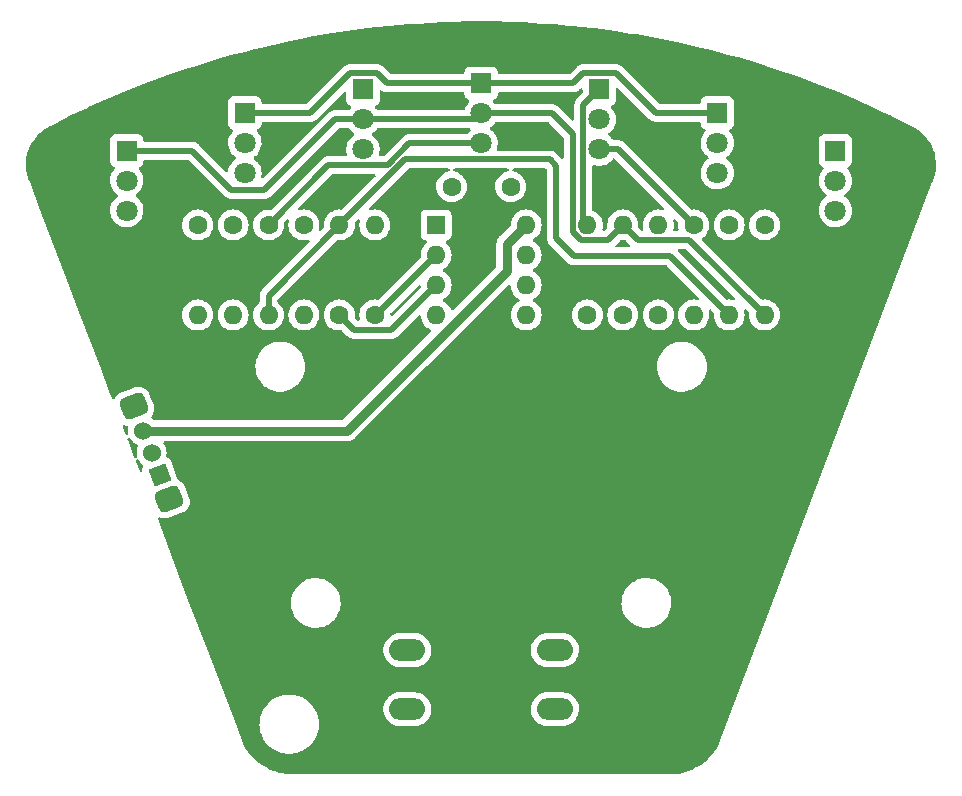
<source format=gbl>
G04 #@! TF.GenerationSoftware,KiCad,Pcbnew,6.0.11-2627ca5db0~126~ubuntu20.04.1*
G04 #@! TF.CreationDate,2025-11-03T09:49:21+01:00*
G04 #@! TF.ProjectId,attiny85_catch_me_bcl-2,61747469-6e79-4383-955f-63617463685f,1.0*
G04 #@! TF.SameCoordinates,Original*
G04 #@! TF.FileFunction,Copper,L2,Bot*
G04 #@! TF.FilePolarity,Positive*
%FSLAX46Y46*%
G04 Gerber Fmt 4.6, Leading zero omitted, Abs format (unit mm)*
G04 Created by KiCad (PCBNEW 6.0.11-2627ca5db0~126~ubuntu20.04.1) date 2025-11-03 09:49:21*
%MOMM*%
%LPD*%
G01*
G04 APERTURE LIST*
G04 Aperture macros list*
%AMRoundRect*
0 Rectangle with rounded corners*
0 $1 Rounding radius*
0 $2 $3 $4 $5 $6 $7 $8 $9 X,Y pos of 4 corners*
0 Add a 4 corners polygon primitive as box body*
4,1,4,$2,$3,$4,$5,$6,$7,$8,$9,$2,$3,0*
0 Add four circle primitives for the rounded corners*
1,1,$1+$1,$2,$3*
1,1,$1+$1,$4,$5*
1,1,$1+$1,$6,$7*
1,1,$1+$1,$8,$9*
0 Add four rect primitives between the rounded corners*
20,1,$1+$1,$2,$3,$4,$5,0*
20,1,$1+$1,$4,$5,$6,$7,0*
20,1,$1+$1,$6,$7,$8,$9,0*
20,1,$1+$1,$8,$9,$2,$3,0*%
%AMRotRect*
0 Rectangle, with rotation*
0 The origin of the aperture is its center*
0 $1 length*
0 $2 width*
0 $3 Rotation angle, in degrees counterclockwise*
0 Add horizontal line*
21,1,$1,$2,0,0,$3*%
G04 Aperture macros list end*
G04 #@! TA.AperFunction,ComponentPad*
%ADD10RoundRect,0.475000X0.413263X0.667431X-0.753713X0.219471X-0.413263X-0.667431X0.753713X-0.219471X0*%
G04 #@! TD*
G04 #@! TA.AperFunction,ComponentPad*
%ADD11RotRect,1.524000X1.524000X201.000000*%
G04 #@! TD*
G04 #@! TA.AperFunction,ComponentPad*
%ADD12C,1.524000*%
G04 #@! TD*
G04 #@! TA.AperFunction,ComponentPad*
%ADD13C,1.600000*%
G04 #@! TD*
G04 #@! TA.AperFunction,ComponentPad*
%ADD14O,1.600000X1.600000*%
G04 #@! TD*
G04 #@! TA.AperFunction,ComponentPad*
%ADD15R,1.600000X1.600000*%
G04 #@! TD*
G04 #@! TA.AperFunction,ComponentPad*
%ADD16O,3.048000X1.850000*%
G04 #@! TD*
G04 #@! TA.AperFunction,ComponentPad*
%ADD17R,1.800000X1.800000*%
G04 #@! TD*
G04 #@! TA.AperFunction,ComponentPad*
%ADD18C,1.800000*%
G04 #@! TD*
G04 #@! TA.AperFunction,Conductor*
%ADD19C,0.500000*%
G04 #@! TD*
G04 #@! TA.AperFunction,Conductor*
%ADD20C,0.800000*%
G04 #@! TD*
G04 APERTURE END LIST*
D10*
X78605146Y-105196038D03*
X75594854Y-97353962D03*
D11*
X77816736Y-103142161D03*
D12*
X77100000Y-101275000D03*
X76383264Y-99407839D03*
D13*
X120000000Y-89620000D03*
D14*
X120000000Y-82000000D03*
D13*
X117000000Y-89620000D03*
D14*
X117000000Y-82000000D03*
D13*
X114000000Y-89620000D03*
D14*
X114000000Y-82000000D03*
D13*
X96000000Y-89620000D03*
D14*
X96000000Y-82000000D03*
D15*
X101190000Y-82000000D03*
D14*
X101190000Y-84540000D03*
X101190000Y-87080000D03*
X101190000Y-89620000D03*
X108810000Y-89620000D03*
X108810000Y-87080000D03*
X108810000Y-84540000D03*
X108810000Y-82000000D03*
D16*
X111250000Y-123000000D03*
X98750000Y-123000000D03*
X111250000Y-118000000D03*
X98750000Y-118000000D03*
D13*
X107500000Y-78750000D03*
X102500000Y-78750000D03*
D17*
X125000000Y-72500000D03*
D18*
X125000000Y-75040000D03*
X125000000Y-77580000D03*
D17*
X115000000Y-70500000D03*
D18*
X115000000Y-73040000D03*
X115000000Y-75580000D03*
D17*
X85000000Y-72500000D03*
D18*
X85000000Y-75040000D03*
X85000000Y-77580000D03*
D13*
X81000000Y-82000000D03*
D14*
X81000000Y-89620000D03*
D13*
X87000000Y-82000000D03*
D14*
X87000000Y-89620000D03*
D17*
X105000000Y-70000000D03*
D18*
X105000000Y-72540000D03*
X105000000Y-75080000D03*
D17*
X95000000Y-70500000D03*
D18*
X95000000Y-73040000D03*
X95000000Y-75580000D03*
D13*
X126000000Y-82000000D03*
D14*
X126000000Y-89620000D03*
D13*
X90000000Y-82000000D03*
D14*
X90000000Y-89620000D03*
D13*
X123000000Y-82000000D03*
D14*
X123000000Y-89620000D03*
D13*
X84000000Y-82000000D03*
D14*
X84000000Y-89620000D03*
D17*
X135000000Y-75700000D03*
D18*
X135000000Y-78240000D03*
X135000000Y-80780000D03*
D13*
X93000000Y-89620000D03*
D14*
X93000000Y-82000000D03*
D17*
X75000000Y-75700000D03*
D18*
X75000000Y-78240000D03*
X75000000Y-80780000D03*
D13*
X129000000Y-82000000D03*
D14*
X129000000Y-89620000D03*
D19*
X97400000Y-90870000D02*
X101190000Y-87080000D01*
X93000000Y-89620000D02*
X94250000Y-90870000D01*
X94250000Y-90870000D02*
X97400000Y-90870000D01*
D20*
X93664903Y-99407839D02*
X107210000Y-85862742D01*
X107210000Y-85862742D02*
X107210000Y-83600000D01*
X76383264Y-99407839D02*
X93664903Y-99407839D01*
X107210000Y-83600000D02*
X108810000Y-82000000D01*
D19*
X113650000Y-71850000D02*
X113650000Y-81650000D01*
X115000000Y-70500000D02*
X113650000Y-71850000D01*
X113650000Y-81650000D02*
X114000000Y-82000000D01*
X86639400Y-79019400D02*
X92618800Y-73040000D01*
X115750000Y-83250000D02*
X113425200Y-83250000D01*
X112750000Y-82574800D02*
X112750000Y-74269000D01*
X118250000Y-83250000D02*
X117000000Y-82000000D01*
X111021000Y-72540000D02*
X105000000Y-72540000D01*
X83845400Y-79019400D02*
X86639400Y-79019400D01*
X129000000Y-89620000D02*
X122630000Y-83250000D01*
X104500000Y-73040000D02*
X105000000Y-72540000D01*
X95000000Y-73040000D02*
X104500000Y-73040000D01*
X92618800Y-73040000D02*
X95000000Y-73040000D01*
X75000000Y-75700000D02*
X80526000Y-75700000D01*
X113425200Y-83250000D02*
X112750000Y-82574800D01*
X117000000Y-82000000D02*
X115750000Y-83250000D01*
X80526000Y-75700000D02*
X83845400Y-79019400D01*
X122630000Y-83250000D02*
X118250000Y-83250000D01*
X112750000Y-74269000D02*
X111021000Y-72540000D01*
X119797800Y-72500000D02*
X116447800Y-69150000D01*
X97051000Y-70000000D02*
X96201000Y-69150000D01*
X93892600Y-69150000D02*
X96201000Y-69150000D01*
X112778400Y-70000000D02*
X113628400Y-69150000D01*
X105000000Y-70000000D02*
X97051000Y-70000000D01*
X125000000Y-72500000D02*
X119797800Y-72500000D01*
X90542600Y-72500000D02*
X93892600Y-69150000D01*
X85000000Y-72500000D02*
X90542600Y-72500000D01*
X105000000Y-70000000D02*
X112778400Y-70000000D01*
X116447800Y-69150000D02*
X113628400Y-69150000D01*
X98930050Y-75080000D02*
X105000000Y-75080000D01*
X97080050Y-76930000D02*
X98930050Y-75080000D01*
X92070000Y-76930000D02*
X97080050Y-76930000D01*
X87000000Y-82000000D02*
X92070000Y-76930000D01*
X87000000Y-88000000D02*
X93000000Y-82000000D01*
X126000000Y-89620000D02*
X121030000Y-84650000D01*
X87000000Y-89620000D02*
X87000000Y-88000000D01*
X121030000Y-84650000D02*
X112845300Y-84650000D01*
X111339400Y-76987400D02*
X110806000Y-76454000D01*
X112845300Y-84650000D02*
X111339400Y-83144099D01*
X111339400Y-83144099D02*
X111339400Y-76987400D01*
X110806000Y-76454000D02*
X98546000Y-76454000D01*
X98546000Y-76454000D02*
X93000000Y-82000000D01*
X115000000Y-75580000D02*
X116580000Y-75580000D01*
X116580000Y-75580000D02*
X123000000Y-82000000D01*
X101190000Y-84540000D02*
X96110000Y-89620000D01*
X96110000Y-89620000D02*
X96000000Y-89620000D01*
G04 #@! TA.AperFunction,NonConductor*
G36*
X99806188Y-87100659D02*
G01*
X99863024Y-87143206D01*
X99887676Y-87207733D01*
X99890754Y-87242913D01*
X99876766Y-87312518D01*
X99854329Y-87342990D01*
X97525788Y-89671531D01*
X97463476Y-89705557D01*
X97392661Y-89700492D01*
X97335825Y-89657945D01*
X97311172Y-89593414D01*
X97308095Y-89558233D01*
X97322086Y-89488629D01*
X97344521Y-89458160D01*
X99673061Y-87129620D01*
X99735373Y-87095594D01*
X99806188Y-87100659D01*
G37*
G04 #@! TD.AperFunction*
G04 #@! TA.AperFunction,NonConductor*
G36*
X74814894Y-98936134D02*
G01*
X74969309Y-98986903D01*
X75003722Y-98990885D01*
X75029372Y-98993853D01*
X75094742Y-99021553D01*
X75134760Y-99080197D01*
X75136596Y-99151629D01*
X75128709Y-99181063D01*
X75128708Y-99181070D01*
X75127286Y-99186376D01*
X75107911Y-99407839D01*
X75127286Y-99629302D01*
X75128710Y-99634617D01*
X75129480Y-99638982D01*
X75121611Y-99709541D01*
X75076844Y-99764646D01*
X75009393Y-99786800D01*
X74940672Y-99768969D01*
X74892499Y-99716816D01*
X74887607Y-99705610D01*
X74657754Y-99100577D01*
X74652260Y-99029794D01*
X74685907Y-98967276D01*
X74748012Y-98932874D01*
X74814894Y-98936134D01*
G37*
G04 #@! TD.AperFunction*
G04 #@! TA.AperFunction,NonConductor*
G36*
X75226347Y-100010132D02*
G01*
X75286244Y-100056181D01*
X75370817Y-100176964D01*
X75406287Y-100227620D01*
X75563483Y-100384816D01*
X75567991Y-100387973D01*
X75567994Y-100387975D01*
X75643759Y-100441026D01*
X75745587Y-100512327D01*
X75750569Y-100514650D01*
X75750574Y-100514653D01*
X75884555Y-100577129D01*
X75937840Y-100624046D01*
X75957301Y-100692324D01*
X75945500Y-100744574D01*
X75901560Y-100838804D01*
X75844022Y-101053537D01*
X75824647Y-101275000D01*
X75844022Y-101496463D01*
X75858860Y-101551838D01*
X75861222Y-101560654D01*
X75859532Y-101631630D01*
X75819738Y-101690426D01*
X75754474Y-101718374D01*
X75684460Y-101706601D01*
X75631926Y-101658844D01*
X75621728Y-101638012D01*
X75065244Y-100173198D01*
X75059750Y-100102416D01*
X75093397Y-100039898D01*
X75155502Y-100005496D01*
X75226347Y-100010132D01*
G37*
G04 #@! TD.AperFunction*
G04 #@! TA.AperFunction,NonConductor*
G36*
X75923404Y-101844971D02*
G01*
X75980497Y-101887172D01*
X75990108Y-101903114D01*
X75990436Y-101902925D01*
X75993187Y-101907689D01*
X75995512Y-101912676D01*
X76123023Y-102094781D01*
X76280219Y-102251977D01*
X76284727Y-102255134D01*
X76284730Y-102255136D01*
X76345490Y-102297681D01*
X76389819Y-102353139D01*
X76397127Y-102423758D01*
X76379898Y-102467942D01*
X76362957Y-102494897D01*
X76323175Y-102635016D01*
X76324318Y-102780670D01*
X76326338Y-102788315D01*
X76327200Y-102794753D01*
X76316415Y-102864925D01*
X76269403Y-102918128D01*
X76201092Y-102937468D01*
X76133168Y-102916806D01*
X76084527Y-102856221D01*
X75853493Y-102248080D01*
X75762301Y-102008037D01*
X75756807Y-101937255D01*
X75790454Y-101874737D01*
X75852559Y-101840335D01*
X75923404Y-101844971D01*
G37*
G04 #@! TD.AperFunction*
G04 #@! TA.AperFunction,NonConductor*
G36*
X96616078Y-70625812D02*
G01*
X96627285Y-70635333D01*
X96633805Y-70638662D01*
X96638852Y-70642028D01*
X96643976Y-70645193D01*
X96649717Y-70649735D01*
X96656348Y-70652834D01*
X96656351Y-70652836D01*
X96703723Y-70674976D01*
X96711949Y-70678820D01*
X96715830Y-70680634D01*
X96719782Y-70682565D01*
X96773344Y-70709915D01*
X96784808Y-70715769D01*
X96791914Y-70717508D01*
X96797564Y-70719609D01*
X96803321Y-70721524D01*
X96809950Y-70724622D01*
X96881435Y-70739491D01*
X96885701Y-70740457D01*
X96956610Y-70757808D01*
X96962212Y-70758156D01*
X96962215Y-70758156D01*
X96967764Y-70758500D01*
X96967762Y-70758535D01*
X96971734Y-70758775D01*
X96975955Y-70759152D01*
X96983115Y-70760641D01*
X97060542Y-70758546D01*
X97063950Y-70758500D01*
X103465500Y-70758500D01*
X103533621Y-70778502D01*
X103580114Y-70832158D01*
X103591500Y-70884500D01*
X103591500Y-70948134D01*
X103598255Y-71010316D01*
X103649385Y-71146705D01*
X103736739Y-71263261D01*
X103853295Y-71350615D01*
X103861704Y-71353767D01*
X103861705Y-71353768D01*
X103921164Y-71376058D01*
X103977929Y-71418699D01*
X104002629Y-71485261D01*
X103987422Y-71554609D01*
X103968029Y-71581091D01*
X103953247Y-71596559D01*
X103913362Y-71638297D01*
X103901639Y-71650564D01*
X103898725Y-71654836D01*
X103898724Y-71654837D01*
X103853251Y-71721498D01*
X103771119Y-71841899D01*
X103673602Y-72051981D01*
X103663783Y-72087388D01*
X103635556Y-72189172D01*
X103598077Y-72249470D01*
X103533948Y-72279933D01*
X103514138Y-72281500D01*
X96255493Y-72281500D01*
X96187372Y-72261498D01*
X96149701Y-72223941D01*
X96122571Y-72182004D01*
X96119764Y-72177665D01*
X96116282Y-72173838D01*
X96029848Y-72078848D01*
X95998796Y-72015002D01*
X96007192Y-71944504D01*
X96052369Y-71889736D01*
X96078812Y-71876067D01*
X96123348Y-71859371D01*
X96146705Y-71850615D01*
X96263261Y-71763261D01*
X96350615Y-71646705D01*
X96401745Y-71510316D01*
X96408500Y-71448134D01*
X96408500Y-70721838D01*
X96428502Y-70653717D01*
X96482158Y-70607224D01*
X96552432Y-70597120D01*
X96616078Y-70625812D01*
G37*
G04 #@! TD.AperFunction*
G04 #@! TA.AperFunction,NonConductor*
G36*
X113509532Y-70445715D02*
G01*
X113566368Y-70488262D01*
X113591179Y-70554782D01*
X113591500Y-70563771D01*
X113591500Y-70783629D01*
X113571498Y-70851750D01*
X113554595Y-70872724D01*
X113161089Y-71266230D01*
X113146677Y-71278616D01*
X113135082Y-71287149D01*
X113135077Y-71287154D01*
X113129182Y-71291492D01*
X113124443Y-71297070D01*
X113124440Y-71297073D01*
X113094965Y-71331768D01*
X113088035Y-71339284D01*
X113082340Y-71344979D01*
X113080060Y-71347861D01*
X113064719Y-71367251D01*
X113061928Y-71370655D01*
X113021112Y-71418699D01*
X113014667Y-71426285D01*
X113011339Y-71432801D01*
X113007972Y-71437850D01*
X113004805Y-71442979D01*
X113000266Y-71448716D01*
X112969345Y-71514875D01*
X112967442Y-71518769D01*
X112934231Y-71583808D01*
X112932492Y-71590916D01*
X112930393Y-71596559D01*
X112928476Y-71602322D01*
X112925378Y-71608950D01*
X112913129Y-71667842D01*
X112910514Y-71680412D01*
X112909544Y-71684696D01*
X112892192Y-71755610D01*
X112891844Y-71761212D01*
X112891844Y-71761215D01*
X112891717Y-71763261D01*
X112891500Y-71766764D01*
X112891464Y-71766762D01*
X112891225Y-71770755D01*
X112890851Y-71774947D01*
X112889360Y-71782115D01*
X112889846Y-71800069D01*
X112891454Y-71859521D01*
X112891500Y-71862928D01*
X112891500Y-73033629D01*
X112871498Y-73101750D01*
X112817842Y-73148243D01*
X112747568Y-73158347D01*
X112682988Y-73128853D01*
X112676405Y-73122724D01*
X111604770Y-72051089D01*
X111592384Y-72036677D01*
X111583851Y-72025082D01*
X111583846Y-72025077D01*
X111579508Y-72019182D01*
X111573930Y-72014443D01*
X111573927Y-72014440D01*
X111539232Y-71984965D01*
X111531716Y-71978035D01*
X111526021Y-71972340D01*
X111519880Y-71967482D01*
X111503749Y-71954719D01*
X111500345Y-71951928D01*
X111450297Y-71909409D01*
X111450295Y-71909408D01*
X111444715Y-71904667D01*
X111438199Y-71901339D01*
X111433150Y-71897972D01*
X111428021Y-71894805D01*
X111422284Y-71890266D01*
X111356125Y-71859345D01*
X111352225Y-71857439D01*
X111338861Y-71850615D01*
X111287192Y-71824231D01*
X111280084Y-71822492D01*
X111274441Y-71820393D01*
X111268678Y-71818476D01*
X111262050Y-71815378D01*
X111190583Y-71800513D01*
X111186299Y-71799543D01*
X111115390Y-71782192D01*
X111109788Y-71781844D01*
X111109785Y-71781844D01*
X111104236Y-71781500D01*
X111104238Y-71781464D01*
X111100245Y-71781225D01*
X111096053Y-71780851D01*
X111088885Y-71779360D01*
X111022675Y-71781151D01*
X111011479Y-71781454D01*
X111008072Y-71781500D01*
X106255493Y-71781500D01*
X106187372Y-71761498D01*
X106149701Y-71723941D01*
X106122571Y-71682004D01*
X106119764Y-71677665D01*
X106098992Y-71654837D01*
X106029848Y-71578848D01*
X105998796Y-71515002D01*
X106007192Y-71444504D01*
X106052369Y-71389736D01*
X106078812Y-71376067D01*
X106138297Y-71353767D01*
X106146705Y-71350615D01*
X106263261Y-71263261D01*
X106350615Y-71146705D01*
X106401745Y-71010316D01*
X106408500Y-70948134D01*
X106408500Y-70884500D01*
X106428502Y-70816379D01*
X106482158Y-70769886D01*
X106534500Y-70758500D01*
X112711330Y-70758500D01*
X112730280Y-70759933D01*
X112744515Y-70762099D01*
X112744519Y-70762099D01*
X112751749Y-70763199D01*
X112759041Y-70762606D01*
X112759044Y-70762606D01*
X112804418Y-70758915D01*
X112814633Y-70758500D01*
X112822693Y-70758500D01*
X112840080Y-70756473D01*
X112850907Y-70755211D01*
X112855282Y-70754778D01*
X112920739Y-70749454D01*
X112920742Y-70749453D01*
X112928037Y-70748860D01*
X112935001Y-70746604D01*
X112940960Y-70745413D01*
X112946815Y-70744029D01*
X112954081Y-70743182D01*
X113022727Y-70718265D01*
X113026855Y-70716848D01*
X113089336Y-70696607D01*
X113089338Y-70696606D01*
X113096299Y-70694351D01*
X113102554Y-70690555D01*
X113108028Y-70688049D01*
X113113458Y-70685330D01*
X113120337Y-70682833D01*
X113166090Y-70652836D01*
X113181376Y-70642814D01*
X113185080Y-70640477D01*
X113247507Y-70602595D01*
X113255884Y-70595197D01*
X113255908Y-70595224D01*
X113258900Y-70592571D01*
X113262133Y-70589868D01*
X113268252Y-70585856D01*
X113321528Y-70529617D01*
X113323906Y-70527175D01*
X113376405Y-70474676D01*
X113438717Y-70440650D01*
X113509532Y-70445715D01*
G37*
G04 #@! TD.AperFunction*
G04 #@! TA.AperFunction,NonConductor*
G36*
X104051709Y-73818502D02*
G01*
X104098202Y-73872158D01*
X104108306Y-73942432D01*
X104078812Y-74007012D01*
X104067243Y-74018722D01*
X104065788Y-74020014D01*
X104061655Y-74023117D01*
X103901639Y-74190564D01*
X103884192Y-74216140D01*
X103849835Y-74266505D01*
X103794923Y-74311507D01*
X103745747Y-74321500D01*
X98997120Y-74321500D01*
X98978170Y-74320067D01*
X98963935Y-74317901D01*
X98963931Y-74317901D01*
X98956701Y-74316801D01*
X98949409Y-74317394D01*
X98949406Y-74317394D01*
X98904032Y-74321085D01*
X98893817Y-74321500D01*
X98885757Y-74321500D01*
X98872467Y-74323049D01*
X98857543Y-74324789D01*
X98853168Y-74325222D01*
X98787711Y-74330546D01*
X98787708Y-74330547D01*
X98780413Y-74331140D01*
X98773449Y-74333396D01*
X98767490Y-74334587D01*
X98761635Y-74335971D01*
X98754369Y-74336818D01*
X98685723Y-74361735D01*
X98681595Y-74363152D01*
X98619114Y-74383393D01*
X98619112Y-74383394D01*
X98612151Y-74385649D01*
X98605896Y-74389445D01*
X98600422Y-74391951D01*
X98594992Y-74394670D01*
X98588113Y-74397167D01*
X98581993Y-74401180D01*
X98581992Y-74401180D01*
X98527074Y-74437186D01*
X98523370Y-74439523D01*
X98460943Y-74477405D01*
X98452566Y-74484803D01*
X98452542Y-74484776D01*
X98449550Y-74487429D01*
X98446317Y-74490132D01*
X98440198Y-74494144D01*
X98409210Y-74526855D01*
X98386922Y-74550383D01*
X98384544Y-74552825D01*
X96802774Y-76134595D01*
X96740462Y-76168621D01*
X96713679Y-76171500D01*
X96462409Y-76171500D01*
X96394288Y-76151498D01*
X96347795Y-76097842D01*
X96337691Y-76027568D01*
X96341850Y-76008872D01*
X96375242Y-75898965D01*
X96381408Y-75878671D01*
X96411640Y-75649041D01*
X96412733Y-75604327D01*
X96413245Y-75583365D01*
X96413245Y-75583361D01*
X96413327Y-75580000D01*
X96404072Y-75467428D01*
X96394773Y-75354318D01*
X96394772Y-75354312D01*
X96394349Y-75349167D01*
X96350461Y-75174440D01*
X96339184Y-75129544D01*
X96339183Y-75129540D01*
X96337925Y-75124533D01*
X96333658Y-75114719D01*
X96247630Y-74916868D01*
X96247628Y-74916865D01*
X96245570Y-74912131D01*
X96119764Y-74717665D01*
X96115720Y-74713220D01*
X96039580Y-74629544D01*
X95963887Y-74546358D01*
X95959836Y-74543159D01*
X95959832Y-74543155D01*
X95787077Y-74406722D01*
X95746014Y-74348805D01*
X95742782Y-74277882D01*
X95778407Y-74216470D01*
X95792001Y-74205261D01*
X95795872Y-74202500D01*
X95912243Y-74119494D01*
X96076303Y-73956005D01*
X96151777Y-73850973D01*
X96207770Y-73807326D01*
X96254098Y-73798500D01*
X103983588Y-73798500D01*
X104051709Y-73818502D01*
G37*
G04 #@! TD.AperFunction*
G04 #@! TA.AperFunction,NonConductor*
G36*
X110722750Y-73318502D02*
G01*
X110743724Y-73335405D01*
X111954595Y-74546276D01*
X111988621Y-74608588D01*
X111991500Y-74635371D01*
X111991500Y-76262629D01*
X111971498Y-76330750D01*
X111917842Y-76377243D01*
X111847568Y-76387347D01*
X111782988Y-76357853D01*
X111776405Y-76351724D01*
X111389770Y-75965089D01*
X111377384Y-75950677D01*
X111368851Y-75939082D01*
X111368846Y-75939077D01*
X111364508Y-75933182D01*
X111358930Y-75928443D01*
X111358927Y-75928440D01*
X111324232Y-75898965D01*
X111316716Y-75892035D01*
X111311021Y-75886340D01*
X111301266Y-75878622D01*
X111288749Y-75868719D01*
X111285345Y-75865928D01*
X111235297Y-75823409D01*
X111235295Y-75823408D01*
X111229715Y-75818667D01*
X111223199Y-75815339D01*
X111218150Y-75811972D01*
X111213021Y-75808805D01*
X111207284Y-75804266D01*
X111141125Y-75773345D01*
X111137225Y-75771439D01*
X111121243Y-75763278D01*
X111072192Y-75738231D01*
X111065084Y-75736492D01*
X111059441Y-75734393D01*
X111053678Y-75732476D01*
X111047050Y-75729378D01*
X110975583Y-75714513D01*
X110971299Y-75713543D01*
X110900390Y-75696192D01*
X110894788Y-75695844D01*
X110894785Y-75695844D01*
X110889236Y-75695500D01*
X110889238Y-75695464D01*
X110885245Y-75695225D01*
X110881053Y-75694851D01*
X110873885Y-75693360D01*
X110807675Y-75695151D01*
X110796479Y-75695454D01*
X110793072Y-75695500D01*
X106455117Y-75695500D01*
X106386996Y-75675498D01*
X106340503Y-75621842D01*
X106330399Y-75551568D01*
X106334559Y-75532871D01*
X106379904Y-75383625D01*
X106379907Y-75383612D01*
X106381408Y-75378671D01*
X106411640Y-75149041D01*
X106411740Y-75144965D01*
X106413245Y-75083365D01*
X106413245Y-75083361D01*
X106413327Y-75080000D01*
X106406777Y-75000336D01*
X106394773Y-74854318D01*
X106394772Y-74854312D01*
X106394349Y-74849167D01*
X106352431Y-74682285D01*
X106339184Y-74629544D01*
X106339183Y-74629540D01*
X106337925Y-74624533D01*
X106330992Y-74608588D01*
X106247630Y-74416868D01*
X106247628Y-74416865D01*
X106245570Y-74412131D01*
X106119764Y-74217665D01*
X106104002Y-74200342D01*
X106058707Y-74150564D01*
X105963887Y-74046358D01*
X105959836Y-74043159D01*
X105959832Y-74043155D01*
X105787077Y-73906722D01*
X105746014Y-73848805D01*
X105742782Y-73777882D01*
X105778407Y-73716470D01*
X105792001Y-73705261D01*
X105823014Y-73683140D01*
X105912243Y-73619494D01*
X106076303Y-73456005D01*
X106151777Y-73350973D01*
X106207770Y-73307326D01*
X106254098Y-73298500D01*
X110654629Y-73298500D01*
X110722750Y-73318502D01*
G37*
G04 #@! TD.AperFunction*
G04 #@! TA.AperFunction,NonConductor*
G36*
X93509532Y-70709915D02*
G01*
X93566368Y-70752462D01*
X93591179Y-70818982D01*
X93591500Y-70827971D01*
X93591500Y-71448134D01*
X93598255Y-71510316D01*
X93649385Y-71646705D01*
X93736739Y-71763261D01*
X93853295Y-71850615D01*
X93861704Y-71853767D01*
X93861705Y-71853768D01*
X93921164Y-71876058D01*
X93977929Y-71918699D01*
X94002629Y-71985261D01*
X93987422Y-72054609D01*
X93968029Y-72081091D01*
X93901639Y-72150564D01*
X93883152Y-72177665D01*
X93849835Y-72226505D01*
X93794923Y-72271507D01*
X93745747Y-72281500D01*
X92685870Y-72281500D01*
X92666920Y-72280067D01*
X92652685Y-72277901D01*
X92652681Y-72277901D01*
X92645451Y-72276801D01*
X92638159Y-72277394D01*
X92638156Y-72277394D01*
X92592782Y-72281085D01*
X92582567Y-72281500D01*
X92574507Y-72281500D01*
X92570873Y-72281924D01*
X92570867Y-72281924D01*
X92557842Y-72283443D01*
X92546280Y-72284791D01*
X92541932Y-72285221D01*
X92519859Y-72287016D01*
X92476462Y-72290546D01*
X92476459Y-72290547D01*
X92469164Y-72291140D01*
X92462200Y-72293396D01*
X92456261Y-72294583D01*
X92450390Y-72295970D01*
X92443119Y-72296818D01*
X92436243Y-72299314D01*
X92436234Y-72299316D01*
X92374502Y-72321725D01*
X92370398Y-72323135D01*
X92300901Y-72345648D01*
X92294646Y-72349444D01*
X92289187Y-72351943D01*
X92283739Y-72354671D01*
X92276863Y-72357167D01*
X92215810Y-72397195D01*
X92212137Y-72399513D01*
X92149693Y-72437405D01*
X92141317Y-72444802D01*
X92141293Y-72444775D01*
X92138299Y-72447430D01*
X92135068Y-72450132D01*
X92128948Y-72454144D01*
X92123916Y-72459456D01*
X92075672Y-72510383D01*
X92073294Y-72512825D01*
X86593637Y-77992482D01*
X86531325Y-78026508D01*
X86460510Y-78021443D01*
X86403674Y-77978896D01*
X86378863Y-77912376D01*
X86381205Y-77879339D01*
X86381408Y-77878671D01*
X86411640Y-77649041D01*
X86411722Y-77645691D01*
X86413245Y-77583365D01*
X86413245Y-77583361D01*
X86413327Y-77580000D01*
X86403170Y-77456457D01*
X86394773Y-77354318D01*
X86394772Y-77354312D01*
X86394349Y-77349167D01*
X86352640Y-77183117D01*
X86339184Y-77129544D01*
X86339183Y-77129540D01*
X86337925Y-77124533D01*
X86335866Y-77119797D01*
X86247630Y-76916868D01*
X86247628Y-76916865D01*
X86245570Y-76912131D01*
X86119764Y-76717665D01*
X86086615Y-76681234D01*
X86056496Y-76648134D01*
X85963887Y-76546358D01*
X85959836Y-76543159D01*
X85959832Y-76543155D01*
X85787077Y-76406722D01*
X85746014Y-76348805D01*
X85742782Y-76277882D01*
X85778407Y-76216470D01*
X85792001Y-76205261D01*
X85795872Y-76202500D01*
X85912243Y-76119494D01*
X86076303Y-75956005D01*
X86085576Y-75943101D01*
X86141030Y-75865928D01*
X86211458Y-75767917D01*
X86224485Y-75741560D01*
X86311784Y-75564922D01*
X86311785Y-75564920D01*
X86314078Y-75560280D01*
X86381408Y-75338671D01*
X86411640Y-75109041D01*
X86412171Y-75087301D01*
X86413245Y-75043365D01*
X86413245Y-75043361D01*
X86413327Y-75040000D01*
X86405489Y-74944667D01*
X86394773Y-74814318D01*
X86394772Y-74814312D01*
X86394349Y-74809167D01*
X86337925Y-74584533D01*
X86335866Y-74579797D01*
X86247630Y-74376868D01*
X86247628Y-74376865D01*
X86245570Y-74372131D01*
X86119764Y-74177665D01*
X86029848Y-74078848D01*
X85998796Y-74015002D01*
X86007192Y-73944504D01*
X86052369Y-73889736D01*
X86078812Y-73876067D01*
X86138297Y-73853767D01*
X86146705Y-73850615D01*
X86263261Y-73763261D01*
X86350615Y-73646705D01*
X86401745Y-73510316D01*
X86408500Y-73448134D01*
X86408500Y-73384500D01*
X86428502Y-73316379D01*
X86482158Y-73269886D01*
X86534500Y-73258500D01*
X90475530Y-73258500D01*
X90494480Y-73259933D01*
X90508715Y-73262099D01*
X90508719Y-73262099D01*
X90515949Y-73263199D01*
X90523241Y-73262606D01*
X90523244Y-73262606D01*
X90568618Y-73258915D01*
X90578833Y-73258500D01*
X90586893Y-73258500D01*
X90604280Y-73256473D01*
X90615107Y-73255211D01*
X90619482Y-73254778D01*
X90684939Y-73249454D01*
X90684942Y-73249453D01*
X90692237Y-73248860D01*
X90699201Y-73246604D01*
X90705160Y-73245413D01*
X90711015Y-73244029D01*
X90718281Y-73243182D01*
X90786927Y-73218265D01*
X90791055Y-73216848D01*
X90853536Y-73196607D01*
X90853538Y-73196606D01*
X90860499Y-73194351D01*
X90866754Y-73190555D01*
X90872228Y-73188049D01*
X90877658Y-73185330D01*
X90884537Y-73182833D01*
X90921884Y-73158347D01*
X90945576Y-73142814D01*
X90949280Y-73140477D01*
X91011707Y-73102595D01*
X91020084Y-73095197D01*
X91020108Y-73095224D01*
X91023100Y-73092571D01*
X91026333Y-73089868D01*
X91032452Y-73085856D01*
X91085728Y-73029617D01*
X91088106Y-73027175D01*
X93376405Y-70738876D01*
X93438717Y-70704850D01*
X93509532Y-70709915D01*
G37*
G04 #@! TD.AperFunction*
G04 #@! TA.AperFunction,NonConductor*
G36*
X96002750Y-77708502D02*
G01*
X96049243Y-77762158D01*
X96059347Y-77832432D01*
X96029853Y-77897012D01*
X96023724Y-77903595D01*
X93262990Y-80664329D01*
X93200678Y-80698355D01*
X93162913Y-80700755D01*
X93005475Y-80686981D01*
X93000000Y-80686502D01*
X92771913Y-80706457D01*
X92766600Y-80707881D01*
X92766598Y-80707881D01*
X92556067Y-80764293D01*
X92556065Y-80764294D01*
X92550757Y-80765716D01*
X92545776Y-80768039D01*
X92545775Y-80768039D01*
X92348238Y-80860151D01*
X92348233Y-80860154D01*
X92343251Y-80862477D01*
X92238389Y-80935902D01*
X92160211Y-80990643D01*
X92160208Y-80990645D01*
X92155700Y-80993802D01*
X91993802Y-81155700D01*
X91990645Y-81160208D01*
X91990643Y-81160211D01*
X91935902Y-81238389D01*
X91862477Y-81343251D01*
X91860154Y-81348233D01*
X91860151Y-81348238D01*
X91779462Y-81521279D01*
X91765716Y-81550757D01*
X91764294Y-81556065D01*
X91764293Y-81556067D01*
X91725819Y-81699653D01*
X91706457Y-81771913D01*
X91686502Y-82000000D01*
X91686981Y-82005475D01*
X91700755Y-82162913D01*
X91686766Y-82232518D01*
X91664329Y-82262990D01*
X91477559Y-82449760D01*
X91415247Y-82483786D01*
X91344432Y-82478721D01*
X91287596Y-82436174D01*
X91262785Y-82369654D01*
X91266757Y-82328054D01*
X91292119Y-82233402D01*
X91292120Y-82233399D01*
X91293543Y-82228087D01*
X91313498Y-82000000D01*
X91293543Y-81771913D01*
X91274181Y-81699653D01*
X91235707Y-81556067D01*
X91235706Y-81556065D01*
X91234284Y-81550757D01*
X91220538Y-81521279D01*
X91139849Y-81348238D01*
X91139846Y-81348233D01*
X91137523Y-81343251D01*
X91064098Y-81238389D01*
X91009357Y-81160211D01*
X91009355Y-81160208D01*
X91006198Y-81155700D01*
X90844300Y-80993802D01*
X90839792Y-80990645D01*
X90839789Y-80990643D01*
X90761611Y-80935902D01*
X90656749Y-80862477D01*
X90651767Y-80860154D01*
X90651762Y-80860151D01*
X90454225Y-80768039D01*
X90454224Y-80768039D01*
X90449243Y-80765716D01*
X90443935Y-80764294D01*
X90443933Y-80764293D01*
X90233402Y-80707881D01*
X90233400Y-80707881D01*
X90228087Y-80706457D01*
X90000000Y-80686502D01*
X89771913Y-80706457D01*
X89766600Y-80707881D01*
X89766598Y-80707881D01*
X89671946Y-80733243D01*
X89600970Y-80731553D01*
X89542174Y-80691759D01*
X89514226Y-80626495D01*
X89525999Y-80556481D01*
X89550240Y-80522441D01*
X92347276Y-77725405D01*
X92409588Y-77691379D01*
X92436371Y-77688500D01*
X95934629Y-77688500D01*
X96002750Y-77708502D01*
G37*
G04 #@! TD.AperFunction*
G04 #@! TA.AperFunction,NonConductor*
G36*
X116326272Y-76398953D02*
G01*
X120449760Y-80522441D01*
X120483786Y-80584753D01*
X120478721Y-80655568D01*
X120436174Y-80712404D01*
X120369654Y-80737215D01*
X120328054Y-80733243D01*
X120233402Y-80707881D01*
X120233400Y-80707881D01*
X120228087Y-80706457D01*
X120000000Y-80686502D01*
X119771913Y-80706457D01*
X119766600Y-80707881D01*
X119766598Y-80707881D01*
X119556067Y-80764293D01*
X119556065Y-80764294D01*
X119550757Y-80765716D01*
X119545776Y-80768039D01*
X119545775Y-80768039D01*
X119348238Y-80860151D01*
X119348233Y-80860154D01*
X119343251Y-80862477D01*
X119238389Y-80935902D01*
X119160211Y-80990643D01*
X119160208Y-80990645D01*
X119155700Y-80993802D01*
X118993802Y-81155700D01*
X118990645Y-81160208D01*
X118990643Y-81160211D01*
X118935902Y-81238389D01*
X118862477Y-81343251D01*
X118860154Y-81348233D01*
X118860151Y-81348238D01*
X118779462Y-81521279D01*
X118765716Y-81550757D01*
X118764294Y-81556065D01*
X118764293Y-81556067D01*
X118725819Y-81699653D01*
X118706457Y-81771913D01*
X118686502Y-82000000D01*
X118706457Y-82228087D01*
X118707880Y-82233399D01*
X118707881Y-82233402D01*
X118733243Y-82328054D01*
X118731553Y-82399030D01*
X118691759Y-82457826D01*
X118626495Y-82485774D01*
X118556481Y-82474001D01*
X118522441Y-82449760D01*
X118335671Y-82262990D01*
X118301645Y-82200678D01*
X118299245Y-82162913D01*
X118313019Y-82005475D01*
X118313498Y-82000000D01*
X118293543Y-81771913D01*
X118274181Y-81699653D01*
X118235707Y-81556067D01*
X118235706Y-81556065D01*
X118234284Y-81550757D01*
X118220538Y-81521279D01*
X118139849Y-81348238D01*
X118139846Y-81348233D01*
X118137523Y-81343251D01*
X118064098Y-81238389D01*
X118009357Y-81160211D01*
X118009355Y-81160208D01*
X118006198Y-81155700D01*
X117844300Y-80993802D01*
X117839792Y-80990645D01*
X117839789Y-80990643D01*
X117761611Y-80935902D01*
X117656749Y-80862477D01*
X117651767Y-80860154D01*
X117651762Y-80860151D01*
X117454225Y-80768039D01*
X117454224Y-80768039D01*
X117449243Y-80765716D01*
X117443935Y-80764294D01*
X117443933Y-80764293D01*
X117233402Y-80707881D01*
X117233400Y-80707881D01*
X117228087Y-80706457D01*
X117000000Y-80686502D01*
X116771913Y-80706457D01*
X116766600Y-80707881D01*
X116766598Y-80707881D01*
X116556067Y-80764293D01*
X116556065Y-80764294D01*
X116550757Y-80765716D01*
X116545776Y-80768039D01*
X116545775Y-80768039D01*
X116348238Y-80860151D01*
X116348233Y-80860154D01*
X116343251Y-80862477D01*
X116238389Y-80935902D01*
X116160211Y-80990643D01*
X116160208Y-80990645D01*
X116155700Y-80993802D01*
X115993802Y-81155700D01*
X115990645Y-81160208D01*
X115990643Y-81160211D01*
X115935902Y-81238389D01*
X115862477Y-81343251D01*
X115860154Y-81348233D01*
X115860151Y-81348238D01*
X115779462Y-81521279D01*
X115765716Y-81550757D01*
X115764294Y-81556065D01*
X115764293Y-81556067D01*
X115725819Y-81699653D01*
X115706457Y-81771913D01*
X115686502Y-82000000D01*
X115686981Y-82005475D01*
X115700755Y-82162913D01*
X115686766Y-82232518D01*
X115664329Y-82262990D01*
X115477559Y-82449760D01*
X115415247Y-82483786D01*
X115344432Y-82478721D01*
X115287596Y-82436174D01*
X115262785Y-82369654D01*
X115266757Y-82328054D01*
X115292119Y-82233402D01*
X115292120Y-82233399D01*
X115293543Y-82228087D01*
X115313498Y-82000000D01*
X115293543Y-81771913D01*
X115274181Y-81699653D01*
X115235707Y-81556067D01*
X115235706Y-81556065D01*
X115234284Y-81550757D01*
X115220538Y-81521279D01*
X115139849Y-81348238D01*
X115139846Y-81348233D01*
X115137523Y-81343251D01*
X115064098Y-81238389D01*
X115009357Y-81160211D01*
X115009355Y-81160208D01*
X115006198Y-81155700D01*
X114844300Y-80993802D01*
X114839792Y-80990645D01*
X114839789Y-80990643D01*
X114761611Y-80935902D01*
X114656749Y-80862477D01*
X114651767Y-80860154D01*
X114651762Y-80860151D01*
X114481250Y-80780641D01*
X114427965Y-80733724D01*
X114408500Y-80666446D01*
X114408500Y-77044897D01*
X114428502Y-76976776D01*
X114482158Y-76930283D01*
X114552432Y-76920179D01*
X114579450Y-76927187D01*
X114605694Y-76937209D01*
X114610760Y-76938240D01*
X114610761Y-76938240D01*
X114663846Y-76949040D01*
X114832656Y-76983385D01*
X114963324Y-76988176D01*
X115058949Y-76991683D01*
X115058953Y-76991683D01*
X115064113Y-76991872D01*
X115069233Y-76991216D01*
X115069235Y-76991216D01*
X115142270Y-76981860D01*
X115293847Y-76962442D01*
X115298795Y-76960957D01*
X115298802Y-76960956D01*
X115510747Y-76897369D01*
X115515690Y-76895886D01*
X115544241Y-76881899D01*
X115719049Y-76796262D01*
X115719052Y-76796260D01*
X115723684Y-76793991D01*
X115912243Y-76659494D01*
X116076303Y-76496005D01*
X116134856Y-76414520D01*
X116190850Y-76370874D01*
X116261553Y-76364428D01*
X116326272Y-76398953D01*
G37*
G04 #@! TD.AperFunction*
G04 #@! TA.AperFunction,NonConductor*
G36*
X121443519Y-81525999D02*
G01*
X121477559Y-81550240D01*
X121664329Y-81737010D01*
X121698355Y-81799322D01*
X121700755Y-81837087D01*
X121692239Y-81934425D01*
X121686502Y-82000000D01*
X121706457Y-82228087D01*
X121734539Y-82332888D01*
X121732849Y-82403865D01*
X121693055Y-82462661D01*
X121627791Y-82490609D01*
X121612832Y-82491500D01*
X121387168Y-82491500D01*
X121319047Y-82471498D01*
X121272554Y-82417842D01*
X121262450Y-82347568D01*
X121265461Y-82332888D01*
X121293543Y-82228087D01*
X121313498Y-82000000D01*
X121293543Y-81771913D01*
X121274181Y-81699653D01*
X121266757Y-81671946D01*
X121268447Y-81600970D01*
X121308241Y-81542174D01*
X121373505Y-81514226D01*
X121443519Y-81525999D01*
G37*
G04 #@! TD.AperFunction*
G04 #@! TA.AperFunction,NonConductor*
G36*
X117232518Y-83313234D02*
G01*
X117262990Y-83335671D01*
X117603724Y-83676405D01*
X117637750Y-83738717D01*
X117632685Y-83809532D01*
X117590138Y-83866368D01*
X117523618Y-83891179D01*
X117514629Y-83891500D01*
X116485371Y-83891500D01*
X116417250Y-83871498D01*
X116370757Y-83817842D01*
X116360653Y-83747568D01*
X116390147Y-83682988D01*
X116396276Y-83676405D01*
X116737010Y-83335671D01*
X116799322Y-83301645D01*
X116837087Y-83299245D01*
X116994525Y-83313019D01*
X117000000Y-83313498D01*
X117005475Y-83313019D01*
X117162913Y-83299245D01*
X117232518Y-83313234D01*
G37*
G04 #@! TD.AperFunction*
G04 #@! TA.AperFunction,NonConductor*
G36*
X122331750Y-84028502D02*
G01*
X122352724Y-84045405D01*
X126449760Y-88142441D01*
X126483786Y-88204753D01*
X126478721Y-88275568D01*
X126436174Y-88332404D01*
X126369654Y-88357215D01*
X126328054Y-88353243D01*
X126233402Y-88327881D01*
X126233400Y-88327881D01*
X126228087Y-88326457D01*
X126000000Y-88306502D01*
X125994525Y-88306981D01*
X125837087Y-88320755D01*
X125767482Y-88306766D01*
X125737010Y-88284329D01*
X121676276Y-84223595D01*
X121642250Y-84161283D01*
X121647315Y-84090468D01*
X121689862Y-84033632D01*
X121756382Y-84008821D01*
X121765371Y-84008500D01*
X122263629Y-84008500D01*
X122331750Y-84028502D01*
G37*
G04 #@! TD.AperFunction*
G04 #@! TA.AperFunction,NonConductor*
G36*
X105007145Y-64771499D02*
G01*
X105878986Y-64771865D01*
X105881705Y-64771897D01*
X107639178Y-64811606D01*
X107641900Y-64811698D01*
X108572790Y-64853394D01*
X109398027Y-64890358D01*
X109400816Y-64890514D01*
X110196429Y-64943846D01*
X111154774Y-65008087D01*
X111157482Y-65008299D01*
X112461909Y-65124837D01*
X112908360Y-65164723D01*
X112911140Y-65165002D01*
X113324298Y-65211166D01*
X114658183Y-65360209D01*
X114660872Y-65360540D01*
X116403188Y-65594434D01*
X116405878Y-65594826D01*
X117648589Y-65789789D01*
X118142478Y-65867273D01*
X118145232Y-65867736D01*
X119875409Y-66178621D01*
X119878153Y-66179146D01*
X121600941Y-66528297D01*
X121603673Y-66528882D01*
X123318326Y-66916148D01*
X123321043Y-66916793D01*
X124481178Y-67205989D01*
X125026741Y-67341987D01*
X125029407Y-67342683D01*
X125872547Y-67572829D01*
X126725196Y-67805570D01*
X126727883Y-67806335D01*
X128413040Y-68306716D01*
X128415709Y-68307541D01*
X130089331Y-68845148D01*
X130091981Y-68846032D01*
X131753246Y-69420600D01*
X131755876Y-69421542D01*
X133404064Y-70032823D01*
X133406672Y-70033824D01*
X135040840Y-70681469D01*
X135043425Y-70682527D01*
X136662834Y-71366241D01*
X136665396Y-71367356D01*
X138269278Y-72086816D01*
X138271813Y-72087987D01*
X138922076Y-72397172D01*
X139799016Y-72814137D01*
X139859353Y-72842826D01*
X139861847Y-72844046D01*
X141391114Y-73613199D01*
X141408887Y-73624067D01*
X141418299Y-73630952D01*
X141418304Y-73630954D01*
X141425547Y-73636253D01*
X141433519Y-73639137D01*
X141435881Y-73640337D01*
X141442906Y-73645078D01*
X141451458Y-73647809D01*
X141451459Y-73647810D01*
X141461708Y-73651084D01*
X141482353Y-73659768D01*
X141568230Y-73705261D01*
X141750694Y-73801921D01*
X141761076Y-73808076D01*
X141964761Y-73942432D01*
X142039330Y-73991620D01*
X142049088Y-73998751D01*
X142308473Y-74208107D01*
X142317500Y-74216138D01*
X142356299Y-74254140D01*
X142555625Y-74449373D01*
X142563844Y-74458234D01*
X142778538Y-74713220D01*
X142785869Y-74722827D01*
X142972484Y-74993350D01*
X142975139Y-74997199D01*
X142981514Y-75007459D01*
X143060321Y-75149041D01*
X143143633Y-75298715D01*
X143148998Y-75309545D01*
X143282465Y-75614988D01*
X143286767Y-75626281D01*
X143390356Y-75943101D01*
X143393557Y-75954755D01*
X143442773Y-76174789D01*
X143463105Y-76265685D01*
X143466317Y-76280047D01*
X143468386Y-76291954D01*
X143509646Y-76622717D01*
X143510565Y-76634768D01*
X143515048Y-76793991D01*
X143519814Y-76963261D01*
X143519946Y-76967965D01*
X143519706Y-76980044D01*
X143509894Y-77124533D01*
X143497122Y-77312603D01*
X143495726Y-77324608D01*
X143441384Y-77653470D01*
X143438845Y-77665285D01*
X143417053Y-77747301D01*
X143353240Y-77987460D01*
X143349587Y-77998952D01*
X143252283Y-78260900D01*
X143246484Y-78276511D01*
X143235252Y-78299360D01*
X143233819Y-78301655D01*
X143233817Y-78301659D01*
X143229065Y-78309271D01*
X143226640Y-78317913D01*
X143216923Y-78352534D01*
X143213402Y-78363219D01*
X125172915Y-125868917D01*
X125168032Y-125880109D01*
X125167584Y-125881013D01*
X125162501Y-125888409D01*
X125159698Y-125896935D01*
X125156109Y-125907852D01*
X125147462Y-125928029D01*
X124974997Y-126249751D01*
X124969280Y-126259365D01*
X124752281Y-126589936D01*
X124745736Y-126599003D01*
X124600054Y-126783003D01*
X124500274Y-126909027D01*
X124492948Y-126917480D01*
X124220961Y-127204509D01*
X124212914Y-127212279D01*
X123916540Y-127474056D01*
X123907836Y-127481081D01*
X123593455Y-127712568D01*
X123589421Y-127715538D01*
X123580133Y-127721761D01*
X123247093Y-127924068D01*
X123242169Y-127927059D01*
X123232361Y-127932436D01*
X122877534Y-128106946D01*
X122867287Y-128111433D01*
X122498358Y-128253795D01*
X122487754Y-128257354D01*
X122107682Y-128366427D01*
X122096815Y-128369030D01*
X121708529Y-128443973D01*
X121697479Y-128445601D01*
X121374669Y-128478596D01*
X121304094Y-128485810D01*
X121292927Y-128486452D01*
X121041709Y-128489731D01*
X120935040Y-128491124D01*
X120910122Y-128488966D01*
X120898373Y-128486758D01*
X120889443Y-128487642D01*
X120856666Y-128490887D01*
X120844253Y-128491500D01*
X89164182Y-128491500D01*
X89148414Y-128490509D01*
X89125686Y-128487642D01*
X89124291Y-128487466D01*
X89124290Y-128487466D01*
X89115388Y-128486343D01*
X89104423Y-128488101D01*
X89095137Y-128489590D01*
X89073268Y-128491164D01*
X88739855Y-128486083D01*
X88708285Y-128485602D01*
X88697165Y-128484940D01*
X88682284Y-128483392D01*
X88303838Y-128444012D01*
X88292832Y-128442373D01*
X88098732Y-128404616D01*
X87904638Y-128366859D01*
X87893808Y-128364250D01*
X87513827Y-128254752D01*
X87503269Y-128251197D01*
X87134446Y-128108564D01*
X87124243Y-128104091D01*
X86769436Y-127929426D01*
X86759669Y-127924068D01*
X86421709Y-127718766D01*
X86412453Y-127712568D01*
X86225009Y-127574651D01*
X86093918Y-127478197D01*
X86085251Y-127471208D01*
X85788671Y-127209625D01*
X85780660Y-127201903D01*
X85508344Y-126915147D01*
X85501039Y-126906739D01*
X85255115Y-126597046D01*
X85248580Y-126588025D01*
X85030977Y-126257832D01*
X85025264Y-126248268D01*
X84889103Y-125995582D01*
X84855602Y-125933410D01*
X84845991Y-125910351D01*
X84842423Y-125898634D01*
X84837503Y-125891126D01*
X84833698Y-125882997D01*
X84833921Y-125882893D01*
X84827889Y-125871062D01*
X84221543Y-124275000D01*
X86236540Y-124275000D01*
X86256359Y-124590020D01*
X86315505Y-124900072D01*
X86413044Y-125200266D01*
X86414731Y-125203852D01*
X86414733Y-125203856D01*
X86545750Y-125482283D01*
X86545754Y-125482290D01*
X86547438Y-125485869D01*
X86716568Y-125752375D01*
X86917767Y-125995582D01*
X87147860Y-126211654D01*
X87403221Y-126397184D01*
X87679821Y-126549247D01*
X87683490Y-126550700D01*
X87683495Y-126550702D01*
X87969628Y-126663990D01*
X87973298Y-126665443D01*
X88279025Y-126743940D01*
X88592179Y-126783500D01*
X88907821Y-126783500D01*
X89220975Y-126743940D01*
X89526702Y-126665443D01*
X89530372Y-126663990D01*
X89816505Y-126550702D01*
X89816510Y-126550700D01*
X89820179Y-126549247D01*
X90096779Y-126397184D01*
X90352140Y-126211654D01*
X90582233Y-125995582D01*
X90783432Y-125752375D01*
X90952562Y-125485869D01*
X90954246Y-125482290D01*
X90954250Y-125482283D01*
X91085267Y-125203856D01*
X91085269Y-125203852D01*
X91086956Y-125200266D01*
X91184495Y-124900072D01*
X91243641Y-124590020D01*
X91263460Y-124275000D01*
X91243641Y-123959980D01*
X91184495Y-123649928D01*
X91086956Y-123349734D01*
X91076840Y-123328236D01*
X90969601Y-123100339D01*
X96716091Y-123100339D01*
X96751747Y-123333349D01*
X96824980Y-123557407D01*
X96933825Y-123766496D01*
X96936928Y-123770629D01*
X96936930Y-123770632D01*
X96959026Y-123800061D01*
X97075358Y-123955000D01*
X97245777Y-124117857D01*
X97440508Y-124250693D01*
X97445192Y-124252867D01*
X97445195Y-124252869D01*
X97649628Y-124347764D01*
X97649633Y-124347766D01*
X97654319Y-124349941D01*
X97881468Y-124412935D01*
X97886605Y-124413484D01*
X98070563Y-124433144D01*
X98070571Y-124433144D01*
X98073898Y-124433500D01*
X99408757Y-124433500D01*
X99411330Y-124433288D01*
X99411341Y-124433288D01*
X99578779Y-124419522D01*
X99578785Y-124419521D01*
X99583930Y-124419098D01*
X99812551Y-124361673D01*
X100028723Y-124267678D01*
X100226641Y-124139640D01*
X100250581Y-124117857D01*
X100397167Y-123984473D01*
X100397168Y-123984471D01*
X100400989Y-123980995D01*
X100404188Y-123976944D01*
X100404192Y-123976940D01*
X100543883Y-123800061D01*
X100543885Y-123800057D01*
X100547085Y-123796006D01*
X100661005Y-123589639D01*
X100670794Y-123561998D01*
X100737965Y-123372311D01*
X100737966Y-123372307D01*
X100739691Y-123367436D01*
X100743484Y-123346144D01*
X100780123Y-123140456D01*
X100780124Y-123140450D01*
X100781029Y-123135367D01*
X100781457Y-123100339D01*
X109216091Y-123100339D01*
X109251747Y-123333349D01*
X109324980Y-123557407D01*
X109433825Y-123766496D01*
X109436928Y-123770629D01*
X109436930Y-123770632D01*
X109459026Y-123800061D01*
X109575358Y-123955000D01*
X109745777Y-124117857D01*
X109940508Y-124250693D01*
X109945192Y-124252867D01*
X109945195Y-124252869D01*
X110149628Y-124347764D01*
X110149633Y-124347766D01*
X110154319Y-124349941D01*
X110381468Y-124412935D01*
X110386605Y-124413484D01*
X110570563Y-124433144D01*
X110570571Y-124433144D01*
X110573898Y-124433500D01*
X111908757Y-124433500D01*
X111911330Y-124433288D01*
X111911341Y-124433288D01*
X112078779Y-124419522D01*
X112078785Y-124419521D01*
X112083930Y-124419098D01*
X112312551Y-124361673D01*
X112528723Y-124267678D01*
X112726641Y-124139640D01*
X112750581Y-124117857D01*
X112897167Y-123984473D01*
X112897168Y-123984471D01*
X112900989Y-123980995D01*
X112904188Y-123976944D01*
X112904192Y-123976940D01*
X113043883Y-123800061D01*
X113043885Y-123800057D01*
X113047085Y-123796006D01*
X113161005Y-123589639D01*
X113170794Y-123561998D01*
X113237965Y-123372311D01*
X113237966Y-123372307D01*
X113239691Y-123367436D01*
X113243484Y-123346144D01*
X113280123Y-123140456D01*
X113280124Y-123140450D01*
X113281029Y-123135367D01*
X113283909Y-122899661D01*
X113248253Y-122666651D01*
X113175020Y-122442593D01*
X113120752Y-122338346D01*
X113068564Y-122238093D01*
X113068563Y-122238092D01*
X113066175Y-122233504D01*
X113047415Y-122208517D01*
X112927747Y-122049135D01*
X112927745Y-122049132D01*
X112924642Y-122045000D01*
X112754223Y-121882143D01*
X112559492Y-121749307D01*
X112554808Y-121747133D01*
X112554805Y-121747131D01*
X112350372Y-121652236D01*
X112350367Y-121652234D01*
X112345681Y-121650059D01*
X112118532Y-121587065D01*
X112113395Y-121586516D01*
X111929437Y-121566856D01*
X111929429Y-121566856D01*
X111926102Y-121566500D01*
X110591243Y-121566500D01*
X110588670Y-121566712D01*
X110588659Y-121566712D01*
X110421221Y-121580478D01*
X110421215Y-121580479D01*
X110416070Y-121580902D01*
X110187449Y-121638327D01*
X109971277Y-121732322D01*
X109773359Y-121860360D01*
X109769536Y-121863839D01*
X109769533Y-121863841D01*
X109616974Y-122002660D01*
X109599011Y-122019005D01*
X109595812Y-122023056D01*
X109595808Y-122023060D01*
X109493333Y-122152816D01*
X109452915Y-122203994D01*
X109338995Y-122410361D01*
X109337271Y-122415230D01*
X109337269Y-122415234D01*
X109288943Y-122551703D01*
X109260309Y-122632564D01*
X109259402Y-122637657D01*
X109259401Y-122637660D01*
X109224609Y-122832983D01*
X109218971Y-122864633D01*
X109218543Y-122899661D01*
X109216490Y-123067717D01*
X109216091Y-123100339D01*
X100781457Y-123100339D01*
X100783909Y-122899661D01*
X100748253Y-122666651D01*
X100675020Y-122442593D01*
X100620752Y-122338346D01*
X100568564Y-122238093D01*
X100568563Y-122238092D01*
X100566175Y-122233504D01*
X100547415Y-122208517D01*
X100427747Y-122049135D01*
X100427745Y-122049132D01*
X100424642Y-122045000D01*
X100254223Y-121882143D01*
X100059492Y-121749307D01*
X100054808Y-121747133D01*
X100054805Y-121747131D01*
X99850372Y-121652236D01*
X99850367Y-121652234D01*
X99845681Y-121650059D01*
X99618532Y-121587065D01*
X99613395Y-121586516D01*
X99429437Y-121566856D01*
X99429429Y-121566856D01*
X99426102Y-121566500D01*
X98091243Y-121566500D01*
X98088670Y-121566712D01*
X98088659Y-121566712D01*
X97921221Y-121580478D01*
X97921215Y-121580479D01*
X97916070Y-121580902D01*
X97687449Y-121638327D01*
X97471277Y-121732322D01*
X97273359Y-121860360D01*
X97269536Y-121863839D01*
X97269533Y-121863841D01*
X97116974Y-122002660D01*
X97099011Y-122019005D01*
X97095812Y-122023056D01*
X97095808Y-122023060D01*
X96993333Y-122152816D01*
X96952915Y-122203994D01*
X96838995Y-122410361D01*
X96837271Y-122415230D01*
X96837269Y-122415234D01*
X96788943Y-122551703D01*
X96760309Y-122632564D01*
X96759402Y-122637657D01*
X96759401Y-122637660D01*
X96724609Y-122832983D01*
X96718971Y-122864633D01*
X96718543Y-122899661D01*
X96716490Y-123067717D01*
X96716091Y-123100339D01*
X90969601Y-123100339D01*
X90954250Y-123067717D01*
X90954246Y-123067710D01*
X90952562Y-123064131D01*
X90783432Y-122797625D01*
X90582233Y-122554418D01*
X90352140Y-122338346D01*
X90096779Y-122152816D01*
X89820179Y-122000753D01*
X89816510Y-121999300D01*
X89816505Y-121999298D01*
X89530372Y-121886010D01*
X89530371Y-121886010D01*
X89526702Y-121884557D01*
X89220975Y-121806060D01*
X88907821Y-121766500D01*
X88592179Y-121766500D01*
X88279025Y-121806060D01*
X87973298Y-121884557D01*
X87969629Y-121886010D01*
X87969628Y-121886010D01*
X87683495Y-121999298D01*
X87683490Y-121999300D01*
X87679821Y-122000753D01*
X87403221Y-122152816D01*
X87147860Y-122338346D01*
X86917767Y-122554418D01*
X86716568Y-122797625D01*
X86547438Y-123064131D01*
X86545754Y-123067710D01*
X86545750Y-123067717D01*
X86423160Y-123328236D01*
X86413044Y-123349734D01*
X86315505Y-123649928D01*
X86256359Y-123959980D01*
X86238833Y-124238559D01*
X86236540Y-124275000D01*
X84221543Y-124275000D01*
X81875783Y-118100339D01*
X96716091Y-118100339D01*
X96751747Y-118333349D01*
X96824980Y-118557407D01*
X96933825Y-118766496D01*
X96936928Y-118770629D01*
X96936930Y-118770632D01*
X96959026Y-118800061D01*
X97075358Y-118955000D01*
X97245777Y-119117857D01*
X97440508Y-119250693D01*
X97445192Y-119252867D01*
X97445195Y-119252869D01*
X97649628Y-119347764D01*
X97649633Y-119347766D01*
X97654319Y-119349941D01*
X97881468Y-119412935D01*
X97886605Y-119413484D01*
X98070563Y-119433144D01*
X98070571Y-119433144D01*
X98073898Y-119433500D01*
X99408757Y-119433500D01*
X99411330Y-119433288D01*
X99411341Y-119433288D01*
X99578779Y-119419522D01*
X99578785Y-119419521D01*
X99583930Y-119419098D01*
X99812551Y-119361673D01*
X100028723Y-119267678D01*
X100226641Y-119139640D01*
X100250581Y-119117857D01*
X100397167Y-118984473D01*
X100397168Y-118984471D01*
X100400989Y-118980995D01*
X100404188Y-118976944D01*
X100404192Y-118976940D01*
X100543883Y-118800061D01*
X100543885Y-118800057D01*
X100547085Y-118796006D01*
X100661005Y-118589639D01*
X100670794Y-118561998D01*
X100737965Y-118372311D01*
X100737966Y-118372307D01*
X100739691Y-118367436D01*
X100740599Y-118362340D01*
X100780123Y-118140456D01*
X100780124Y-118140450D01*
X100781029Y-118135367D01*
X100781457Y-118100339D01*
X109216091Y-118100339D01*
X109251747Y-118333349D01*
X109324980Y-118557407D01*
X109433825Y-118766496D01*
X109436928Y-118770629D01*
X109436930Y-118770632D01*
X109459026Y-118800061D01*
X109575358Y-118955000D01*
X109745777Y-119117857D01*
X109940508Y-119250693D01*
X109945192Y-119252867D01*
X109945195Y-119252869D01*
X110149628Y-119347764D01*
X110149633Y-119347766D01*
X110154319Y-119349941D01*
X110381468Y-119412935D01*
X110386605Y-119413484D01*
X110570563Y-119433144D01*
X110570571Y-119433144D01*
X110573898Y-119433500D01*
X111908757Y-119433500D01*
X111911330Y-119433288D01*
X111911341Y-119433288D01*
X112078779Y-119419522D01*
X112078785Y-119419521D01*
X112083930Y-119419098D01*
X112312551Y-119361673D01*
X112528723Y-119267678D01*
X112726641Y-119139640D01*
X112750581Y-119117857D01*
X112897167Y-118984473D01*
X112897168Y-118984471D01*
X112900989Y-118980995D01*
X112904188Y-118976944D01*
X112904192Y-118976940D01*
X113043883Y-118800061D01*
X113043885Y-118800057D01*
X113047085Y-118796006D01*
X113161005Y-118589639D01*
X113170794Y-118561998D01*
X113237965Y-118372311D01*
X113237966Y-118372307D01*
X113239691Y-118367436D01*
X113240599Y-118362340D01*
X113280123Y-118140456D01*
X113280124Y-118140450D01*
X113281029Y-118135367D01*
X113283909Y-117899661D01*
X113248253Y-117666651D01*
X113175020Y-117442593D01*
X113066175Y-117233504D01*
X113047415Y-117208517D01*
X112927747Y-117049135D01*
X112927745Y-117049132D01*
X112924642Y-117045000D01*
X112754223Y-116882143D01*
X112559492Y-116749307D01*
X112554808Y-116747133D01*
X112554805Y-116747131D01*
X112350372Y-116652236D01*
X112350367Y-116652234D01*
X112345681Y-116650059D01*
X112118532Y-116587065D01*
X112113395Y-116586516D01*
X111929437Y-116566856D01*
X111929429Y-116566856D01*
X111926102Y-116566500D01*
X110591243Y-116566500D01*
X110588670Y-116566712D01*
X110588659Y-116566712D01*
X110421221Y-116580478D01*
X110421215Y-116580479D01*
X110416070Y-116580902D01*
X110187449Y-116638327D01*
X109971277Y-116732322D01*
X109773359Y-116860360D01*
X109769536Y-116863839D01*
X109769533Y-116863841D01*
X109745495Y-116885714D01*
X109599011Y-117019005D01*
X109595812Y-117023056D01*
X109595808Y-117023060D01*
X109456117Y-117199939D01*
X109452915Y-117203994D01*
X109338995Y-117410361D01*
X109337271Y-117415230D01*
X109337269Y-117415234D01*
X109262035Y-117627689D01*
X109260309Y-117632564D01*
X109259402Y-117637657D01*
X109259401Y-117637660D01*
X109255113Y-117661736D01*
X109218971Y-117864633D01*
X109216091Y-118100339D01*
X100781457Y-118100339D01*
X100783909Y-117899661D01*
X100748253Y-117666651D01*
X100675020Y-117442593D01*
X100566175Y-117233504D01*
X100547415Y-117208517D01*
X100427747Y-117049135D01*
X100427745Y-117049132D01*
X100424642Y-117045000D01*
X100254223Y-116882143D01*
X100059492Y-116749307D01*
X100054808Y-116747133D01*
X100054805Y-116747131D01*
X99850372Y-116652236D01*
X99850367Y-116652234D01*
X99845681Y-116650059D01*
X99618532Y-116587065D01*
X99613395Y-116586516D01*
X99429437Y-116566856D01*
X99429429Y-116566856D01*
X99426102Y-116566500D01*
X98091243Y-116566500D01*
X98088670Y-116566712D01*
X98088659Y-116566712D01*
X97921221Y-116580478D01*
X97921215Y-116580479D01*
X97916070Y-116580902D01*
X97687449Y-116638327D01*
X97471277Y-116732322D01*
X97273359Y-116860360D01*
X97269536Y-116863839D01*
X97269533Y-116863841D01*
X97245495Y-116885714D01*
X97099011Y-117019005D01*
X97095812Y-117023056D01*
X97095808Y-117023060D01*
X96956117Y-117199939D01*
X96952915Y-117203994D01*
X96838995Y-117410361D01*
X96837271Y-117415230D01*
X96837269Y-117415234D01*
X96762035Y-117627689D01*
X96760309Y-117632564D01*
X96759402Y-117637657D01*
X96759401Y-117637660D01*
X96755113Y-117661736D01*
X96718971Y-117864633D01*
X96716091Y-118100339D01*
X81875783Y-118100339D01*
X80309653Y-113977869D01*
X88886689Y-113977869D01*
X88903238Y-114264883D01*
X88904063Y-114269088D01*
X88904064Y-114269096D01*
X88936010Y-114431921D01*
X88958586Y-114546995D01*
X88959973Y-114551045D01*
X88959974Y-114551050D01*
X89035557Y-114771807D01*
X89051710Y-114818986D01*
X89053637Y-114822817D01*
X89141310Y-114997135D01*
X89180885Y-115075822D01*
X89343721Y-115312750D01*
X89537206Y-115525388D01*
X89540501Y-115528143D01*
X89540502Y-115528144D01*
X89591258Y-115570582D01*
X89757759Y-115709798D01*
X90001298Y-115862571D01*
X90263318Y-115980877D01*
X90267437Y-115982097D01*
X90534857Y-116061311D01*
X90534862Y-116061312D01*
X90538970Y-116062529D01*
X90543204Y-116063177D01*
X90543209Y-116063178D01*
X90791811Y-116101219D01*
X90823153Y-116106015D01*
X90969485Y-116108314D01*
X91106317Y-116110464D01*
X91106323Y-116110464D01*
X91110608Y-116110531D01*
X91114860Y-116110016D01*
X91114868Y-116110016D01*
X91391756Y-116076508D01*
X91391761Y-116076507D01*
X91396017Y-116075992D01*
X91674097Y-116003039D01*
X91939704Y-115893021D01*
X92187922Y-115747974D01*
X92414159Y-115570582D01*
X92455285Y-115528144D01*
X92611244Y-115367206D01*
X92614227Y-115364128D01*
X92616760Y-115360680D01*
X92616764Y-115360675D01*
X92781887Y-115135886D01*
X92784425Y-115132431D01*
X92921604Y-114879779D01*
X93023225Y-114610848D01*
X93087407Y-114330613D01*
X93101675Y-114170748D01*
X93112743Y-114046726D01*
X93112743Y-114046724D01*
X93112963Y-114044260D01*
X93113427Y-114000000D01*
X93111918Y-113977869D01*
X116886689Y-113977869D01*
X116903238Y-114264883D01*
X116904063Y-114269088D01*
X116904064Y-114269096D01*
X116936010Y-114431921D01*
X116958586Y-114546995D01*
X116959973Y-114551045D01*
X116959974Y-114551050D01*
X117035557Y-114771807D01*
X117051710Y-114818986D01*
X117053637Y-114822817D01*
X117141310Y-114997135D01*
X117180885Y-115075822D01*
X117343721Y-115312750D01*
X117537206Y-115525388D01*
X117540501Y-115528143D01*
X117540502Y-115528144D01*
X117591258Y-115570582D01*
X117757759Y-115709798D01*
X118001298Y-115862571D01*
X118263318Y-115980877D01*
X118267437Y-115982097D01*
X118534857Y-116061311D01*
X118534862Y-116061312D01*
X118538970Y-116062529D01*
X118543204Y-116063177D01*
X118543209Y-116063178D01*
X118791811Y-116101219D01*
X118823153Y-116106015D01*
X118969485Y-116108314D01*
X119106317Y-116110464D01*
X119106323Y-116110464D01*
X119110608Y-116110531D01*
X119114860Y-116110016D01*
X119114868Y-116110016D01*
X119391756Y-116076508D01*
X119391761Y-116076507D01*
X119396017Y-116075992D01*
X119674097Y-116003039D01*
X119939704Y-115893021D01*
X120187922Y-115747974D01*
X120414159Y-115570582D01*
X120455285Y-115528144D01*
X120611244Y-115367206D01*
X120614227Y-115364128D01*
X120616760Y-115360680D01*
X120616764Y-115360675D01*
X120781887Y-115135886D01*
X120784425Y-115132431D01*
X120921604Y-114879779D01*
X121023225Y-114610848D01*
X121087407Y-114330613D01*
X121101675Y-114170748D01*
X121112743Y-114046726D01*
X121112743Y-114046724D01*
X121112963Y-114044260D01*
X121113427Y-114000000D01*
X121093873Y-113713175D01*
X121089336Y-113691264D01*
X121036443Y-113435855D01*
X121035574Y-113431658D01*
X120939607Y-113160657D01*
X120807750Y-112905188D01*
X120794488Y-112886317D01*
X120644904Y-112673482D01*
X120642441Y-112669977D01*
X120446740Y-112459378D01*
X120224268Y-112277287D01*
X119979142Y-112127073D01*
X119961048Y-112119130D01*
X119719830Y-112013243D01*
X119715898Y-112011517D01*
X119689963Y-112004129D01*
X119443534Y-111933932D01*
X119443535Y-111933932D01*
X119439406Y-111932756D01*
X119226704Y-111902485D01*
X119159036Y-111892854D01*
X119159034Y-111892854D01*
X119154784Y-111892249D01*
X119150495Y-111892227D01*
X119150488Y-111892226D01*
X118871583Y-111890765D01*
X118871576Y-111890765D01*
X118867297Y-111890743D01*
X118863053Y-111891302D01*
X118863049Y-111891302D01*
X118737660Y-111907810D01*
X118582266Y-111928268D01*
X118578126Y-111929401D01*
X118578124Y-111929401D01*
X118501311Y-111950415D01*
X118304964Y-112004129D01*
X118301016Y-112005813D01*
X118044476Y-112115237D01*
X118044472Y-112115239D01*
X118040524Y-112116923D01*
X117915960Y-112191473D01*
X117797521Y-112262357D01*
X117797517Y-112262360D01*
X117793839Y-112264561D01*
X117569472Y-112444313D01*
X117371577Y-112652851D01*
X117203814Y-112886317D01*
X117069288Y-113140392D01*
X116970489Y-113410373D01*
X116909245Y-113691264D01*
X116908909Y-113695534D01*
X116887196Y-113971428D01*
X116887195Y-113971428D01*
X116887196Y-113971430D01*
X116886689Y-113977869D01*
X93111918Y-113977869D01*
X93093873Y-113713175D01*
X93089336Y-113691264D01*
X93036443Y-113435855D01*
X93035574Y-113431658D01*
X92939607Y-113160657D01*
X92807750Y-112905188D01*
X92794488Y-112886317D01*
X92644904Y-112673482D01*
X92642441Y-112669977D01*
X92446740Y-112459378D01*
X92224268Y-112277287D01*
X91979142Y-112127073D01*
X91961048Y-112119130D01*
X91719830Y-112013243D01*
X91715898Y-112011517D01*
X91689963Y-112004129D01*
X91443534Y-111933932D01*
X91443535Y-111933932D01*
X91439406Y-111932756D01*
X91226704Y-111902485D01*
X91159036Y-111892854D01*
X91159034Y-111892854D01*
X91154784Y-111892249D01*
X91150495Y-111892227D01*
X91150488Y-111892226D01*
X90871583Y-111890765D01*
X90871576Y-111890765D01*
X90867297Y-111890743D01*
X90863053Y-111891302D01*
X90863049Y-111891302D01*
X90737660Y-111907810D01*
X90582266Y-111928268D01*
X90578126Y-111929401D01*
X90578124Y-111929401D01*
X90501311Y-111950415D01*
X90304964Y-112004129D01*
X90301016Y-112005813D01*
X90044476Y-112115237D01*
X90044472Y-112115239D01*
X90040524Y-112116923D01*
X89915960Y-112191473D01*
X89797521Y-112262357D01*
X89797517Y-112262360D01*
X89793839Y-112264561D01*
X89569472Y-112444313D01*
X89371577Y-112652851D01*
X89203814Y-112886317D01*
X89069288Y-113140392D01*
X88970489Y-113410373D01*
X88909245Y-113691264D01*
X88908909Y-113695534D01*
X88887196Y-113971428D01*
X88887195Y-113971428D01*
X88887196Y-113971430D01*
X88886689Y-113977869D01*
X80309653Y-113977869D01*
X79532712Y-111932756D01*
X77632524Y-106930958D01*
X77627030Y-106860176D01*
X77660677Y-106797658D01*
X77722782Y-106763256D01*
X77789452Y-106767619D01*
X77789795Y-106766574D01*
X77894515Y-106801004D01*
X77979601Y-106828979D01*
X77985937Y-106829712D01*
X77985941Y-106829713D01*
X78112963Y-106844410D01*
X78178080Y-106851944D01*
X78184436Y-106851388D01*
X78184438Y-106851388D01*
X78307041Y-106840661D01*
X78377123Y-106834530D01*
X78491283Y-106802011D01*
X78493902Y-106801006D01*
X78493907Y-106801004D01*
X79761753Y-106314323D01*
X79764369Y-106313319D01*
X79766879Y-106312089D01*
X79766889Y-106312085D01*
X79817043Y-106287514D01*
X79870965Y-106261098D01*
X80030535Y-106140853D01*
X80162667Y-105990979D01*
X80261964Y-105817597D01*
X80324369Y-105627790D01*
X80347334Y-105429312D01*
X80329920Y-105230269D01*
X80297401Y-105116109D01*
X79916219Y-104123097D01*
X79914996Y-104120601D01*
X79914991Y-104120589D01*
X79866636Y-104021884D01*
X79866634Y-104021881D01*
X79863998Y-104016500D01*
X79743754Y-103856931D01*
X79593879Y-103724799D01*
X79420497Y-103625502D01*
X79414442Y-103623511D01*
X79414437Y-103623509D01*
X79395096Y-103617150D01*
X79336632Y-103576871D01*
X79309568Y-103514177D01*
X79309216Y-103511548D01*
X79309154Y-103503652D01*
X79293176Y-103443180D01*
X78712524Y-101930529D01*
X78698435Y-101903114D01*
X78687545Y-101881926D01*
X78683933Y-101874898D01*
X78587322Y-101765891D01*
X78464000Y-101688382D01*
X78435248Y-101680219D01*
X78375181Y-101642371D01*
X78345111Y-101578057D01*
X78347956Y-101526401D01*
X78355978Y-101496463D01*
X78375353Y-101275000D01*
X78355978Y-101053537D01*
X78298440Y-100838804D01*
X78230135Y-100692324D01*
X78206814Y-100642311D01*
X78206811Y-100642306D01*
X78204488Y-100637324D01*
X78201331Y-100632816D01*
X78201328Y-100632810D01*
X78118563Y-100514609D01*
X78095875Y-100447335D01*
X78113160Y-100378475D01*
X78164930Y-100329891D01*
X78221776Y-100316339D01*
X93583486Y-100316339D01*
X93603195Y-100317890D01*
X93617093Y-100320091D01*
X93623680Y-100319746D01*
X93623685Y-100319746D01*
X93685383Y-100316512D01*
X93691977Y-100316339D01*
X93712513Y-100316339D01*
X93715785Y-100315995D01*
X93715787Y-100315995D01*
X93732945Y-100314192D01*
X93739519Y-100313675D01*
X93801211Y-100310442D01*
X93801215Y-100310441D01*
X93807806Y-100310096D01*
X93814187Y-100308386D01*
X93814189Y-100308386D01*
X93821394Y-100306456D01*
X93840828Y-100302854D01*
X93848257Y-100302073D01*
X93848266Y-100302071D01*
X93854831Y-100301381D01*
X93919900Y-100280239D01*
X93926202Y-100278372D01*
X93992273Y-100260668D01*
X94004811Y-100254279D01*
X94023077Y-100246714D01*
X94030175Y-100244408D01*
X94030177Y-100244407D01*
X94036459Y-100242366D01*
X94095688Y-100208170D01*
X94101482Y-100205024D01*
X94162433Y-100173968D01*
X94173370Y-100165112D01*
X94189666Y-100153912D01*
X94196127Y-100150182D01*
X94196131Y-100150179D01*
X94201847Y-100146879D01*
X94206753Y-100142462D01*
X94206758Y-100142458D01*
X94252672Y-100101117D01*
X94257687Y-100096833D01*
X94271080Y-100085987D01*
X94273644Y-100083911D01*
X94288159Y-100069396D01*
X94292944Y-100064855D01*
X94338860Y-100023512D01*
X94343769Y-100019092D01*
X94352043Y-100007704D01*
X94364884Y-99992671D01*
X100379686Y-93977869D01*
X119886689Y-93977869D01*
X119903238Y-94264883D01*
X119904063Y-94269088D01*
X119904064Y-94269096D01*
X119936010Y-94431921D01*
X119958586Y-94546995D01*
X119959973Y-94551045D01*
X119959974Y-94551050D01*
X120035557Y-94771807D01*
X120051710Y-94818986D01*
X120053637Y-94822817D01*
X120141310Y-94997135D01*
X120180885Y-95075822D01*
X120343721Y-95312750D01*
X120537206Y-95525388D01*
X120540501Y-95528143D01*
X120540502Y-95528144D01*
X120744594Y-95698790D01*
X120757759Y-95709798D01*
X121001298Y-95862571D01*
X121263318Y-95980877D01*
X121267437Y-95982097D01*
X121534857Y-96061311D01*
X121534862Y-96061312D01*
X121538970Y-96062529D01*
X121543204Y-96063177D01*
X121543209Y-96063178D01*
X121791811Y-96101219D01*
X121823153Y-96106015D01*
X121969485Y-96108314D01*
X122106317Y-96110464D01*
X122106323Y-96110464D01*
X122110608Y-96110531D01*
X122114860Y-96110016D01*
X122114868Y-96110016D01*
X122391756Y-96076508D01*
X122391761Y-96076507D01*
X122396017Y-96075992D01*
X122629057Y-96014855D01*
X122669954Y-96004126D01*
X122669955Y-96004126D01*
X122674097Y-96003039D01*
X122939704Y-95893021D01*
X123187922Y-95747974D01*
X123414159Y-95570582D01*
X123455285Y-95528144D01*
X123611244Y-95367206D01*
X123614227Y-95364128D01*
X123616760Y-95360680D01*
X123616764Y-95360675D01*
X123781887Y-95135886D01*
X123784425Y-95132431D01*
X123921604Y-94879779D01*
X124023225Y-94610848D01*
X124087407Y-94330613D01*
X124101675Y-94170748D01*
X124112743Y-94046726D01*
X124112743Y-94046724D01*
X124112963Y-94044260D01*
X124113427Y-94000000D01*
X124093873Y-93713175D01*
X124089336Y-93691264D01*
X124036443Y-93435855D01*
X124035574Y-93431658D01*
X123939607Y-93160657D01*
X123807750Y-92905188D01*
X123794488Y-92886317D01*
X123644904Y-92673482D01*
X123642441Y-92669977D01*
X123446740Y-92459378D01*
X123224268Y-92277287D01*
X122979142Y-92127073D01*
X122961048Y-92119130D01*
X122719830Y-92013243D01*
X122715898Y-92011517D01*
X122689963Y-92004129D01*
X122443534Y-91933932D01*
X122443535Y-91933932D01*
X122439406Y-91932756D01*
X122226704Y-91902485D01*
X122159036Y-91892854D01*
X122159034Y-91892854D01*
X122154784Y-91892249D01*
X122150495Y-91892227D01*
X122150488Y-91892226D01*
X121871583Y-91890765D01*
X121871576Y-91890765D01*
X121867297Y-91890743D01*
X121863053Y-91891302D01*
X121863049Y-91891302D01*
X121737660Y-91907810D01*
X121582266Y-91928268D01*
X121578126Y-91929401D01*
X121578124Y-91929401D01*
X121501311Y-91950415D01*
X121304964Y-92004129D01*
X121301016Y-92005813D01*
X121044476Y-92115237D01*
X121044472Y-92115239D01*
X121040524Y-92116923D01*
X120915960Y-92191473D01*
X120797521Y-92262357D01*
X120797517Y-92262360D01*
X120793839Y-92264561D01*
X120569472Y-92444313D01*
X120371577Y-92652851D01*
X120203814Y-92886317D01*
X120069288Y-93140392D01*
X119970489Y-93410373D01*
X119909245Y-93691264D01*
X119908909Y-93695534D01*
X119887196Y-93971428D01*
X119887195Y-93971428D01*
X119887196Y-93971430D01*
X119886689Y-93977869D01*
X100379686Y-93977869D01*
X107287822Y-87069733D01*
X107350134Y-87035707D01*
X107420949Y-87040772D01*
X107477785Y-87083319D01*
X107502438Y-87147847D01*
X107515977Y-87302606D01*
X107515978Y-87302611D01*
X107516457Y-87308087D01*
X107517881Y-87313400D01*
X107517881Y-87313402D01*
X107572967Y-87518982D01*
X107575716Y-87529243D01*
X107578039Y-87534224D01*
X107578039Y-87534225D01*
X107670151Y-87731762D01*
X107670154Y-87731767D01*
X107672477Y-87736749D01*
X107741064Y-87834701D01*
X107798524Y-87916762D01*
X107803802Y-87924300D01*
X107965700Y-88086198D01*
X107970208Y-88089355D01*
X107970211Y-88089357D01*
X108046023Y-88142441D01*
X108153251Y-88217523D01*
X108158233Y-88219846D01*
X108158238Y-88219849D01*
X108192457Y-88235805D01*
X108245742Y-88282722D01*
X108265203Y-88350999D01*
X108244661Y-88418959D01*
X108192457Y-88464195D01*
X108158238Y-88480151D01*
X108158233Y-88480154D01*
X108153251Y-88482477D01*
X108076970Y-88535890D01*
X107970211Y-88610643D01*
X107970208Y-88610645D01*
X107965700Y-88613802D01*
X107803802Y-88775700D01*
X107672477Y-88963251D01*
X107670154Y-88968233D01*
X107670151Y-88968238D01*
X107590423Y-89139217D01*
X107575716Y-89170757D01*
X107516457Y-89391913D01*
X107496502Y-89620000D01*
X107516457Y-89848087D01*
X107575716Y-90069243D01*
X107578039Y-90074224D01*
X107578039Y-90074225D01*
X107670151Y-90271762D01*
X107670154Y-90271767D01*
X107672477Y-90276749D01*
X107803802Y-90464300D01*
X107965700Y-90626198D01*
X107970208Y-90629355D01*
X107970211Y-90629357D01*
X108048389Y-90684098D01*
X108153251Y-90757523D01*
X108158233Y-90759846D01*
X108158238Y-90759849D01*
X108355775Y-90851961D01*
X108360757Y-90854284D01*
X108366065Y-90855706D01*
X108366067Y-90855707D01*
X108576598Y-90912119D01*
X108576600Y-90912119D01*
X108581913Y-90913543D01*
X108810000Y-90933498D01*
X109038087Y-90913543D01*
X109043400Y-90912119D01*
X109043402Y-90912119D01*
X109253933Y-90855707D01*
X109253935Y-90855706D01*
X109259243Y-90854284D01*
X109264225Y-90851961D01*
X109461762Y-90759849D01*
X109461767Y-90759846D01*
X109466749Y-90757523D01*
X109571611Y-90684098D01*
X109649789Y-90629357D01*
X109649792Y-90629355D01*
X109654300Y-90626198D01*
X109816198Y-90464300D01*
X109947523Y-90276749D01*
X109949846Y-90271767D01*
X109949849Y-90271762D01*
X110041961Y-90074225D01*
X110041961Y-90074224D01*
X110044284Y-90069243D01*
X110103543Y-89848087D01*
X110123498Y-89620000D01*
X112686502Y-89620000D01*
X112706457Y-89848087D01*
X112765716Y-90069243D01*
X112768039Y-90074224D01*
X112768039Y-90074225D01*
X112860151Y-90271762D01*
X112860154Y-90271767D01*
X112862477Y-90276749D01*
X112993802Y-90464300D01*
X113155700Y-90626198D01*
X113160208Y-90629355D01*
X113160211Y-90629357D01*
X113238389Y-90684098D01*
X113343251Y-90757523D01*
X113348233Y-90759846D01*
X113348238Y-90759849D01*
X113545775Y-90851961D01*
X113550757Y-90854284D01*
X113556065Y-90855706D01*
X113556067Y-90855707D01*
X113766598Y-90912119D01*
X113766600Y-90912119D01*
X113771913Y-90913543D01*
X114000000Y-90933498D01*
X114228087Y-90913543D01*
X114233400Y-90912119D01*
X114233402Y-90912119D01*
X114443933Y-90855707D01*
X114443935Y-90855706D01*
X114449243Y-90854284D01*
X114454225Y-90851961D01*
X114651762Y-90759849D01*
X114651767Y-90759846D01*
X114656749Y-90757523D01*
X114761611Y-90684098D01*
X114839789Y-90629357D01*
X114839792Y-90629355D01*
X114844300Y-90626198D01*
X115006198Y-90464300D01*
X115137523Y-90276749D01*
X115139846Y-90271767D01*
X115139849Y-90271762D01*
X115231961Y-90074225D01*
X115231961Y-90074224D01*
X115234284Y-90069243D01*
X115293543Y-89848087D01*
X115313498Y-89620000D01*
X115686502Y-89620000D01*
X115706457Y-89848087D01*
X115765716Y-90069243D01*
X115768039Y-90074224D01*
X115768039Y-90074225D01*
X115860151Y-90271762D01*
X115860154Y-90271767D01*
X115862477Y-90276749D01*
X115993802Y-90464300D01*
X116155700Y-90626198D01*
X116160208Y-90629355D01*
X116160211Y-90629357D01*
X116238389Y-90684098D01*
X116343251Y-90757523D01*
X116348233Y-90759846D01*
X116348238Y-90759849D01*
X116545775Y-90851961D01*
X116550757Y-90854284D01*
X116556065Y-90855706D01*
X116556067Y-90855707D01*
X116766598Y-90912119D01*
X116766600Y-90912119D01*
X116771913Y-90913543D01*
X117000000Y-90933498D01*
X117228087Y-90913543D01*
X117233400Y-90912119D01*
X117233402Y-90912119D01*
X117443933Y-90855707D01*
X117443935Y-90855706D01*
X117449243Y-90854284D01*
X117454225Y-90851961D01*
X117651762Y-90759849D01*
X117651767Y-90759846D01*
X117656749Y-90757523D01*
X117761611Y-90684098D01*
X117839789Y-90629357D01*
X117839792Y-90629355D01*
X117844300Y-90626198D01*
X118006198Y-90464300D01*
X118137523Y-90276749D01*
X118139846Y-90271767D01*
X118139849Y-90271762D01*
X118231961Y-90074225D01*
X118231961Y-90074224D01*
X118234284Y-90069243D01*
X118293543Y-89848087D01*
X118313498Y-89620000D01*
X118686502Y-89620000D01*
X118706457Y-89848087D01*
X118765716Y-90069243D01*
X118768039Y-90074224D01*
X118768039Y-90074225D01*
X118860151Y-90271762D01*
X118860154Y-90271767D01*
X118862477Y-90276749D01*
X118993802Y-90464300D01*
X119155700Y-90626198D01*
X119160208Y-90629355D01*
X119160211Y-90629357D01*
X119238389Y-90684098D01*
X119343251Y-90757523D01*
X119348233Y-90759846D01*
X119348238Y-90759849D01*
X119545775Y-90851961D01*
X119550757Y-90854284D01*
X119556065Y-90855706D01*
X119556067Y-90855707D01*
X119766598Y-90912119D01*
X119766600Y-90912119D01*
X119771913Y-90913543D01*
X120000000Y-90933498D01*
X120228087Y-90913543D01*
X120233400Y-90912119D01*
X120233402Y-90912119D01*
X120443933Y-90855707D01*
X120443935Y-90855706D01*
X120449243Y-90854284D01*
X120454225Y-90851961D01*
X120651762Y-90759849D01*
X120651767Y-90759846D01*
X120656749Y-90757523D01*
X120761611Y-90684098D01*
X120839789Y-90629357D01*
X120839792Y-90629355D01*
X120844300Y-90626198D01*
X121006198Y-90464300D01*
X121137523Y-90276749D01*
X121139846Y-90271767D01*
X121139849Y-90271762D01*
X121231961Y-90074225D01*
X121231961Y-90074224D01*
X121234284Y-90069243D01*
X121293543Y-89848087D01*
X121313498Y-89620000D01*
X121293543Y-89391913D01*
X121234284Y-89170757D01*
X121219577Y-89139217D01*
X121139849Y-88968238D01*
X121139846Y-88968233D01*
X121137523Y-88963251D01*
X121006198Y-88775700D01*
X120844300Y-88613802D01*
X120839792Y-88610645D01*
X120839789Y-88610643D01*
X120733030Y-88535890D01*
X120656749Y-88482477D01*
X120651767Y-88480154D01*
X120651762Y-88480151D01*
X120454225Y-88388039D01*
X120454224Y-88388039D01*
X120449243Y-88385716D01*
X120443935Y-88384294D01*
X120443933Y-88384293D01*
X120233402Y-88327881D01*
X120233400Y-88327881D01*
X120228087Y-88326457D01*
X120000000Y-88306502D01*
X119771913Y-88326457D01*
X119766600Y-88327881D01*
X119766598Y-88327881D01*
X119556067Y-88384293D01*
X119556065Y-88384294D01*
X119550757Y-88385716D01*
X119545776Y-88388039D01*
X119545775Y-88388039D01*
X119348238Y-88480151D01*
X119348233Y-88480154D01*
X119343251Y-88482477D01*
X119266970Y-88535890D01*
X119160211Y-88610643D01*
X119160208Y-88610645D01*
X119155700Y-88613802D01*
X118993802Y-88775700D01*
X118862477Y-88963251D01*
X118860154Y-88968233D01*
X118860151Y-88968238D01*
X118780423Y-89139217D01*
X118765716Y-89170757D01*
X118706457Y-89391913D01*
X118686502Y-89620000D01*
X118313498Y-89620000D01*
X118293543Y-89391913D01*
X118234284Y-89170757D01*
X118219577Y-89139217D01*
X118139849Y-88968238D01*
X118139846Y-88968233D01*
X118137523Y-88963251D01*
X118006198Y-88775700D01*
X117844300Y-88613802D01*
X117839792Y-88610645D01*
X117839789Y-88610643D01*
X117733030Y-88535890D01*
X117656749Y-88482477D01*
X117651767Y-88480154D01*
X117651762Y-88480151D01*
X117454225Y-88388039D01*
X117454224Y-88388039D01*
X117449243Y-88385716D01*
X117443935Y-88384294D01*
X117443933Y-88384293D01*
X117233402Y-88327881D01*
X117233400Y-88327881D01*
X117228087Y-88326457D01*
X117000000Y-88306502D01*
X116771913Y-88326457D01*
X116766600Y-88327881D01*
X116766598Y-88327881D01*
X116556067Y-88384293D01*
X116556065Y-88384294D01*
X116550757Y-88385716D01*
X116545776Y-88388039D01*
X116545775Y-88388039D01*
X116348238Y-88480151D01*
X116348233Y-88480154D01*
X116343251Y-88482477D01*
X116266970Y-88535890D01*
X116160211Y-88610643D01*
X116160208Y-88610645D01*
X116155700Y-88613802D01*
X115993802Y-88775700D01*
X115862477Y-88963251D01*
X115860154Y-88968233D01*
X115860151Y-88968238D01*
X115780423Y-89139217D01*
X115765716Y-89170757D01*
X115706457Y-89391913D01*
X115686502Y-89620000D01*
X115313498Y-89620000D01*
X115293543Y-89391913D01*
X115234284Y-89170757D01*
X115219577Y-89139217D01*
X115139849Y-88968238D01*
X115139846Y-88968233D01*
X115137523Y-88963251D01*
X115006198Y-88775700D01*
X114844300Y-88613802D01*
X114839792Y-88610645D01*
X114839789Y-88610643D01*
X114733030Y-88535890D01*
X114656749Y-88482477D01*
X114651767Y-88480154D01*
X114651762Y-88480151D01*
X114454225Y-88388039D01*
X114454224Y-88388039D01*
X114449243Y-88385716D01*
X114443935Y-88384294D01*
X114443933Y-88384293D01*
X114233402Y-88327881D01*
X114233400Y-88327881D01*
X114228087Y-88326457D01*
X114000000Y-88306502D01*
X113771913Y-88326457D01*
X113766600Y-88327881D01*
X113766598Y-88327881D01*
X113556067Y-88384293D01*
X113556065Y-88384294D01*
X113550757Y-88385716D01*
X113545776Y-88388039D01*
X113545775Y-88388039D01*
X113348238Y-88480151D01*
X113348233Y-88480154D01*
X113343251Y-88482477D01*
X113266970Y-88535890D01*
X113160211Y-88610643D01*
X113160208Y-88610645D01*
X113155700Y-88613802D01*
X112993802Y-88775700D01*
X112862477Y-88963251D01*
X112860154Y-88968233D01*
X112860151Y-88968238D01*
X112780423Y-89139217D01*
X112765716Y-89170757D01*
X112706457Y-89391913D01*
X112686502Y-89620000D01*
X110123498Y-89620000D01*
X110103543Y-89391913D01*
X110044284Y-89170757D01*
X110029577Y-89139217D01*
X109949849Y-88968238D01*
X109949846Y-88968233D01*
X109947523Y-88963251D01*
X109816198Y-88775700D01*
X109654300Y-88613802D01*
X109649792Y-88610645D01*
X109649789Y-88610643D01*
X109543030Y-88535890D01*
X109466749Y-88482477D01*
X109461767Y-88480154D01*
X109461762Y-88480151D01*
X109427543Y-88464195D01*
X109374258Y-88417278D01*
X109354797Y-88349001D01*
X109375339Y-88281041D01*
X109427543Y-88235805D01*
X109461762Y-88219849D01*
X109461767Y-88219846D01*
X109466749Y-88217523D01*
X109573977Y-88142441D01*
X109649789Y-88089357D01*
X109649792Y-88089355D01*
X109654300Y-88086198D01*
X109816198Y-87924300D01*
X109821477Y-87916762D01*
X109878936Y-87834701D01*
X109947523Y-87736749D01*
X109949846Y-87731767D01*
X109949849Y-87731762D01*
X110041961Y-87534225D01*
X110041961Y-87534224D01*
X110044284Y-87529243D01*
X110047034Y-87518982D01*
X110102119Y-87313402D01*
X110102119Y-87313400D01*
X110103543Y-87308087D01*
X110123498Y-87080000D01*
X110103543Y-86851913D01*
X110044284Y-86630757D01*
X110041961Y-86625775D01*
X109949849Y-86428238D01*
X109949846Y-86428233D01*
X109947523Y-86423251D01*
X109816198Y-86235700D01*
X109654300Y-86073802D01*
X109649792Y-86070645D01*
X109649789Y-86070643D01*
X109505867Y-85969868D01*
X109466749Y-85942477D01*
X109461767Y-85940154D01*
X109461762Y-85940151D01*
X109427543Y-85924195D01*
X109374258Y-85877278D01*
X109354797Y-85809001D01*
X109375339Y-85741041D01*
X109427543Y-85695805D01*
X109461762Y-85679849D01*
X109461767Y-85679846D01*
X109466749Y-85677523D01*
X109571611Y-85604098D01*
X109649789Y-85549357D01*
X109649792Y-85549355D01*
X109654300Y-85546198D01*
X109816198Y-85384300D01*
X109821932Y-85376112D01*
X109919584Y-85236650D01*
X109947523Y-85196749D01*
X109949846Y-85191767D01*
X109949849Y-85191762D01*
X110041961Y-84994225D01*
X110041961Y-84994224D01*
X110044284Y-84989243D01*
X110103543Y-84768087D01*
X110123498Y-84540000D01*
X110103543Y-84311913D01*
X110063182Y-84161283D01*
X110045707Y-84096067D01*
X110045706Y-84096065D01*
X110044284Y-84090757D01*
X110023136Y-84045405D01*
X109949849Y-83888238D01*
X109949846Y-83888233D01*
X109947523Y-83883251D01*
X109868796Y-83770818D01*
X109819357Y-83700211D01*
X109819355Y-83700208D01*
X109816198Y-83695700D01*
X109654300Y-83533802D01*
X109649792Y-83530645D01*
X109649789Y-83530643D01*
X109554173Y-83463692D01*
X109466749Y-83402477D01*
X109461767Y-83400154D01*
X109461762Y-83400151D01*
X109427543Y-83384195D01*
X109374258Y-83337278D01*
X109354797Y-83269001D01*
X109375339Y-83201041D01*
X109427543Y-83155805D01*
X109461762Y-83139849D01*
X109461767Y-83139846D01*
X109466749Y-83137523D01*
X109649783Y-83009361D01*
X109649792Y-83009355D01*
X109654300Y-83006198D01*
X109816198Y-82844300D01*
X109947523Y-82656749D01*
X109949846Y-82651767D01*
X109949849Y-82651762D01*
X110041961Y-82454225D01*
X110041961Y-82454224D01*
X110044284Y-82449243D01*
X110075462Y-82332888D01*
X110102119Y-82233402D01*
X110102120Y-82233399D01*
X110103543Y-82228087D01*
X110123498Y-82000000D01*
X110103543Y-81771913D01*
X110084181Y-81699653D01*
X110045707Y-81556067D01*
X110045706Y-81556065D01*
X110044284Y-81550757D01*
X110030538Y-81521279D01*
X109949849Y-81348238D01*
X109949846Y-81348233D01*
X109947523Y-81343251D01*
X109874098Y-81238389D01*
X109819357Y-81160211D01*
X109819355Y-81160208D01*
X109816198Y-81155700D01*
X109654300Y-80993802D01*
X109649792Y-80990645D01*
X109649789Y-80990643D01*
X109571611Y-80935902D01*
X109466749Y-80862477D01*
X109461767Y-80860154D01*
X109461762Y-80860151D01*
X109264225Y-80768039D01*
X109264224Y-80768039D01*
X109259243Y-80765716D01*
X109253935Y-80764294D01*
X109253933Y-80764293D01*
X109043402Y-80707881D01*
X109043400Y-80707881D01*
X109038087Y-80706457D01*
X108810000Y-80686502D01*
X108581913Y-80706457D01*
X108576600Y-80707881D01*
X108576598Y-80707881D01*
X108366067Y-80764293D01*
X108366065Y-80764294D01*
X108360757Y-80765716D01*
X108355776Y-80768039D01*
X108355775Y-80768039D01*
X108158238Y-80860151D01*
X108158233Y-80860154D01*
X108153251Y-80862477D01*
X108048389Y-80935902D01*
X107970211Y-80990643D01*
X107970208Y-80990645D01*
X107965700Y-80993802D01*
X107803802Y-81155700D01*
X107800645Y-81160208D01*
X107800643Y-81160211D01*
X107745902Y-81238389D01*
X107672477Y-81343251D01*
X107670154Y-81348233D01*
X107670151Y-81348238D01*
X107589462Y-81521279D01*
X107575716Y-81550757D01*
X107574294Y-81556065D01*
X107574293Y-81556067D01*
X107535819Y-81699653D01*
X107516457Y-81771913D01*
X107515978Y-81777389D01*
X107515977Y-81777394D01*
X107497749Y-81985750D01*
X107471886Y-82051869D01*
X107461323Y-82063864D01*
X106625168Y-82900019D01*
X106610135Y-82912860D01*
X106598747Y-82921134D01*
X106594327Y-82926043D01*
X106552984Y-82971959D01*
X106548443Y-82976744D01*
X106533928Y-82991259D01*
X106531852Y-82993823D01*
X106521006Y-83007216D01*
X106516722Y-83012231D01*
X106475381Y-83058145D01*
X106475377Y-83058150D01*
X106470960Y-83063056D01*
X106467660Y-83068772D01*
X106467657Y-83068776D01*
X106463927Y-83075237D01*
X106452727Y-83091533D01*
X106443871Y-83102470D01*
X106412815Y-83163421D01*
X106409667Y-83169218D01*
X106381046Y-83218792D01*
X106375473Y-83228444D01*
X106373432Y-83234726D01*
X106373431Y-83234728D01*
X106371125Y-83241826D01*
X106363560Y-83260092D01*
X106357171Y-83272630D01*
X106348652Y-83304425D01*
X106339469Y-83338695D01*
X106337600Y-83345003D01*
X106316458Y-83410072D01*
X106315768Y-83416637D01*
X106315766Y-83416646D01*
X106314985Y-83424075D01*
X106311383Y-83443509D01*
X106309453Y-83450714D01*
X106307743Y-83457097D01*
X106307398Y-83463688D01*
X106307397Y-83463692D01*
X106304164Y-83525384D01*
X106303647Y-83531958D01*
X106301866Y-83548911D01*
X106301500Y-83552390D01*
X106301500Y-83572926D01*
X106301327Y-83579520D01*
X106298211Y-83638983D01*
X106297748Y-83647810D01*
X106298780Y-83654325D01*
X106299949Y-83661705D01*
X106301500Y-83681417D01*
X106301500Y-85434239D01*
X106281498Y-85502360D01*
X106264595Y-85523334D01*
X102612867Y-89175062D01*
X102550555Y-89209088D01*
X102479740Y-89204023D01*
X102422904Y-89161476D01*
X102409577Y-89139217D01*
X102329849Y-88968238D01*
X102329846Y-88968233D01*
X102327523Y-88963251D01*
X102196198Y-88775700D01*
X102034300Y-88613802D01*
X102029792Y-88610645D01*
X102029789Y-88610643D01*
X101923030Y-88535890D01*
X101846749Y-88482477D01*
X101841767Y-88480154D01*
X101841762Y-88480151D01*
X101807543Y-88464195D01*
X101754258Y-88417278D01*
X101734797Y-88349001D01*
X101755339Y-88281041D01*
X101807543Y-88235805D01*
X101841762Y-88219849D01*
X101841767Y-88219846D01*
X101846749Y-88217523D01*
X101953977Y-88142441D01*
X102029789Y-88089357D01*
X102029792Y-88089355D01*
X102034300Y-88086198D01*
X102196198Y-87924300D01*
X102201477Y-87916762D01*
X102258936Y-87834701D01*
X102327523Y-87736749D01*
X102329846Y-87731767D01*
X102329849Y-87731762D01*
X102421961Y-87534225D01*
X102421961Y-87534224D01*
X102424284Y-87529243D01*
X102427034Y-87518982D01*
X102482119Y-87313402D01*
X102482119Y-87313400D01*
X102483543Y-87308087D01*
X102503498Y-87080000D01*
X102483543Y-86851913D01*
X102424284Y-86630757D01*
X102421961Y-86625775D01*
X102329849Y-86428238D01*
X102329846Y-86428233D01*
X102327523Y-86423251D01*
X102196198Y-86235700D01*
X102034300Y-86073802D01*
X102029792Y-86070645D01*
X102029789Y-86070643D01*
X101885867Y-85969868D01*
X101846749Y-85942477D01*
X101841767Y-85940154D01*
X101841762Y-85940151D01*
X101807543Y-85924195D01*
X101754258Y-85877278D01*
X101734797Y-85809001D01*
X101755339Y-85741041D01*
X101807543Y-85695805D01*
X101841762Y-85679849D01*
X101841767Y-85679846D01*
X101846749Y-85677523D01*
X101951611Y-85604098D01*
X102029789Y-85549357D01*
X102029792Y-85549355D01*
X102034300Y-85546198D01*
X102196198Y-85384300D01*
X102201932Y-85376112D01*
X102299584Y-85236650D01*
X102327523Y-85196749D01*
X102329846Y-85191767D01*
X102329849Y-85191762D01*
X102421961Y-84994225D01*
X102421961Y-84994224D01*
X102424284Y-84989243D01*
X102483543Y-84768087D01*
X102503498Y-84540000D01*
X102483543Y-84311913D01*
X102443182Y-84161283D01*
X102425707Y-84096067D01*
X102425706Y-84096065D01*
X102424284Y-84090757D01*
X102403136Y-84045405D01*
X102329849Y-83888238D01*
X102329846Y-83888233D01*
X102327523Y-83883251D01*
X102248796Y-83770818D01*
X102199357Y-83700211D01*
X102199355Y-83700208D01*
X102196198Y-83695700D01*
X102034300Y-83533802D01*
X102029789Y-83530643D01*
X102025576Y-83527108D01*
X102026527Y-83525974D01*
X101986529Y-83475929D01*
X101979224Y-83405310D01*
X102011258Y-83341951D01*
X102072462Y-83305970D01*
X102089517Y-83302918D01*
X102100316Y-83301745D01*
X102236705Y-83250615D01*
X102353261Y-83163261D01*
X102440615Y-83046705D01*
X102491745Y-82910316D01*
X102498500Y-82848134D01*
X102498500Y-81151866D01*
X102491745Y-81089684D01*
X102440615Y-80953295D01*
X102353261Y-80836739D01*
X102236705Y-80749385D01*
X102100316Y-80698255D01*
X102038134Y-80691500D01*
X100341866Y-80691500D01*
X100279684Y-80698255D01*
X100143295Y-80749385D01*
X100026739Y-80836739D01*
X99939385Y-80953295D01*
X99888255Y-81089684D01*
X99881500Y-81151866D01*
X99881500Y-82848134D01*
X99888255Y-82910316D01*
X99939385Y-83046705D01*
X100026739Y-83163261D01*
X100143295Y-83250615D01*
X100279684Y-83301745D01*
X100290474Y-83302917D01*
X100292606Y-83303803D01*
X100295222Y-83304425D01*
X100295121Y-83304848D01*
X100356035Y-83330155D01*
X100396463Y-83388517D01*
X100398922Y-83459471D01*
X100362629Y-83520490D01*
X100353969Y-83527489D01*
X100350207Y-83530646D01*
X100345700Y-83533802D01*
X100183802Y-83695700D01*
X100180645Y-83700208D01*
X100180643Y-83700211D01*
X100131204Y-83770818D01*
X100052477Y-83883251D01*
X100050154Y-83888233D01*
X100050151Y-83888238D01*
X99976864Y-84045405D01*
X99955716Y-84090757D01*
X99954294Y-84096065D01*
X99954293Y-84096067D01*
X99936818Y-84161283D01*
X99896457Y-84311913D01*
X99876502Y-84540000D01*
X99876981Y-84545475D01*
X99890755Y-84702913D01*
X99876766Y-84772518D01*
X99854329Y-84802990D01*
X96360583Y-88296736D01*
X96298271Y-88330762D01*
X96238879Y-88329348D01*
X96233409Y-88327882D01*
X96233398Y-88327880D01*
X96228087Y-88326457D01*
X96000000Y-88306502D01*
X95771913Y-88326457D01*
X95766600Y-88327881D01*
X95766598Y-88327881D01*
X95556067Y-88384293D01*
X95556065Y-88384294D01*
X95550757Y-88385716D01*
X95545776Y-88388039D01*
X95545775Y-88388039D01*
X95348238Y-88480151D01*
X95348233Y-88480154D01*
X95343251Y-88482477D01*
X95266970Y-88535890D01*
X95160211Y-88610643D01*
X95160208Y-88610645D01*
X95155700Y-88613802D01*
X94993802Y-88775700D01*
X94862477Y-88963251D01*
X94860154Y-88968233D01*
X94860151Y-88968238D01*
X94780423Y-89139217D01*
X94765716Y-89170757D01*
X94706457Y-89391913D01*
X94686502Y-89620000D01*
X94706457Y-89848087D01*
X94707881Y-89853400D01*
X94707881Y-89853402D01*
X94733243Y-89948054D01*
X94731553Y-90019030D01*
X94691759Y-90077826D01*
X94626495Y-90105774D01*
X94556481Y-90094001D01*
X94522441Y-90069760D01*
X94335671Y-89882990D01*
X94301645Y-89820678D01*
X94299245Y-89782913D01*
X94313019Y-89625475D01*
X94313498Y-89620000D01*
X94293543Y-89391913D01*
X94234284Y-89170757D01*
X94219577Y-89139217D01*
X94139849Y-88968238D01*
X94139846Y-88968233D01*
X94137523Y-88963251D01*
X94006198Y-88775700D01*
X93844300Y-88613802D01*
X93839792Y-88610645D01*
X93839789Y-88610643D01*
X93733030Y-88535890D01*
X93656749Y-88482477D01*
X93651767Y-88480154D01*
X93651762Y-88480151D01*
X93454225Y-88388039D01*
X93454224Y-88388039D01*
X93449243Y-88385716D01*
X93443935Y-88384294D01*
X93443933Y-88384293D01*
X93233402Y-88327881D01*
X93233400Y-88327881D01*
X93228087Y-88326457D01*
X93000000Y-88306502D01*
X92771913Y-88326457D01*
X92766600Y-88327881D01*
X92766598Y-88327881D01*
X92556067Y-88384293D01*
X92556065Y-88384294D01*
X92550757Y-88385716D01*
X92545776Y-88388039D01*
X92545775Y-88388039D01*
X92348238Y-88480151D01*
X92348233Y-88480154D01*
X92343251Y-88482477D01*
X92266970Y-88535890D01*
X92160211Y-88610643D01*
X92160208Y-88610645D01*
X92155700Y-88613802D01*
X91993802Y-88775700D01*
X91862477Y-88963251D01*
X91860154Y-88968233D01*
X91860151Y-88968238D01*
X91780423Y-89139217D01*
X91765716Y-89170757D01*
X91706457Y-89391913D01*
X91686502Y-89620000D01*
X91706457Y-89848087D01*
X91765716Y-90069243D01*
X91768039Y-90074224D01*
X91768039Y-90074225D01*
X91860151Y-90271762D01*
X91860154Y-90271767D01*
X91862477Y-90276749D01*
X91993802Y-90464300D01*
X92155700Y-90626198D01*
X92160208Y-90629355D01*
X92160211Y-90629357D01*
X92238389Y-90684098D01*
X92343251Y-90757523D01*
X92348233Y-90759846D01*
X92348238Y-90759849D01*
X92545775Y-90851961D01*
X92550757Y-90854284D01*
X92556065Y-90855706D01*
X92556067Y-90855707D01*
X92766598Y-90912119D01*
X92766600Y-90912119D01*
X92771913Y-90913543D01*
X93000000Y-90933498D01*
X93005475Y-90933019D01*
X93162913Y-90919245D01*
X93232518Y-90933234D01*
X93262990Y-90955671D01*
X93666230Y-91358911D01*
X93678616Y-91373323D01*
X93687149Y-91384918D01*
X93687154Y-91384923D01*
X93691492Y-91390818D01*
X93697070Y-91395557D01*
X93697073Y-91395560D01*
X93731768Y-91425035D01*
X93739284Y-91431965D01*
X93744979Y-91437660D01*
X93747861Y-91439940D01*
X93767251Y-91455281D01*
X93770655Y-91458072D01*
X93820703Y-91500591D01*
X93826285Y-91505333D01*
X93832801Y-91508661D01*
X93837850Y-91512028D01*
X93842979Y-91515195D01*
X93848716Y-91519734D01*
X93914875Y-91550655D01*
X93918769Y-91552558D01*
X93983808Y-91585769D01*
X93990916Y-91587508D01*
X93996559Y-91589607D01*
X94002322Y-91591524D01*
X94008950Y-91594622D01*
X94016112Y-91596112D01*
X94016113Y-91596112D01*
X94080412Y-91609486D01*
X94084696Y-91610456D01*
X94155610Y-91627808D01*
X94161212Y-91628156D01*
X94161215Y-91628156D01*
X94166764Y-91628500D01*
X94166762Y-91628536D01*
X94170755Y-91628775D01*
X94174947Y-91629149D01*
X94182115Y-91630640D01*
X94259520Y-91628546D01*
X94262928Y-91628500D01*
X97332930Y-91628500D01*
X97351880Y-91629933D01*
X97366115Y-91632099D01*
X97366119Y-91632099D01*
X97373349Y-91633199D01*
X97380641Y-91632606D01*
X97380644Y-91632606D01*
X97426018Y-91628915D01*
X97436233Y-91628500D01*
X97444293Y-91628500D01*
X97461680Y-91626473D01*
X97472507Y-91625211D01*
X97476882Y-91624778D01*
X97542339Y-91619454D01*
X97542342Y-91619453D01*
X97549637Y-91618860D01*
X97556601Y-91616604D01*
X97562560Y-91615413D01*
X97568415Y-91614029D01*
X97575681Y-91613182D01*
X97644327Y-91588265D01*
X97648455Y-91586848D01*
X97710936Y-91566607D01*
X97710938Y-91566606D01*
X97717899Y-91564351D01*
X97724154Y-91560555D01*
X97729628Y-91558049D01*
X97735058Y-91555330D01*
X97741937Y-91552833D01*
X97748058Y-91548820D01*
X97802976Y-91512814D01*
X97806680Y-91510477D01*
X97869107Y-91472595D01*
X97877484Y-91465197D01*
X97877508Y-91465224D01*
X97880500Y-91462571D01*
X97883733Y-91459868D01*
X97889852Y-91455856D01*
X97943128Y-91399617D01*
X97945506Y-91397175D01*
X99673061Y-89669620D01*
X99735373Y-89635594D01*
X99806188Y-89640659D01*
X99863024Y-89683206D01*
X99887677Y-89747733D01*
X99896457Y-89848087D01*
X99955716Y-90069243D01*
X99958039Y-90074224D01*
X99958039Y-90074225D01*
X100050151Y-90271762D01*
X100050154Y-90271767D01*
X100052477Y-90276749D01*
X100183802Y-90464300D01*
X100345700Y-90626198D01*
X100350208Y-90629355D01*
X100350211Y-90629357D01*
X100428389Y-90684098D01*
X100533251Y-90757523D01*
X100538233Y-90759846D01*
X100538238Y-90759849D01*
X100709217Y-90839577D01*
X100762502Y-90886494D01*
X100781963Y-90954771D01*
X100761421Y-91022731D01*
X100745062Y-91042867D01*
X93325495Y-98462434D01*
X93263183Y-98496460D01*
X93236400Y-98499339D01*
X77323712Y-98499339D01*
X77255591Y-98479337D01*
X77234617Y-98462434D01*
X77203045Y-98430862D01*
X77198537Y-98427705D01*
X77198534Y-98427703D01*
X77133453Y-98382133D01*
X77089125Y-98326676D01*
X77081816Y-98256056D01*
X77111208Y-98195597D01*
X77152375Y-98148903D01*
X77251672Y-97975521D01*
X77314077Y-97785714D01*
X77337042Y-97587236D01*
X77319628Y-97388193D01*
X77287109Y-97274033D01*
X77081800Y-96739184D01*
X76906930Y-96283634D01*
X76905927Y-96281021D01*
X76904704Y-96278525D01*
X76904699Y-96278513D01*
X76856344Y-96179808D01*
X76856342Y-96179805D01*
X76853706Y-96174424D01*
X76733462Y-96014855D01*
X76583587Y-95882723D01*
X76548400Y-95862571D01*
X76415746Y-95786599D01*
X76415743Y-95786598D01*
X76410205Y-95783426D01*
X76404140Y-95781432D01*
X76404138Y-95781431D01*
X76226464Y-95723015D01*
X76226463Y-95723015D01*
X76220399Y-95721021D01*
X76214063Y-95720288D01*
X76214059Y-95720287D01*
X76087037Y-95705590D01*
X76021920Y-95698056D01*
X76015564Y-95698612D01*
X76015562Y-95698612D01*
X75892959Y-95709339D01*
X75822877Y-95715470D01*
X75708717Y-95747989D01*
X75706098Y-95748994D01*
X75706093Y-95748996D01*
X75326618Y-95894663D01*
X74435631Y-96236681D01*
X74433121Y-96237911D01*
X74433111Y-96237915D01*
X74382957Y-96262486D01*
X74329035Y-96288902D01*
X74169465Y-96409147D01*
X74037333Y-96559021D01*
X74034161Y-96564560D01*
X74034160Y-96564561D01*
X73962313Y-96690012D01*
X73911102Y-96739184D01*
X73841435Y-96752863D01*
X73775433Y-96726707D01*
X73735188Y-96672140D01*
X73590968Y-96292513D01*
X72711632Y-93977869D01*
X85886689Y-93977869D01*
X85903238Y-94264883D01*
X85904063Y-94269088D01*
X85904064Y-94269096D01*
X85936010Y-94431921D01*
X85958586Y-94546995D01*
X85959973Y-94551045D01*
X85959974Y-94551050D01*
X86035557Y-94771807D01*
X86051710Y-94818986D01*
X86053637Y-94822817D01*
X86141310Y-94997135D01*
X86180885Y-95075822D01*
X86343721Y-95312750D01*
X86537206Y-95525388D01*
X86540501Y-95528143D01*
X86540502Y-95528144D01*
X86744594Y-95698790D01*
X86757759Y-95709798D01*
X87001298Y-95862571D01*
X87263318Y-95980877D01*
X87267437Y-95982097D01*
X87534857Y-96061311D01*
X87534862Y-96061312D01*
X87538970Y-96062529D01*
X87543204Y-96063177D01*
X87543209Y-96063178D01*
X87791811Y-96101219D01*
X87823153Y-96106015D01*
X87969485Y-96108314D01*
X88106317Y-96110464D01*
X88106323Y-96110464D01*
X88110608Y-96110531D01*
X88114860Y-96110016D01*
X88114868Y-96110016D01*
X88391756Y-96076508D01*
X88391761Y-96076507D01*
X88396017Y-96075992D01*
X88629057Y-96014855D01*
X88669954Y-96004126D01*
X88669955Y-96004126D01*
X88674097Y-96003039D01*
X88939704Y-95893021D01*
X89187922Y-95747974D01*
X89414159Y-95570582D01*
X89455285Y-95528144D01*
X89611244Y-95367206D01*
X89614227Y-95364128D01*
X89616760Y-95360680D01*
X89616764Y-95360675D01*
X89781887Y-95135886D01*
X89784425Y-95132431D01*
X89921604Y-94879779D01*
X90023225Y-94610848D01*
X90087407Y-94330613D01*
X90101675Y-94170748D01*
X90112743Y-94046726D01*
X90112743Y-94046724D01*
X90112963Y-94044260D01*
X90113427Y-94000000D01*
X90093873Y-93713175D01*
X90089336Y-93691264D01*
X90036443Y-93435855D01*
X90035574Y-93431658D01*
X89939607Y-93160657D01*
X89807750Y-92905188D01*
X89794488Y-92886317D01*
X89644904Y-92673482D01*
X89642441Y-92669977D01*
X89446740Y-92459378D01*
X89224268Y-92277287D01*
X88979142Y-92127073D01*
X88961048Y-92119130D01*
X88719830Y-92013243D01*
X88715898Y-92011517D01*
X88689963Y-92004129D01*
X88443534Y-91933932D01*
X88443535Y-91933932D01*
X88439406Y-91932756D01*
X88226704Y-91902485D01*
X88159036Y-91892854D01*
X88159034Y-91892854D01*
X88154784Y-91892249D01*
X88150495Y-91892227D01*
X88150488Y-91892226D01*
X87871583Y-91890765D01*
X87871576Y-91890765D01*
X87867297Y-91890743D01*
X87863053Y-91891302D01*
X87863049Y-91891302D01*
X87737660Y-91907810D01*
X87582266Y-91928268D01*
X87578126Y-91929401D01*
X87578124Y-91929401D01*
X87501311Y-91950415D01*
X87304964Y-92004129D01*
X87301016Y-92005813D01*
X87044476Y-92115237D01*
X87044472Y-92115239D01*
X87040524Y-92116923D01*
X86915960Y-92191473D01*
X86797521Y-92262357D01*
X86797517Y-92262360D01*
X86793839Y-92264561D01*
X86569472Y-92444313D01*
X86371577Y-92652851D01*
X86203814Y-92886317D01*
X86069288Y-93140392D01*
X85970489Y-93410373D01*
X85909245Y-93691264D01*
X85908909Y-93695534D01*
X85887196Y-93971428D01*
X85887195Y-93971428D01*
X85887196Y-93971430D01*
X85886689Y-93977869D01*
X72711632Y-93977869D01*
X71056073Y-89620000D01*
X79686502Y-89620000D01*
X79706457Y-89848087D01*
X79765716Y-90069243D01*
X79768039Y-90074224D01*
X79768039Y-90074225D01*
X79860151Y-90271762D01*
X79860154Y-90271767D01*
X79862477Y-90276749D01*
X79993802Y-90464300D01*
X80155700Y-90626198D01*
X80160208Y-90629355D01*
X80160211Y-90629357D01*
X80238389Y-90684098D01*
X80343251Y-90757523D01*
X80348233Y-90759846D01*
X80348238Y-90759849D01*
X80545775Y-90851961D01*
X80550757Y-90854284D01*
X80556065Y-90855706D01*
X80556067Y-90855707D01*
X80766598Y-90912119D01*
X80766600Y-90912119D01*
X80771913Y-90913543D01*
X81000000Y-90933498D01*
X81228087Y-90913543D01*
X81233400Y-90912119D01*
X81233402Y-90912119D01*
X81443933Y-90855707D01*
X81443935Y-90855706D01*
X81449243Y-90854284D01*
X81454225Y-90851961D01*
X81651762Y-90759849D01*
X81651767Y-90759846D01*
X81656749Y-90757523D01*
X81761611Y-90684098D01*
X81839789Y-90629357D01*
X81839792Y-90629355D01*
X81844300Y-90626198D01*
X82006198Y-90464300D01*
X82137523Y-90276749D01*
X82139846Y-90271767D01*
X82139849Y-90271762D01*
X82231961Y-90074225D01*
X82231961Y-90074224D01*
X82234284Y-90069243D01*
X82293543Y-89848087D01*
X82313498Y-89620000D01*
X82686502Y-89620000D01*
X82706457Y-89848087D01*
X82765716Y-90069243D01*
X82768039Y-90074224D01*
X82768039Y-90074225D01*
X82860151Y-90271762D01*
X82860154Y-90271767D01*
X82862477Y-90276749D01*
X82993802Y-90464300D01*
X83155700Y-90626198D01*
X83160208Y-90629355D01*
X83160211Y-90629357D01*
X83238389Y-90684098D01*
X83343251Y-90757523D01*
X83348233Y-90759846D01*
X83348238Y-90759849D01*
X83545775Y-90851961D01*
X83550757Y-90854284D01*
X83556065Y-90855706D01*
X83556067Y-90855707D01*
X83766598Y-90912119D01*
X83766600Y-90912119D01*
X83771913Y-90913543D01*
X84000000Y-90933498D01*
X84228087Y-90913543D01*
X84233400Y-90912119D01*
X84233402Y-90912119D01*
X84443933Y-90855707D01*
X84443935Y-90855706D01*
X84449243Y-90854284D01*
X84454225Y-90851961D01*
X84651762Y-90759849D01*
X84651767Y-90759846D01*
X84656749Y-90757523D01*
X84761611Y-90684098D01*
X84839789Y-90629357D01*
X84839792Y-90629355D01*
X84844300Y-90626198D01*
X85006198Y-90464300D01*
X85137523Y-90276749D01*
X85139846Y-90271767D01*
X85139849Y-90271762D01*
X85231961Y-90074225D01*
X85231961Y-90074224D01*
X85234284Y-90069243D01*
X85293543Y-89848087D01*
X85313498Y-89620000D01*
X85293543Y-89391913D01*
X85234284Y-89170757D01*
X85219577Y-89139217D01*
X85139849Y-88968238D01*
X85139846Y-88968233D01*
X85137523Y-88963251D01*
X85006198Y-88775700D01*
X84844300Y-88613802D01*
X84839792Y-88610645D01*
X84839789Y-88610643D01*
X84733030Y-88535890D01*
X84656749Y-88482477D01*
X84651767Y-88480154D01*
X84651762Y-88480151D01*
X84454225Y-88388039D01*
X84454224Y-88388039D01*
X84449243Y-88385716D01*
X84443935Y-88384294D01*
X84443933Y-88384293D01*
X84233402Y-88327881D01*
X84233400Y-88327881D01*
X84228087Y-88326457D01*
X84000000Y-88306502D01*
X83771913Y-88326457D01*
X83766600Y-88327881D01*
X83766598Y-88327881D01*
X83556067Y-88384293D01*
X83556065Y-88384294D01*
X83550757Y-88385716D01*
X83545776Y-88388039D01*
X83545775Y-88388039D01*
X83348238Y-88480151D01*
X83348233Y-88480154D01*
X83343251Y-88482477D01*
X83266970Y-88535890D01*
X83160211Y-88610643D01*
X83160208Y-88610645D01*
X83155700Y-88613802D01*
X82993802Y-88775700D01*
X82862477Y-88963251D01*
X82860154Y-88968233D01*
X82860151Y-88968238D01*
X82780423Y-89139217D01*
X82765716Y-89170757D01*
X82706457Y-89391913D01*
X82686502Y-89620000D01*
X82313498Y-89620000D01*
X82293543Y-89391913D01*
X82234284Y-89170757D01*
X82219577Y-89139217D01*
X82139849Y-88968238D01*
X82139846Y-88968233D01*
X82137523Y-88963251D01*
X82006198Y-88775700D01*
X81844300Y-88613802D01*
X81839792Y-88610645D01*
X81839789Y-88610643D01*
X81733030Y-88535890D01*
X81656749Y-88482477D01*
X81651767Y-88480154D01*
X81651762Y-88480151D01*
X81454225Y-88388039D01*
X81454224Y-88388039D01*
X81449243Y-88385716D01*
X81443935Y-88384294D01*
X81443933Y-88384293D01*
X81233402Y-88327881D01*
X81233400Y-88327881D01*
X81228087Y-88326457D01*
X81000000Y-88306502D01*
X80771913Y-88326457D01*
X80766600Y-88327881D01*
X80766598Y-88327881D01*
X80556067Y-88384293D01*
X80556065Y-88384294D01*
X80550757Y-88385716D01*
X80545776Y-88388039D01*
X80545775Y-88388039D01*
X80348238Y-88480151D01*
X80348233Y-88480154D01*
X80343251Y-88482477D01*
X80266970Y-88535890D01*
X80160211Y-88610643D01*
X80160208Y-88610645D01*
X80155700Y-88613802D01*
X79993802Y-88775700D01*
X79862477Y-88963251D01*
X79860154Y-88968233D01*
X79860151Y-88968238D01*
X79780423Y-89139217D01*
X79765716Y-89170757D01*
X79706457Y-89391913D01*
X79686502Y-89620000D01*
X71056073Y-89620000D01*
X69768894Y-86231803D01*
X67684630Y-80745469D01*
X73587095Y-80745469D01*
X73587392Y-80750622D01*
X73587392Y-80750625D01*
X73593067Y-80849041D01*
X73600427Y-80976697D01*
X73601564Y-80981743D01*
X73601565Y-80981749D01*
X73625890Y-81089684D01*
X73651346Y-81202642D01*
X73653288Y-81207424D01*
X73653289Y-81207428D01*
X73706611Y-81338743D01*
X73738484Y-81417237D01*
X73859501Y-81614719D01*
X74011147Y-81789784D01*
X74189349Y-81937730D01*
X74389322Y-82054584D01*
X74605694Y-82137209D01*
X74610760Y-82138240D01*
X74610761Y-82138240D01*
X74663846Y-82149040D01*
X74832656Y-82183385D01*
X74963324Y-82188176D01*
X75058949Y-82191683D01*
X75058953Y-82191683D01*
X75064113Y-82191872D01*
X75069233Y-82191216D01*
X75069235Y-82191216D01*
X75142270Y-82181860D01*
X75293847Y-82162442D01*
X75298795Y-82160957D01*
X75298802Y-82160956D01*
X75510747Y-82097369D01*
X75515690Y-82095886D01*
X75520324Y-82093616D01*
X75711419Y-82000000D01*
X79686502Y-82000000D01*
X79706457Y-82228087D01*
X79707880Y-82233399D01*
X79707881Y-82233402D01*
X79734539Y-82332888D01*
X79765716Y-82449243D01*
X79768039Y-82454224D01*
X79768039Y-82454225D01*
X79860151Y-82651762D01*
X79860154Y-82651767D01*
X79862477Y-82656749D01*
X79993802Y-82844300D01*
X80155700Y-83006198D01*
X80160208Y-83009355D01*
X80160217Y-83009361D01*
X80343251Y-83137523D01*
X80348233Y-83139846D01*
X80348238Y-83139849D01*
X80517534Y-83218792D01*
X80550757Y-83234284D01*
X80556065Y-83235706D01*
X80556067Y-83235707D01*
X80766598Y-83292119D01*
X80766600Y-83292119D01*
X80771913Y-83293543D01*
X81000000Y-83313498D01*
X81228087Y-83293543D01*
X81233400Y-83292119D01*
X81233402Y-83292119D01*
X81443933Y-83235707D01*
X81443935Y-83235706D01*
X81449243Y-83234284D01*
X81482466Y-83218792D01*
X81651762Y-83139849D01*
X81651767Y-83139846D01*
X81656749Y-83137523D01*
X81839783Y-83009361D01*
X81839792Y-83009355D01*
X81844300Y-83006198D01*
X82006198Y-82844300D01*
X82137523Y-82656749D01*
X82139846Y-82651767D01*
X82139849Y-82651762D01*
X82231961Y-82454225D01*
X82231961Y-82454224D01*
X82234284Y-82449243D01*
X82265462Y-82332888D01*
X82292119Y-82233402D01*
X82292120Y-82233399D01*
X82293543Y-82228087D01*
X82313498Y-82000000D01*
X82686502Y-82000000D01*
X82706457Y-82228087D01*
X82707880Y-82233399D01*
X82707881Y-82233402D01*
X82734539Y-82332888D01*
X82765716Y-82449243D01*
X82768039Y-82454224D01*
X82768039Y-82454225D01*
X82860151Y-82651762D01*
X82860154Y-82651767D01*
X82862477Y-82656749D01*
X82993802Y-82844300D01*
X83155700Y-83006198D01*
X83160208Y-83009355D01*
X83160217Y-83009361D01*
X83343251Y-83137523D01*
X83348233Y-83139846D01*
X83348238Y-83139849D01*
X83517534Y-83218792D01*
X83550757Y-83234284D01*
X83556065Y-83235706D01*
X83556067Y-83235707D01*
X83766598Y-83292119D01*
X83766600Y-83292119D01*
X83771913Y-83293543D01*
X84000000Y-83313498D01*
X84228087Y-83293543D01*
X84233400Y-83292119D01*
X84233402Y-83292119D01*
X84443933Y-83235707D01*
X84443935Y-83235706D01*
X84449243Y-83234284D01*
X84482466Y-83218792D01*
X84651762Y-83139849D01*
X84651767Y-83139846D01*
X84656749Y-83137523D01*
X84839783Y-83009361D01*
X84839792Y-83009355D01*
X84844300Y-83006198D01*
X85006198Y-82844300D01*
X85137523Y-82656749D01*
X85139846Y-82651767D01*
X85139849Y-82651762D01*
X85231961Y-82454225D01*
X85231961Y-82454224D01*
X85234284Y-82449243D01*
X85265462Y-82332888D01*
X85292119Y-82233402D01*
X85292120Y-82233399D01*
X85293543Y-82228087D01*
X85313498Y-82000000D01*
X85293543Y-81771913D01*
X85274181Y-81699653D01*
X85235707Y-81556067D01*
X85235706Y-81556065D01*
X85234284Y-81550757D01*
X85220538Y-81521279D01*
X85139849Y-81348238D01*
X85139846Y-81348233D01*
X85137523Y-81343251D01*
X85064098Y-81238389D01*
X85009357Y-81160211D01*
X85009355Y-81160208D01*
X85006198Y-81155700D01*
X84844300Y-80993802D01*
X84839792Y-80990645D01*
X84839789Y-80990643D01*
X84761611Y-80935902D01*
X84656749Y-80862477D01*
X84651767Y-80860154D01*
X84651762Y-80860151D01*
X84454225Y-80768039D01*
X84454224Y-80768039D01*
X84449243Y-80765716D01*
X84443935Y-80764294D01*
X84443933Y-80764293D01*
X84233402Y-80707881D01*
X84233400Y-80707881D01*
X84228087Y-80706457D01*
X84000000Y-80686502D01*
X83771913Y-80706457D01*
X83766600Y-80707881D01*
X83766598Y-80707881D01*
X83556067Y-80764293D01*
X83556065Y-80764294D01*
X83550757Y-80765716D01*
X83545776Y-80768039D01*
X83545775Y-80768039D01*
X83348238Y-80860151D01*
X83348233Y-80860154D01*
X83343251Y-80862477D01*
X83238389Y-80935902D01*
X83160211Y-80990643D01*
X83160208Y-80990645D01*
X83155700Y-80993802D01*
X82993802Y-81155700D01*
X82990645Y-81160208D01*
X82990643Y-81160211D01*
X82935902Y-81238389D01*
X82862477Y-81343251D01*
X82860154Y-81348233D01*
X82860151Y-81348238D01*
X82779462Y-81521279D01*
X82765716Y-81550757D01*
X82764294Y-81556065D01*
X82764293Y-81556067D01*
X82725819Y-81699653D01*
X82706457Y-81771913D01*
X82686502Y-82000000D01*
X82313498Y-82000000D01*
X82293543Y-81771913D01*
X82274181Y-81699653D01*
X82235707Y-81556067D01*
X82235706Y-81556065D01*
X82234284Y-81550757D01*
X82220538Y-81521279D01*
X82139849Y-81348238D01*
X82139846Y-81348233D01*
X82137523Y-81343251D01*
X82064098Y-81238389D01*
X82009357Y-81160211D01*
X82009355Y-81160208D01*
X82006198Y-81155700D01*
X81844300Y-80993802D01*
X81839792Y-80990645D01*
X81839789Y-80990643D01*
X81761611Y-80935902D01*
X81656749Y-80862477D01*
X81651767Y-80860154D01*
X81651762Y-80860151D01*
X81454225Y-80768039D01*
X81454224Y-80768039D01*
X81449243Y-80765716D01*
X81443935Y-80764294D01*
X81443933Y-80764293D01*
X81233402Y-80707881D01*
X81233400Y-80707881D01*
X81228087Y-80706457D01*
X81000000Y-80686502D01*
X80771913Y-80706457D01*
X80766600Y-80707881D01*
X80766598Y-80707881D01*
X80556067Y-80764293D01*
X80556065Y-80764294D01*
X80550757Y-80765716D01*
X80545776Y-80768039D01*
X80545775Y-80768039D01*
X80348238Y-80860151D01*
X80348233Y-80860154D01*
X80343251Y-80862477D01*
X80238389Y-80935902D01*
X80160211Y-80990643D01*
X80160208Y-80990645D01*
X80155700Y-80993802D01*
X79993802Y-81155700D01*
X79990645Y-81160208D01*
X79990643Y-81160211D01*
X79935902Y-81238389D01*
X79862477Y-81343251D01*
X79860154Y-81348233D01*
X79860151Y-81348238D01*
X79779462Y-81521279D01*
X79765716Y-81550757D01*
X79764294Y-81556065D01*
X79764293Y-81556067D01*
X79725819Y-81699653D01*
X79706457Y-81771913D01*
X79686502Y-82000000D01*
X75711419Y-82000000D01*
X75719049Y-81996262D01*
X75719052Y-81996260D01*
X75723684Y-81993991D01*
X75912243Y-81859494D01*
X76076303Y-81696005D01*
X76211458Y-81507917D01*
X76258641Y-81412450D01*
X76311784Y-81304922D01*
X76311785Y-81304920D01*
X76314078Y-81300280D01*
X76381408Y-81078671D01*
X76411640Y-80849041D01*
X76413327Y-80780000D01*
X76397275Y-80584753D01*
X76394773Y-80554318D01*
X76394772Y-80554312D01*
X76394349Y-80549167D01*
X76337925Y-80324533D01*
X76335866Y-80319797D01*
X76247630Y-80116868D01*
X76247628Y-80116865D01*
X76245570Y-80112131D01*
X76119764Y-79917665D01*
X76094454Y-79889849D01*
X76070134Y-79863122D01*
X75963887Y-79746358D01*
X75959836Y-79743159D01*
X75959832Y-79743155D01*
X75787077Y-79606722D01*
X75746014Y-79548805D01*
X75742782Y-79477882D01*
X75778407Y-79416470D01*
X75792001Y-79405261D01*
X75795872Y-79402500D01*
X75912243Y-79319494D01*
X76076303Y-79156005D01*
X76211458Y-78967917D01*
X76214899Y-78960956D01*
X76311784Y-78764922D01*
X76311785Y-78764920D01*
X76314078Y-78760280D01*
X76381408Y-78538671D01*
X76411640Y-78309041D01*
X76411781Y-78303278D01*
X76413245Y-78243365D01*
X76413245Y-78243361D01*
X76413327Y-78240000D01*
X76401262Y-78093251D01*
X76394773Y-78014318D01*
X76394772Y-78014312D01*
X76394349Y-78009167D01*
X76360283Y-77873544D01*
X76339184Y-77789544D01*
X76339183Y-77789540D01*
X76337925Y-77784533D01*
X76328196Y-77762158D01*
X76247630Y-77576868D01*
X76247628Y-77576865D01*
X76245570Y-77572131D01*
X76119764Y-77377665D01*
X76091704Y-77346827D01*
X76029848Y-77278848D01*
X75998796Y-77215002D01*
X76007192Y-77144504D01*
X76052369Y-77089736D01*
X76078812Y-77076067D01*
X76138297Y-77053767D01*
X76146705Y-77050615D01*
X76263261Y-76963261D01*
X76350615Y-76846705D01*
X76401745Y-76710316D01*
X76408500Y-76648134D01*
X76408500Y-76584500D01*
X76428502Y-76516379D01*
X76482158Y-76469886D01*
X76534500Y-76458500D01*
X80159629Y-76458500D01*
X80227750Y-76478502D01*
X80248724Y-76495405D01*
X83261630Y-79508311D01*
X83274016Y-79522723D01*
X83282549Y-79534318D01*
X83282554Y-79534323D01*
X83286892Y-79540218D01*
X83292470Y-79544957D01*
X83292473Y-79544960D01*
X83327168Y-79574435D01*
X83334684Y-79581365D01*
X83340379Y-79587060D01*
X83346520Y-79591918D01*
X83362651Y-79604681D01*
X83366055Y-79607472D01*
X83416103Y-79649991D01*
X83421685Y-79654733D01*
X83428201Y-79658061D01*
X83433238Y-79661420D01*
X83438377Y-79664594D01*
X83444116Y-79669134D01*
X83450749Y-79672234D01*
X83510237Y-79700036D01*
X83514191Y-79701969D01*
X83579208Y-79735169D01*
X83586324Y-79736910D01*
X83591954Y-79739004D01*
X83597721Y-79740923D01*
X83604350Y-79744021D01*
X83611510Y-79745510D01*
X83611512Y-79745511D01*
X83675796Y-79758882D01*
X83680080Y-79759852D01*
X83751010Y-79777208D01*
X83756612Y-79777556D01*
X83756615Y-79777556D01*
X83762164Y-79777900D01*
X83762162Y-79777936D01*
X83766152Y-79778175D01*
X83770350Y-79778550D01*
X83777515Y-79780040D01*
X83854904Y-79777946D01*
X83858312Y-79777900D01*
X86572330Y-79777900D01*
X86591280Y-79779333D01*
X86605515Y-79781499D01*
X86605519Y-79781499D01*
X86612749Y-79782599D01*
X86620041Y-79782006D01*
X86620044Y-79782006D01*
X86665418Y-79778315D01*
X86675633Y-79777900D01*
X86683693Y-79777900D01*
X86701080Y-79775873D01*
X86711907Y-79774611D01*
X86716282Y-79774178D01*
X86781739Y-79768854D01*
X86781742Y-79768853D01*
X86789037Y-79768260D01*
X86796001Y-79766004D01*
X86801960Y-79764813D01*
X86807815Y-79763429D01*
X86815081Y-79762582D01*
X86883727Y-79737665D01*
X86887855Y-79736248D01*
X86950336Y-79716007D01*
X86950338Y-79716006D01*
X86957299Y-79713751D01*
X86963554Y-79709955D01*
X86969028Y-79707449D01*
X86974458Y-79704730D01*
X86981337Y-79702233D01*
X87042376Y-79662214D01*
X87046080Y-79659877D01*
X87108507Y-79621995D01*
X87116884Y-79614597D01*
X87116908Y-79614624D01*
X87119900Y-79611971D01*
X87123133Y-79609268D01*
X87129252Y-79605256D01*
X87182528Y-79549017D01*
X87184906Y-79546575D01*
X92896076Y-73835405D01*
X92958388Y-73801379D01*
X92985171Y-73798500D01*
X93742230Y-73798500D01*
X93810351Y-73818502D01*
X93849662Y-73858665D01*
X93856798Y-73870309D01*
X93856801Y-73870314D01*
X93859501Y-73874719D01*
X94011147Y-74049784D01*
X94128036Y-74146827D01*
X94180718Y-74190564D01*
X94189349Y-74197730D01*
X94193819Y-74200342D01*
X94197511Y-74202500D01*
X94246232Y-74254140D01*
X94259301Y-74323924D01*
X94232566Y-74389694D01*
X94209589Y-74412045D01*
X94122538Y-74477405D01*
X94061655Y-74523117D01*
X94058083Y-74526855D01*
X93909551Y-74682285D01*
X93901639Y-74690564D01*
X93898725Y-74694836D01*
X93898724Y-74694837D01*
X93825965Y-74801498D01*
X93771119Y-74881899D01*
X93673602Y-75091981D01*
X93611707Y-75315169D01*
X93587095Y-75545469D01*
X93587392Y-75550622D01*
X93587392Y-75550625D01*
X93595743Y-75695454D01*
X93600427Y-75776697D01*
X93601564Y-75781743D01*
X93601565Y-75781749D01*
X93635692Y-75933182D01*
X93651346Y-76002642D01*
X93653288Y-76007424D01*
X93653414Y-76007827D01*
X93654695Y-76078813D01*
X93617394Y-76139221D01*
X93553356Y-76169874D01*
X93533178Y-76171500D01*
X92137070Y-76171500D01*
X92118120Y-76170067D01*
X92103885Y-76167901D01*
X92103881Y-76167901D01*
X92096651Y-76166801D01*
X92089359Y-76167394D01*
X92089356Y-76167394D01*
X92043982Y-76171085D01*
X92033767Y-76171500D01*
X92025707Y-76171500D01*
X92022073Y-76171924D01*
X92022067Y-76171924D01*
X92009042Y-76173443D01*
X91997480Y-76174791D01*
X91993132Y-76175221D01*
X91920364Y-76181140D01*
X91913403Y-76183395D01*
X91907463Y-76184582D01*
X91901588Y-76185971D01*
X91894319Y-76186818D01*
X91825670Y-76211736D01*
X91821542Y-76213153D01*
X91759064Y-76233393D01*
X91759062Y-76233394D01*
X91752101Y-76235649D01*
X91745846Y-76239445D01*
X91740372Y-76241951D01*
X91734942Y-76244670D01*
X91728063Y-76247167D01*
X91721943Y-76251180D01*
X91721942Y-76251180D01*
X91667024Y-76287186D01*
X91663320Y-76289523D01*
X91600893Y-76327405D01*
X91592516Y-76334803D01*
X91592492Y-76334776D01*
X91589500Y-76337429D01*
X91586267Y-76340132D01*
X91580148Y-76344144D01*
X91575116Y-76349456D01*
X91526872Y-76400383D01*
X91524494Y-76402825D01*
X87262990Y-80664329D01*
X87200678Y-80698355D01*
X87162913Y-80700755D01*
X87005475Y-80686981D01*
X87000000Y-80686502D01*
X86771913Y-80706457D01*
X86766600Y-80707881D01*
X86766598Y-80707881D01*
X86556067Y-80764293D01*
X86556065Y-80764294D01*
X86550757Y-80765716D01*
X86545776Y-80768039D01*
X86545775Y-80768039D01*
X86348238Y-80860151D01*
X86348233Y-80860154D01*
X86343251Y-80862477D01*
X86238389Y-80935902D01*
X86160211Y-80990643D01*
X86160208Y-80990645D01*
X86155700Y-80993802D01*
X85993802Y-81155700D01*
X85990645Y-81160208D01*
X85990643Y-81160211D01*
X85935902Y-81238389D01*
X85862477Y-81343251D01*
X85860154Y-81348233D01*
X85860151Y-81348238D01*
X85779462Y-81521279D01*
X85765716Y-81550757D01*
X85764294Y-81556065D01*
X85764293Y-81556067D01*
X85725819Y-81699653D01*
X85706457Y-81771913D01*
X85686502Y-82000000D01*
X85706457Y-82228087D01*
X85707880Y-82233399D01*
X85707881Y-82233402D01*
X85734539Y-82332888D01*
X85765716Y-82449243D01*
X85768039Y-82454224D01*
X85768039Y-82454225D01*
X85860151Y-82651762D01*
X85860154Y-82651767D01*
X85862477Y-82656749D01*
X85993802Y-82844300D01*
X86155700Y-83006198D01*
X86160208Y-83009355D01*
X86160217Y-83009361D01*
X86343251Y-83137523D01*
X86348233Y-83139846D01*
X86348238Y-83139849D01*
X86517534Y-83218792D01*
X86550757Y-83234284D01*
X86556065Y-83235706D01*
X86556067Y-83235707D01*
X86766598Y-83292119D01*
X86766600Y-83292119D01*
X86771913Y-83293543D01*
X87000000Y-83313498D01*
X87228087Y-83293543D01*
X87233400Y-83292119D01*
X87233402Y-83292119D01*
X87443933Y-83235707D01*
X87443935Y-83235706D01*
X87449243Y-83234284D01*
X87482466Y-83218792D01*
X87651762Y-83139849D01*
X87651767Y-83139846D01*
X87656749Y-83137523D01*
X87839783Y-83009361D01*
X87839792Y-83009355D01*
X87844300Y-83006198D01*
X88006198Y-82844300D01*
X88137523Y-82656749D01*
X88139846Y-82651767D01*
X88139849Y-82651762D01*
X88231961Y-82454225D01*
X88231961Y-82454224D01*
X88234284Y-82449243D01*
X88265462Y-82332888D01*
X88292119Y-82233402D01*
X88292120Y-82233399D01*
X88293543Y-82228087D01*
X88313498Y-82000000D01*
X88307761Y-81934425D01*
X88299245Y-81837087D01*
X88313234Y-81767482D01*
X88335671Y-81737010D01*
X88522441Y-81550240D01*
X88584753Y-81516214D01*
X88655568Y-81521279D01*
X88712404Y-81563826D01*
X88737215Y-81630346D01*
X88733243Y-81671946D01*
X88725819Y-81699653D01*
X88706457Y-81771913D01*
X88686502Y-82000000D01*
X88706457Y-82228087D01*
X88707880Y-82233399D01*
X88707881Y-82233402D01*
X88734539Y-82332888D01*
X88765716Y-82449243D01*
X88768039Y-82454224D01*
X88768039Y-82454225D01*
X88860151Y-82651762D01*
X88860154Y-82651767D01*
X88862477Y-82656749D01*
X88993802Y-82844300D01*
X89155700Y-83006198D01*
X89160208Y-83009355D01*
X89160217Y-83009361D01*
X89343251Y-83137523D01*
X89348233Y-83139846D01*
X89348238Y-83139849D01*
X89517534Y-83218792D01*
X89550757Y-83234284D01*
X89556065Y-83235706D01*
X89556067Y-83235707D01*
X89766598Y-83292119D01*
X89766600Y-83292119D01*
X89771913Y-83293543D01*
X90000000Y-83313498D01*
X90228087Y-83293543D01*
X90233400Y-83292119D01*
X90233402Y-83292119D01*
X90328054Y-83266757D01*
X90399030Y-83268447D01*
X90457826Y-83308241D01*
X90485774Y-83373505D01*
X90474001Y-83443519D01*
X90449760Y-83477559D01*
X86511089Y-87416230D01*
X86496677Y-87428616D01*
X86485082Y-87437149D01*
X86485077Y-87437154D01*
X86479182Y-87441492D01*
X86474443Y-87447070D01*
X86474440Y-87447073D01*
X86444965Y-87481768D01*
X86438035Y-87489284D01*
X86432340Y-87494979D01*
X86430060Y-87497861D01*
X86414719Y-87517251D01*
X86411928Y-87520655D01*
X86369409Y-87570703D01*
X86364667Y-87576285D01*
X86361339Y-87582801D01*
X86357972Y-87587850D01*
X86354805Y-87592979D01*
X86350266Y-87598716D01*
X86319345Y-87664875D01*
X86317442Y-87668769D01*
X86284231Y-87733808D01*
X86282492Y-87740916D01*
X86280393Y-87746559D01*
X86278476Y-87752322D01*
X86275378Y-87758950D01*
X86273888Y-87766112D01*
X86273888Y-87766113D01*
X86260514Y-87830412D01*
X86259544Y-87834696D01*
X86242192Y-87905610D01*
X86241500Y-87916764D01*
X86241464Y-87916762D01*
X86241225Y-87920755D01*
X86240851Y-87924947D01*
X86239360Y-87932115D01*
X86239558Y-87939432D01*
X86241454Y-88009521D01*
X86241500Y-88012928D01*
X86241500Y-88488133D01*
X86221498Y-88556254D01*
X86187772Y-88591345D01*
X86155700Y-88613802D01*
X85993802Y-88775700D01*
X85862477Y-88963251D01*
X85860154Y-88968233D01*
X85860151Y-88968238D01*
X85780423Y-89139217D01*
X85765716Y-89170757D01*
X85706457Y-89391913D01*
X85686502Y-89620000D01*
X85706457Y-89848087D01*
X85765716Y-90069243D01*
X85768039Y-90074224D01*
X85768039Y-90074225D01*
X85860151Y-90271762D01*
X85860154Y-90271767D01*
X85862477Y-90276749D01*
X85993802Y-90464300D01*
X86155700Y-90626198D01*
X86160208Y-90629355D01*
X86160211Y-90629357D01*
X86238389Y-90684098D01*
X86343251Y-90757523D01*
X86348233Y-90759846D01*
X86348238Y-90759849D01*
X86545775Y-90851961D01*
X86550757Y-90854284D01*
X86556065Y-90855706D01*
X86556067Y-90855707D01*
X86766598Y-90912119D01*
X86766600Y-90912119D01*
X86771913Y-90913543D01*
X87000000Y-90933498D01*
X87228087Y-90913543D01*
X87233400Y-90912119D01*
X87233402Y-90912119D01*
X87443933Y-90855707D01*
X87443935Y-90855706D01*
X87449243Y-90854284D01*
X87454225Y-90851961D01*
X87651762Y-90759849D01*
X87651767Y-90759846D01*
X87656749Y-90757523D01*
X87761611Y-90684098D01*
X87839789Y-90629357D01*
X87839792Y-90629355D01*
X87844300Y-90626198D01*
X88006198Y-90464300D01*
X88137523Y-90276749D01*
X88139846Y-90271767D01*
X88139849Y-90271762D01*
X88231961Y-90074225D01*
X88231961Y-90074224D01*
X88234284Y-90069243D01*
X88293543Y-89848087D01*
X88313498Y-89620000D01*
X88686502Y-89620000D01*
X88706457Y-89848087D01*
X88765716Y-90069243D01*
X88768039Y-90074224D01*
X88768039Y-90074225D01*
X88860151Y-90271762D01*
X88860154Y-90271767D01*
X88862477Y-90276749D01*
X88993802Y-90464300D01*
X89155700Y-90626198D01*
X89160208Y-90629355D01*
X89160211Y-90629357D01*
X89238389Y-90684098D01*
X89343251Y-90757523D01*
X89348233Y-90759846D01*
X89348238Y-90759849D01*
X89545775Y-90851961D01*
X89550757Y-90854284D01*
X89556065Y-90855706D01*
X89556067Y-90855707D01*
X89766598Y-90912119D01*
X89766600Y-90912119D01*
X89771913Y-90913543D01*
X90000000Y-90933498D01*
X90228087Y-90913543D01*
X90233400Y-90912119D01*
X90233402Y-90912119D01*
X90443933Y-90855707D01*
X90443935Y-90855706D01*
X90449243Y-90854284D01*
X90454225Y-90851961D01*
X90651762Y-90759849D01*
X90651767Y-90759846D01*
X90656749Y-90757523D01*
X90761611Y-90684098D01*
X90839789Y-90629357D01*
X90839792Y-90629355D01*
X90844300Y-90626198D01*
X91006198Y-90464300D01*
X91137523Y-90276749D01*
X91139846Y-90271767D01*
X91139849Y-90271762D01*
X91231961Y-90074225D01*
X91231961Y-90074224D01*
X91234284Y-90069243D01*
X91293543Y-89848087D01*
X91313498Y-89620000D01*
X91293543Y-89391913D01*
X91234284Y-89170757D01*
X91219577Y-89139217D01*
X91139849Y-88968238D01*
X91139846Y-88968233D01*
X91137523Y-88963251D01*
X91006198Y-88775700D01*
X90844300Y-88613802D01*
X90839792Y-88610645D01*
X90839789Y-88610643D01*
X90733030Y-88535890D01*
X90656749Y-88482477D01*
X90651767Y-88480154D01*
X90651762Y-88480151D01*
X90454225Y-88388039D01*
X90454224Y-88388039D01*
X90449243Y-88385716D01*
X90443935Y-88384294D01*
X90443933Y-88384293D01*
X90233402Y-88327881D01*
X90233400Y-88327881D01*
X90228087Y-88326457D01*
X90000000Y-88306502D01*
X89771913Y-88326457D01*
X89766600Y-88327881D01*
X89766598Y-88327881D01*
X89556067Y-88384293D01*
X89556065Y-88384294D01*
X89550757Y-88385716D01*
X89545776Y-88388039D01*
X89545775Y-88388039D01*
X89348238Y-88480151D01*
X89348233Y-88480154D01*
X89343251Y-88482477D01*
X89266970Y-88535890D01*
X89160211Y-88610643D01*
X89160208Y-88610645D01*
X89155700Y-88613802D01*
X88993802Y-88775700D01*
X88862477Y-88963251D01*
X88860154Y-88968233D01*
X88860151Y-88968238D01*
X88780423Y-89139217D01*
X88765716Y-89170757D01*
X88706457Y-89391913D01*
X88686502Y-89620000D01*
X88313498Y-89620000D01*
X88293543Y-89391913D01*
X88234284Y-89170757D01*
X88219577Y-89139217D01*
X88139849Y-88968238D01*
X88139846Y-88968233D01*
X88137523Y-88963251D01*
X88006198Y-88775700D01*
X87844300Y-88613802D01*
X87812229Y-88591345D01*
X87767901Y-88535890D01*
X87758500Y-88488133D01*
X87758500Y-88366371D01*
X87778502Y-88298250D01*
X87795405Y-88277276D01*
X92737010Y-83335671D01*
X92799322Y-83301645D01*
X92837087Y-83299245D01*
X92994525Y-83313019D01*
X93000000Y-83313498D01*
X93228087Y-83293543D01*
X93233400Y-83292119D01*
X93233402Y-83292119D01*
X93443933Y-83235707D01*
X93443935Y-83235706D01*
X93449243Y-83234284D01*
X93482466Y-83218792D01*
X93651762Y-83139849D01*
X93651767Y-83139846D01*
X93656749Y-83137523D01*
X93839783Y-83009361D01*
X93839792Y-83009355D01*
X93844300Y-83006198D01*
X94006198Y-82844300D01*
X94137523Y-82656749D01*
X94139846Y-82651767D01*
X94139849Y-82651762D01*
X94231961Y-82454225D01*
X94231961Y-82454224D01*
X94234284Y-82449243D01*
X94265462Y-82332888D01*
X94292119Y-82233402D01*
X94292120Y-82233399D01*
X94293543Y-82228087D01*
X94313498Y-82000000D01*
X94307761Y-81934425D01*
X94299245Y-81837087D01*
X94313234Y-81767482D01*
X94335671Y-81737010D01*
X94522441Y-81550240D01*
X94584753Y-81516214D01*
X94655568Y-81521279D01*
X94712404Y-81563826D01*
X94737215Y-81630346D01*
X94733243Y-81671946D01*
X94725819Y-81699653D01*
X94706457Y-81771913D01*
X94686502Y-82000000D01*
X94706457Y-82228087D01*
X94707880Y-82233399D01*
X94707881Y-82233402D01*
X94734539Y-82332888D01*
X94765716Y-82449243D01*
X94768039Y-82454224D01*
X94768039Y-82454225D01*
X94860151Y-82651762D01*
X94860154Y-82651767D01*
X94862477Y-82656749D01*
X94993802Y-82844300D01*
X95155700Y-83006198D01*
X95160208Y-83009355D01*
X95160217Y-83009361D01*
X95343251Y-83137523D01*
X95348233Y-83139846D01*
X95348238Y-83139849D01*
X95517534Y-83218792D01*
X95550757Y-83234284D01*
X95556065Y-83235706D01*
X95556067Y-83235707D01*
X95766598Y-83292119D01*
X95766600Y-83292119D01*
X95771913Y-83293543D01*
X96000000Y-83313498D01*
X96228087Y-83293543D01*
X96233400Y-83292119D01*
X96233402Y-83292119D01*
X96443933Y-83235707D01*
X96443935Y-83235706D01*
X96449243Y-83234284D01*
X96482466Y-83218792D01*
X96651762Y-83139849D01*
X96651767Y-83139846D01*
X96656749Y-83137523D01*
X96839783Y-83009361D01*
X96839792Y-83009355D01*
X96844300Y-83006198D01*
X97006198Y-82844300D01*
X97137523Y-82656749D01*
X97139846Y-82651767D01*
X97139849Y-82651762D01*
X97231961Y-82454225D01*
X97231961Y-82454224D01*
X97234284Y-82449243D01*
X97265462Y-82332888D01*
X97292119Y-82233402D01*
X97292120Y-82233399D01*
X97293543Y-82228087D01*
X97313498Y-82000000D01*
X97293543Y-81771913D01*
X97274181Y-81699653D01*
X97235707Y-81556067D01*
X97235706Y-81556065D01*
X97234284Y-81550757D01*
X97220538Y-81521279D01*
X97139849Y-81348238D01*
X97139846Y-81348233D01*
X97137523Y-81343251D01*
X97064098Y-81238389D01*
X97009357Y-81160211D01*
X97009355Y-81160208D01*
X97006198Y-81155700D01*
X96844300Y-80993802D01*
X96839792Y-80990645D01*
X96839789Y-80990643D01*
X96761611Y-80935902D01*
X96656749Y-80862477D01*
X96651767Y-80860154D01*
X96651762Y-80860151D01*
X96454225Y-80768039D01*
X96454224Y-80768039D01*
X96449243Y-80765716D01*
X96443935Y-80764294D01*
X96443933Y-80764293D01*
X96233402Y-80707881D01*
X96233400Y-80707881D01*
X96228087Y-80706457D01*
X96000000Y-80686502D01*
X95771913Y-80706457D01*
X95766600Y-80707881D01*
X95766598Y-80707881D01*
X95671946Y-80733243D01*
X95600970Y-80731553D01*
X95542174Y-80691759D01*
X95514226Y-80626495D01*
X95525999Y-80556481D01*
X95550240Y-80522441D01*
X98823276Y-77249405D01*
X98885588Y-77215379D01*
X98912371Y-77212500D01*
X102225307Y-77212500D01*
X102293428Y-77232502D01*
X102339921Y-77286158D01*
X102350025Y-77356432D01*
X102320531Y-77421012D01*
X102257918Y-77460207D01*
X102056067Y-77514293D01*
X102056065Y-77514294D01*
X102050757Y-77515716D01*
X102045776Y-77518039D01*
X102045775Y-77518039D01*
X101848238Y-77610151D01*
X101848233Y-77610154D01*
X101843251Y-77612477D01*
X101786294Y-77652359D01*
X101660211Y-77740643D01*
X101660208Y-77740645D01*
X101655700Y-77743802D01*
X101493802Y-77905700D01*
X101490645Y-77910208D01*
X101490643Y-77910211D01*
X101436892Y-77986976D01*
X101362477Y-78093251D01*
X101360154Y-78098233D01*
X101360151Y-78098238D01*
X101268039Y-78295775D01*
X101265716Y-78300757D01*
X101264294Y-78306065D01*
X101264293Y-78306067D01*
X101207881Y-78516598D01*
X101206457Y-78521913D01*
X101186502Y-78750000D01*
X101206457Y-78978087D01*
X101207881Y-78983400D01*
X101207881Y-78983402D01*
X101232350Y-79074719D01*
X101265716Y-79199243D01*
X101268039Y-79204224D01*
X101268039Y-79204225D01*
X101360151Y-79401762D01*
X101360154Y-79401767D01*
X101362477Y-79406749D01*
X101395661Y-79454140D01*
X101490577Y-79589694D01*
X101493802Y-79594300D01*
X101655700Y-79756198D01*
X101660208Y-79759355D01*
X101660211Y-79759357D01*
X101693404Y-79782599D01*
X101843251Y-79887523D01*
X101848233Y-79889846D01*
X101848238Y-79889849D01*
X102045775Y-79981961D01*
X102050757Y-79984284D01*
X102056065Y-79985706D01*
X102056067Y-79985707D01*
X102266598Y-80042119D01*
X102266600Y-80042119D01*
X102271913Y-80043543D01*
X102500000Y-80063498D01*
X102728087Y-80043543D01*
X102733400Y-80042119D01*
X102733402Y-80042119D01*
X102943933Y-79985707D01*
X102943935Y-79985706D01*
X102949243Y-79984284D01*
X102954225Y-79981961D01*
X103151762Y-79889849D01*
X103151767Y-79889846D01*
X103156749Y-79887523D01*
X103306596Y-79782599D01*
X103339789Y-79759357D01*
X103339792Y-79759355D01*
X103344300Y-79756198D01*
X103506198Y-79594300D01*
X103509424Y-79589694D01*
X103604339Y-79454140D01*
X103637523Y-79406749D01*
X103639846Y-79401767D01*
X103639849Y-79401762D01*
X103731961Y-79204225D01*
X103731961Y-79204224D01*
X103734284Y-79199243D01*
X103767651Y-79074719D01*
X103792119Y-78983402D01*
X103792119Y-78983400D01*
X103793543Y-78978087D01*
X103813498Y-78750000D01*
X103793543Y-78521913D01*
X103792119Y-78516598D01*
X103735707Y-78306067D01*
X103735706Y-78306065D01*
X103734284Y-78300757D01*
X103731961Y-78295775D01*
X103639849Y-78098238D01*
X103639846Y-78098233D01*
X103637523Y-78093251D01*
X103563108Y-77986976D01*
X103509357Y-77910211D01*
X103509355Y-77910208D01*
X103506198Y-77905700D01*
X103344300Y-77743802D01*
X103339792Y-77740645D01*
X103339789Y-77740643D01*
X103213706Y-77652359D01*
X103156749Y-77612477D01*
X103151767Y-77610154D01*
X103151762Y-77610151D01*
X102954225Y-77518039D01*
X102954224Y-77518039D01*
X102949243Y-77515716D01*
X102943935Y-77514294D01*
X102943933Y-77514293D01*
X102742082Y-77460207D01*
X102681459Y-77423255D01*
X102650438Y-77359394D01*
X102658866Y-77288900D01*
X102704069Y-77234153D01*
X102774693Y-77212500D01*
X107225307Y-77212500D01*
X107293428Y-77232502D01*
X107339921Y-77286158D01*
X107350025Y-77356432D01*
X107320531Y-77421012D01*
X107257918Y-77460207D01*
X107056067Y-77514293D01*
X107056065Y-77514294D01*
X107050757Y-77515716D01*
X107045776Y-77518039D01*
X107045775Y-77518039D01*
X106848238Y-77610151D01*
X106848233Y-77610154D01*
X106843251Y-77612477D01*
X106786294Y-77652359D01*
X106660211Y-77740643D01*
X106660208Y-77740645D01*
X106655700Y-77743802D01*
X106493802Y-77905700D01*
X106490645Y-77910208D01*
X106490643Y-77910211D01*
X106436892Y-77986976D01*
X106362477Y-78093251D01*
X106360154Y-78098233D01*
X106360151Y-78098238D01*
X106268039Y-78295775D01*
X106265716Y-78300757D01*
X106264294Y-78306065D01*
X106264293Y-78306067D01*
X106207881Y-78516598D01*
X106206457Y-78521913D01*
X106186502Y-78750000D01*
X106206457Y-78978087D01*
X106207881Y-78983400D01*
X106207881Y-78983402D01*
X106232350Y-79074719D01*
X106265716Y-79199243D01*
X106268039Y-79204224D01*
X106268039Y-79204225D01*
X106360151Y-79401762D01*
X106360154Y-79401767D01*
X106362477Y-79406749D01*
X106395661Y-79454140D01*
X106490577Y-79589694D01*
X106493802Y-79594300D01*
X106655700Y-79756198D01*
X106660208Y-79759355D01*
X106660211Y-79759357D01*
X106693404Y-79782599D01*
X106843251Y-79887523D01*
X106848233Y-79889846D01*
X106848238Y-79889849D01*
X107045775Y-79981961D01*
X107050757Y-79984284D01*
X107056065Y-79985706D01*
X107056067Y-79985707D01*
X107266598Y-80042119D01*
X107266600Y-80042119D01*
X107271913Y-80043543D01*
X107500000Y-80063498D01*
X107728087Y-80043543D01*
X107733400Y-80042119D01*
X107733402Y-80042119D01*
X107943933Y-79985707D01*
X107943935Y-79985706D01*
X107949243Y-79984284D01*
X107954225Y-79981961D01*
X108151762Y-79889849D01*
X108151767Y-79889846D01*
X108156749Y-79887523D01*
X108306596Y-79782599D01*
X108339789Y-79759357D01*
X108339792Y-79759355D01*
X108344300Y-79756198D01*
X108506198Y-79594300D01*
X108509424Y-79589694D01*
X108604339Y-79454140D01*
X108637523Y-79406749D01*
X108639846Y-79401767D01*
X108639849Y-79401762D01*
X108731961Y-79204225D01*
X108731961Y-79204224D01*
X108734284Y-79199243D01*
X108767651Y-79074719D01*
X108792119Y-78983402D01*
X108792119Y-78983400D01*
X108793543Y-78978087D01*
X108813498Y-78750000D01*
X108793543Y-78521913D01*
X108792119Y-78516598D01*
X108735707Y-78306067D01*
X108735706Y-78306065D01*
X108734284Y-78300757D01*
X108731961Y-78295775D01*
X108639849Y-78098238D01*
X108639846Y-78098233D01*
X108637523Y-78093251D01*
X108563108Y-77986976D01*
X108509357Y-77910211D01*
X108509355Y-77910208D01*
X108506198Y-77905700D01*
X108344300Y-77743802D01*
X108339792Y-77740645D01*
X108339789Y-77740643D01*
X108213706Y-77652359D01*
X108156749Y-77612477D01*
X108151767Y-77610154D01*
X108151762Y-77610151D01*
X107954225Y-77518039D01*
X107954224Y-77518039D01*
X107949243Y-77515716D01*
X107943935Y-77514294D01*
X107943933Y-77514293D01*
X107742082Y-77460207D01*
X107681459Y-77423255D01*
X107650438Y-77359394D01*
X107658866Y-77288900D01*
X107704069Y-77234153D01*
X107774693Y-77212500D01*
X110439629Y-77212500D01*
X110507750Y-77232502D01*
X110528724Y-77249405D01*
X110543995Y-77264676D01*
X110578021Y-77326988D01*
X110580900Y-77353771D01*
X110580900Y-83077029D01*
X110579467Y-83095979D01*
X110577585Y-83108351D01*
X110576201Y-83117448D01*
X110576794Y-83124740D01*
X110576794Y-83124743D01*
X110580485Y-83170117D01*
X110580900Y-83180332D01*
X110580900Y-83188392D01*
X110581324Y-83192026D01*
X110581324Y-83192032D01*
X110584189Y-83216602D01*
X110584621Y-83220967D01*
X110590540Y-83293735D01*
X110592795Y-83300696D01*
X110593982Y-83306636D01*
X110595371Y-83312511D01*
X110596218Y-83319780D01*
X110621136Y-83388429D01*
X110622553Y-83392557D01*
X110639063Y-83443519D01*
X110645049Y-83461998D01*
X110648845Y-83468253D01*
X110651351Y-83473727D01*
X110654070Y-83479157D01*
X110656567Y-83486036D01*
X110660580Y-83492156D01*
X110660580Y-83492157D01*
X110696586Y-83547075D01*
X110698923Y-83550779D01*
X110736805Y-83613206D01*
X110740521Y-83617414D01*
X110740522Y-83617415D01*
X110744203Y-83621583D01*
X110744176Y-83621607D01*
X110746829Y-83624599D01*
X110749532Y-83627832D01*
X110753544Y-83633951D01*
X110758856Y-83638983D01*
X110809782Y-83687226D01*
X110812224Y-83689604D01*
X112261530Y-85138911D01*
X112273916Y-85153323D01*
X112282449Y-85164918D01*
X112282454Y-85164923D01*
X112286792Y-85170818D01*
X112292370Y-85175557D01*
X112292373Y-85175560D01*
X112327068Y-85205035D01*
X112334584Y-85211965D01*
X112340279Y-85217660D01*
X112343161Y-85219940D01*
X112362551Y-85235281D01*
X112365955Y-85238072D01*
X112416003Y-85280591D01*
X112421585Y-85285333D01*
X112428101Y-85288661D01*
X112433150Y-85292028D01*
X112438279Y-85295195D01*
X112444016Y-85299734D01*
X112510175Y-85330655D01*
X112514069Y-85332558D01*
X112579108Y-85365769D01*
X112586216Y-85367508D01*
X112591859Y-85369607D01*
X112597622Y-85371524D01*
X112604250Y-85374622D01*
X112669515Y-85388197D01*
X112675712Y-85389486D01*
X112679996Y-85390456D01*
X112750910Y-85407808D01*
X112756512Y-85408156D01*
X112756515Y-85408156D01*
X112762064Y-85408500D01*
X112762062Y-85408536D01*
X112766055Y-85408775D01*
X112770247Y-85409149D01*
X112777415Y-85410640D01*
X112854820Y-85408546D01*
X112858228Y-85408500D01*
X120663629Y-85408500D01*
X120731750Y-85428502D01*
X120752724Y-85445405D01*
X123449760Y-88142441D01*
X123483786Y-88204753D01*
X123478721Y-88275568D01*
X123436174Y-88332404D01*
X123369654Y-88357215D01*
X123328054Y-88353243D01*
X123233402Y-88327881D01*
X123233400Y-88327881D01*
X123228087Y-88326457D01*
X123000000Y-88306502D01*
X122771913Y-88326457D01*
X122766600Y-88327881D01*
X122766598Y-88327881D01*
X122556067Y-88384293D01*
X122556065Y-88384294D01*
X122550757Y-88385716D01*
X122545776Y-88388039D01*
X122545775Y-88388039D01*
X122348238Y-88480151D01*
X122348233Y-88480154D01*
X122343251Y-88482477D01*
X122266970Y-88535890D01*
X122160211Y-88610643D01*
X122160208Y-88610645D01*
X122155700Y-88613802D01*
X121993802Y-88775700D01*
X121862477Y-88963251D01*
X121860154Y-88968233D01*
X121860151Y-88968238D01*
X121780423Y-89139217D01*
X121765716Y-89170757D01*
X121706457Y-89391913D01*
X121686502Y-89620000D01*
X121706457Y-89848087D01*
X121765716Y-90069243D01*
X121768039Y-90074224D01*
X121768039Y-90074225D01*
X121860151Y-90271762D01*
X121860154Y-90271767D01*
X121862477Y-90276749D01*
X121993802Y-90464300D01*
X122155700Y-90626198D01*
X122160208Y-90629355D01*
X122160211Y-90629357D01*
X122238389Y-90684098D01*
X122343251Y-90757523D01*
X122348233Y-90759846D01*
X122348238Y-90759849D01*
X122545775Y-90851961D01*
X122550757Y-90854284D01*
X122556065Y-90855706D01*
X122556067Y-90855707D01*
X122766598Y-90912119D01*
X122766600Y-90912119D01*
X122771913Y-90913543D01*
X123000000Y-90933498D01*
X123228087Y-90913543D01*
X123233400Y-90912119D01*
X123233402Y-90912119D01*
X123443933Y-90855707D01*
X123443935Y-90855706D01*
X123449243Y-90854284D01*
X123454225Y-90851961D01*
X123651762Y-90759849D01*
X123651767Y-90759846D01*
X123656749Y-90757523D01*
X123761611Y-90684098D01*
X123839789Y-90629357D01*
X123839792Y-90629355D01*
X123844300Y-90626198D01*
X124006198Y-90464300D01*
X124137523Y-90276749D01*
X124139846Y-90271767D01*
X124139849Y-90271762D01*
X124231961Y-90074225D01*
X124231961Y-90074224D01*
X124234284Y-90069243D01*
X124293543Y-89848087D01*
X124313498Y-89620000D01*
X124293543Y-89391913D01*
X124284191Y-89357010D01*
X124266757Y-89291946D01*
X124268447Y-89220970D01*
X124308241Y-89162174D01*
X124373505Y-89134226D01*
X124443519Y-89145999D01*
X124477559Y-89170240D01*
X124664329Y-89357010D01*
X124698355Y-89419322D01*
X124700755Y-89457087D01*
X124697026Y-89499707D01*
X124686502Y-89620000D01*
X124706457Y-89848087D01*
X124765716Y-90069243D01*
X124768039Y-90074224D01*
X124768039Y-90074225D01*
X124860151Y-90271762D01*
X124860154Y-90271767D01*
X124862477Y-90276749D01*
X124993802Y-90464300D01*
X125155700Y-90626198D01*
X125160208Y-90629355D01*
X125160211Y-90629357D01*
X125238389Y-90684098D01*
X125343251Y-90757523D01*
X125348233Y-90759846D01*
X125348238Y-90759849D01*
X125545775Y-90851961D01*
X125550757Y-90854284D01*
X125556065Y-90855706D01*
X125556067Y-90855707D01*
X125766598Y-90912119D01*
X125766600Y-90912119D01*
X125771913Y-90913543D01*
X126000000Y-90933498D01*
X126228087Y-90913543D01*
X126233400Y-90912119D01*
X126233402Y-90912119D01*
X126443933Y-90855707D01*
X126443935Y-90855706D01*
X126449243Y-90854284D01*
X126454225Y-90851961D01*
X126651762Y-90759849D01*
X126651767Y-90759846D01*
X126656749Y-90757523D01*
X126761611Y-90684098D01*
X126839789Y-90629357D01*
X126839792Y-90629355D01*
X126844300Y-90626198D01*
X127006198Y-90464300D01*
X127137523Y-90276749D01*
X127139846Y-90271767D01*
X127139849Y-90271762D01*
X127231961Y-90074225D01*
X127231961Y-90074224D01*
X127234284Y-90069243D01*
X127293543Y-89848087D01*
X127313498Y-89620000D01*
X127293543Y-89391913D01*
X127284191Y-89357010D01*
X127266757Y-89291946D01*
X127268447Y-89220970D01*
X127308241Y-89162174D01*
X127373505Y-89134226D01*
X127443519Y-89145999D01*
X127477559Y-89170240D01*
X127664329Y-89357010D01*
X127698355Y-89419322D01*
X127700755Y-89457087D01*
X127697026Y-89499707D01*
X127686502Y-89620000D01*
X127706457Y-89848087D01*
X127765716Y-90069243D01*
X127768039Y-90074224D01*
X127768039Y-90074225D01*
X127860151Y-90271762D01*
X127860154Y-90271767D01*
X127862477Y-90276749D01*
X127993802Y-90464300D01*
X128155700Y-90626198D01*
X128160208Y-90629355D01*
X128160211Y-90629357D01*
X128238389Y-90684098D01*
X128343251Y-90757523D01*
X128348233Y-90759846D01*
X128348238Y-90759849D01*
X128545775Y-90851961D01*
X128550757Y-90854284D01*
X128556065Y-90855706D01*
X128556067Y-90855707D01*
X128766598Y-90912119D01*
X128766600Y-90912119D01*
X128771913Y-90913543D01*
X129000000Y-90933498D01*
X129228087Y-90913543D01*
X129233400Y-90912119D01*
X129233402Y-90912119D01*
X129443933Y-90855707D01*
X129443935Y-90855706D01*
X129449243Y-90854284D01*
X129454225Y-90851961D01*
X129651762Y-90759849D01*
X129651767Y-90759846D01*
X129656749Y-90757523D01*
X129761611Y-90684098D01*
X129839789Y-90629357D01*
X129839792Y-90629355D01*
X129844300Y-90626198D01*
X130006198Y-90464300D01*
X130137523Y-90276749D01*
X130139846Y-90271767D01*
X130139849Y-90271762D01*
X130231961Y-90074225D01*
X130231961Y-90074224D01*
X130234284Y-90069243D01*
X130293543Y-89848087D01*
X130313498Y-89620000D01*
X130293543Y-89391913D01*
X130234284Y-89170757D01*
X130219577Y-89139217D01*
X130139849Y-88968238D01*
X130139846Y-88968233D01*
X130137523Y-88963251D01*
X130006198Y-88775700D01*
X129844300Y-88613802D01*
X129839792Y-88610645D01*
X129839789Y-88610643D01*
X129733030Y-88535890D01*
X129656749Y-88482477D01*
X129651767Y-88480154D01*
X129651762Y-88480151D01*
X129454225Y-88388039D01*
X129454224Y-88388039D01*
X129449243Y-88385716D01*
X129443935Y-88384294D01*
X129443933Y-88384293D01*
X129233402Y-88327881D01*
X129233400Y-88327881D01*
X129228087Y-88326457D01*
X129000000Y-88306502D01*
X128994525Y-88306981D01*
X128837087Y-88320755D01*
X128767482Y-88306766D01*
X128737010Y-88284329D01*
X123723789Y-83271108D01*
X123689763Y-83208796D01*
X123694828Y-83137981D01*
X123740614Y-83078800D01*
X123839784Y-83009361D01*
X123839790Y-83009356D01*
X123844300Y-83006198D01*
X124006198Y-82844300D01*
X124137523Y-82656749D01*
X124139846Y-82651767D01*
X124139849Y-82651762D01*
X124231961Y-82454225D01*
X124231961Y-82454224D01*
X124234284Y-82449243D01*
X124265462Y-82332888D01*
X124292119Y-82233402D01*
X124292120Y-82233399D01*
X124293543Y-82228087D01*
X124313498Y-82000000D01*
X124686502Y-82000000D01*
X124706457Y-82228087D01*
X124707880Y-82233399D01*
X124707881Y-82233402D01*
X124734539Y-82332888D01*
X124765716Y-82449243D01*
X124768039Y-82454224D01*
X124768039Y-82454225D01*
X124860151Y-82651762D01*
X124860154Y-82651767D01*
X124862477Y-82656749D01*
X124993802Y-82844300D01*
X125155700Y-83006198D01*
X125160208Y-83009355D01*
X125160217Y-83009361D01*
X125343251Y-83137523D01*
X125348233Y-83139846D01*
X125348238Y-83139849D01*
X125517534Y-83218792D01*
X125550757Y-83234284D01*
X125556065Y-83235706D01*
X125556067Y-83235707D01*
X125766598Y-83292119D01*
X125766600Y-83292119D01*
X125771913Y-83293543D01*
X126000000Y-83313498D01*
X126228087Y-83293543D01*
X126233400Y-83292119D01*
X126233402Y-83292119D01*
X126443933Y-83235707D01*
X126443935Y-83235706D01*
X126449243Y-83234284D01*
X126482466Y-83218792D01*
X126651762Y-83139849D01*
X126651767Y-83139846D01*
X126656749Y-83137523D01*
X126839783Y-83009361D01*
X126839792Y-83009355D01*
X126844300Y-83006198D01*
X127006198Y-82844300D01*
X127137523Y-82656749D01*
X127139846Y-82651767D01*
X127139849Y-82651762D01*
X127231961Y-82454225D01*
X127231961Y-82454224D01*
X127234284Y-82449243D01*
X127265462Y-82332888D01*
X127292119Y-82233402D01*
X127292120Y-82233399D01*
X127293543Y-82228087D01*
X127313498Y-82000000D01*
X127686502Y-82000000D01*
X127706457Y-82228087D01*
X127707880Y-82233399D01*
X127707881Y-82233402D01*
X127734539Y-82332888D01*
X127765716Y-82449243D01*
X127768039Y-82454224D01*
X127768039Y-82454225D01*
X127860151Y-82651762D01*
X127860154Y-82651767D01*
X127862477Y-82656749D01*
X127993802Y-82844300D01*
X128155700Y-83006198D01*
X128160208Y-83009355D01*
X128160217Y-83009361D01*
X128343251Y-83137523D01*
X128348233Y-83139846D01*
X128348238Y-83139849D01*
X128517534Y-83218792D01*
X128550757Y-83234284D01*
X128556065Y-83235706D01*
X128556067Y-83235707D01*
X128766598Y-83292119D01*
X128766600Y-83292119D01*
X128771913Y-83293543D01*
X129000000Y-83313498D01*
X129228087Y-83293543D01*
X129233400Y-83292119D01*
X129233402Y-83292119D01*
X129443933Y-83235707D01*
X129443935Y-83235706D01*
X129449243Y-83234284D01*
X129482466Y-83218792D01*
X129651762Y-83139849D01*
X129651767Y-83139846D01*
X129656749Y-83137523D01*
X129839783Y-83009361D01*
X129839792Y-83009355D01*
X129844300Y-83006198D01*
X130006198Y-82844300D01*
X130137523Y-82656749D01*
X130139846Y-82651767D01*
X130139849Y-82651762D01*
X130231961Y-82454225D01*
X130231961Y-82454224D01*
X130234284Y-82449243D01*
X130265462Y-82332888D01*
X130292119Y-82233402D01*
X130292120Y-82233399D01*
X130293543Y-82228087D01*
X130313498Y-82000000D01*
X130293543Y-81771913D01*
X130274181Y-81699653D01*
X130235707Y-81556067D01*
X130235706Y-81556065D01*
X130234284Y-81550757D01*
X130220538Y-81521279D01*
X130139849Y-81348238D01*
X130139846Y-81348233D01*
X130137523Y-81343251D01*
X130064098Y-81238389D01*
X130009357Y-81160211D01*
X130009355Y-81160208D01*
X130006198Y-81155700D01*
X129844300Y-80993802D01*
X129839792Y-80990645D01*
X129839789Y-80990643D01*
X129761611Y-80935902D01*
X129656749Y-80862477D01*
X129651767Y-80860154D01*
X129651762Y-80860151D01*
X129454225Y-80768039D01*
X129454224Y-80768039D01*
X129449243Y-80765716D01*
X129443935Y-80764294D01*
X129443933Y-80764293D01*
X129373681Y-80745469D01*
X133587095Y-80745469D01*
X133587392Y-80750622D01*
X133587392Y-80750625D01*
X133593067Y-80849041D01*
X133600427Y-80976697D01*
X133601564Y-80981743D01*
X133601565Y-80981749D01*
X133625890Y-81089684D01*
X133651346Y-81202642D01*
X133653288Y-81207424D01*
X133653289Y-81207428D01*
X133706611Y-81338743D01*
X133738484Y-81417237D01*
X133859501Y-81614719D01*
X134011147Y-81789784D01*
X134189349Y-81937730D01*
X134389322Y-82054584D01*
X134605694Y-82137209D01*
X134610760Y-82138240D01*
X134610761Y-82138240D01*
X134663846Y-82149040D01*
X134832656Y-82183385D01*
X134963324Y-82188176D01*
X135058949Y-82191683D01*
X135058953Y-82191683D01*
X135064113Y-82191872D01*
X135069233Y-82191216D01*
X135069235Y-82191216D01*
X135142270Y-82181860D01*
X135293847Y-82162442D01*
X135298795Y-82160957D01*
X135298802Y-82160956D01*
X135510747Y-82097369D01*
X135515690Y-82095886D01*
X135520324Y-82093616D01*
X135719049Y-81996262D01*
X135719052Y-81996260D01*
X135723684Y-81993991D01*
X135912243Y-81859494D01*
X136076303Y-81696005D01*
X136211458Y-81507917D01*
X136258641Y-81412450D01*
X136311784Y-81304922D01*
X136311785Y-81304920D01*
X136314078Y-81300280D01*
X136381408Y-81078671D01*
X136411640Y-80849041D01*
X136413327Y-80780000D01*
X136397275Y-80584753D01*
X136394773Y-80554318D01*
X136394772Y-80554312D01*
X136394349Y-80549167D01*
X136337925Y-80324533D01*
X136335866Y-80319797D01*
X136247630Y-80116868D01*
X136247628Y-80116865D01*
X136245570Y-80112131D01*
X136119764Y-79917665D01*
X136094454Y-79889849D01*
X136070134Y-79863122D01*
X135963887Y-79746358D01*
X135959836Y-79743159D01*
X135959832Y-79743155D01*
X135787077Y-79606722D01*
X135746014Y-79548805D01*
X135742782Y-79477882D01*
X135778407Y-79416470D01*
X135792001Y-79405261D01*
X135795872Y-79402500D01*
X135912243Y-79319494D01*
X136076303Y-79156005D01*
X136211458Y-78967917D01*
X136214899Y-78960956D01*
X136311784Y-78764922D01*
X136311785Y-78764920D01*
X136314078Y-78760280D01*
X136381408Y-78538671D01*
X136411640Y-78309041D01*
X136411781Y-78303278D01*
X136413245Y-78243365D01*
X136413245Y-78243361D01*
X136413327Y-78240000D01*
X136401262Y-78093251D01*
X136394773Y-78014318D01*
X136394772Y-78014312D01*
X136394349Y-78009167D01*
X136360283Y-77873544D01*
X136339184Y-77789544D01*
X136339183Y-77789540D01*
X136337925Y-77784533D01*
X136328196Y-77762158D01*
X136247630Y-77576868D01*
X136247628Y-77576865D01*
X136245570Y-77572131D01*
X136119764Y-77377665D01*
X136091704Y-77346827D01*
X136029848Y-77278848D01*
X135998796Y-77215002D01*
X136007192Y-77144504D01*
X136052369Y-77089736D01*
X136078812Y-77076067D01*
X136138297Y-77053767D01*
X136146705Y-77050615D01*
X136263261Y-76963261D01*
X136350615Y-76846705D01*
X136401745Y-76710316D01*
X136408500Y-76648134D01*
X136408500Y-74751866D01*
X136401745Y-74689684D01*
X136350615Y-74553295D01*
X136263261Y-74436739D01*
X136146705Y-74349385D01*
X136010316Y-74298255D01*
X135948134Y-74291500D01*
X134051866Y-74291500D01*
X133989684Y-74298255D01*
X133853295Y-74349385D01*
X133736739Y-74436739D01*
X133649385Y-74553295D01*
X133598255Y-74689684D01*
X133591500Y-74751866D01*
X133591500Y-76648134D01*
X133598255Y-76710316D01*
X133649385Y-76846705D01*
X133736739Y-76963261D01*
X133853295Y-77050615D01*
X133861704Y-77053767D01*
X133861705Y-77053768D01*
X133921164Y-77076058D01*
X133977929Y-77118699D01*
X134002629Y-77185261D01*
X133987422Y-77254609D01*
X133968029Y-77281091D01*
X133948448Y-77301581D01*
X133907763Y-77344156D01*
X133901639Y-77350564D01*
X133898725Y-77354836D01*
X133898724Y-77354837D01*
X133843016Y-77436502D01*
X133771119Y-77541899D01*
X133673602Y-77751981D01*
X133611707Y-77975169D01*
X133587095Y-78205469D01*
X133587392Y-78210622D01*
X133587392Y-78210625D01*
X133592895Y-78306067D01*
X133600427Y-78436697D01*
X133601564Y-78441743D01*
X133601565Y-78441749D01*
X133633741Y-78584523D01*
X133651346Y-78662642D01*
X133653288Y-78667424D01*
X133653289Y-78667428D01*
X133730034Y-78856427D01*
X133738484Y-78877237D01*
X133859501Y-79074719D01*
X134011147Y-79249784D01*
X134189349Y-79397730D01*
X134193819Y-79400342D01*
X134197511Y-79402500D01*
X134246232Y-79454140D01*
X134259301Y-79523924D01*
X134232566Y-79589694D01*
X134209589Y-79612045D01*
X134071125Y-79716007D01*
X134061655Y-79723117D01*
X133901639Y-79890564D01*
X133898725Y-79894836D01*
X133898724Y-79894837D01*
X133883152Y-79917665D01*
X133771119Y-80081899D01*
X133673602Y-80291981D01*
X133611707Y-80515169D01*
X133587095Y-80745469D01*
X129373681Y-80745469D01*
X129233402Y-80707881D01*
X129233400Y-80707881D01*
X129228087Y-80706457D01*
X129000000Y-80686502D01*
X128771913Y-80706457D01*
X128766600Y-80707881D01*
X128766598Y-80707881D01*
X128556067Y-80764293D01*
X128556065Y-80764294D01*
X128550757Y-80765716D01*
X128545776Y-80768039D01*
X128545775Y-80768039D01*
X128348238Y-80860151D01*
X128348233Y-80860154D01*
X128343251Y-80862477D01*
X128238389Y-80935902D01*
X128160211Y-80990643D01*
X128160208Y-80990645D01*
X128155700Y-80993802D01*
X127993802Y-81155700D01*
X127990645Y-81160208D01*
X127990643Y-81160211D01*
X127935902Y-81238389D01*
X127862477Y-81343251D01*
X127860154Y-81348233D01*
X127860151Y-81348238D01*
X127779462Y-81521279D01*
X127765716Y-81550757D01*
X127764294Y-81556065D01*
X127764293Y-81556067D01*
X127725819Y-81699653D01*
X127706457Y-81771913D01*
X127686502Y-82000000D01*
X127313498Y-82000000D01*
X127293543Y-81771913D01*
X127274181Y-81699653D01*
X127235707Y-81556067D01*
X127235706Y-81556065D01*
X127234284Y-81550757D01*
X127220538Y-81521279D01*
X127139849Y-81348238D01*
X127139846Y-81348233D01*
X127137523Y-81343251D01*
X127064098Y-81238389D01*
X127009357Y-81160211D01*
X127009355Y-81160208D01*
X127006198Y-81155700D01*
X126844300Y-80993802D01*
X126839792Y-80990645D01*
X126839789Y-80990643D01*
X126761611Y-80935902D01*
X126656749Y-80862477D01*
X126651767Y-80860154D01*
X126651762Y-80860151D01*
X126454225Y-80768039D01*
X126454224Y-80768039D01*
X126449243Y-80765716D01*
X126443935Y-80764294D01*
X126443933Y-80764293D01*
X126233402Y-80707881D01*
X126233400Y-80707881D01*
X126228087Y-80706457D01*
X126000000Y-80686502D01*
X125771913Y-80706457D01*
X125766600Y-80707881D01*
X125766598Y-80707881D01*
X125556067Y-80764293D01*
X125556065Y-80764294D01*
X125550757Y-80765716D01*
X125545776Y-80768039D01*
X125545775Y-80768039D01*
X125348238Y-80860151D01*
X125348233Y-80860154D01*
X125343251Y-80862477D01*
X125238389Y-80935902D01*
X125160211Y-80990643D01*
X125160208Y-80990645D01*
X125155700Y-80993802D01*
X124993802Y-81155700D01*
X124990645Y-81160208D01*
X124990643Y-81160211D01*
X124935902Y-81238389D01*
X124862477Y-81343251D01*
X124860154Y-81348233D01*
X124860151Y-81348238D01*
X124779462Y-81521279D01*
X124765716Y-81550757D01*
X124764294Y-81556065D01*
X124764293Y-81556067D01*
X124725819Y-81699653D01*
X124706457Y-81771913D01*
X124686502Y-82000000D01*
X124313498Y-82000000D01*
X124293543Y-81771913D01*
X124274181Y-81699653D01*
X124235707Y-81556067D01*
X124235706Y-81556065D01*
X124234284Y-81550757D01*
X124220538Y-81521279D01*
X124139849Y-81348238D01*
X124139846Y-81348233D01*
X124137523Y-81343251D01*
X124064098Y-81238389D01*
X124009357Y-81160211D01*
X124009355Y-81160208D01*
X124006198Y-81155700D01*
X123844300Y-80993802D01*
X123839792Y-80990645D01*
X123839789Y-80990643D01*
X123761611Y-80935902D01*
X123656749Y-80862477D01*
X123651767Y-80860154D01*
X123651762Y-80860151D01*
X123454225Y-80768039D01*
X123454224Y-80768039D01*
X123449243Y-80765716D01*
X123443935Y-80764294D01*
X123443933Y-80764293D01*
X123233402Y-80707881D01*
X123233400Y-80707881D01*
X123228087Y-80706457D01*
X123000000Y-80686502D01*
X122994525Y-80686981D01*
X122837087Y-80700755D01*
X122767482Y-80686766D01*
X122737010Y-80664329D01*
X117163770Y-75091089D01*
X117151384Y-75076677D01*
X117142851Y-75065082D01*
X117142846Y-75065077D01*
X117138508Y-75059182D01*
X117132930Y-75054443D01*
X117132927Y-75054440D01*
X117098232Y-75024965D01*
X117090716Y-75018035D01*
X117085021Y-75012340D01*
X117076336Y-75005469D01*
X117062749Y-74994719D01*
X117059345Y-74991928D01*
X117009297Y-74949409D01*
X117009295Y-74949408D01*
X117003715Y-74944667D01*
X116997199Y-74941339D01*
X116992150Y-74937972D01*
X116987021Y-74934805D01*
X116981284Y-74930266D01*
X116915125Y-74899345D01*
X116911225Y-74897439D01*
X116846192Y-74864231D01*
X116839084Y-74862492D01*
X116833441Y-74860393D01*
X116827678Y-74858476D01*
X116821050Y-74855378D01*
X116791190Y-74849167D01*
X116749588Y-74840514D01*
X116745299Y-74839543D01*
X116674390Y-74822192D01*
X116668788Y-74821844D01*
X116668785Y-74821844D01*
X116663236Y-74821500D01*
X116663238Y-74821464D01*
X116659245Y-74821225D01*
X116655053Y-74820851D01*
X116647885Y-74819360D01*
X116581675Y-74821151D01*
X116570479Y-74821454D01*
X116567072Y-74821500D01*
X116255493Y-74821500D01*
X116187372Y-74801498D01*
X116149701Y-74763941D01*
X116141890Y-74751866D01*
X116119764Y-74717665D01*
X116115720Y-74713220D01*
X116039580Y-74629544D01*
X115963887Y-74546358D01*
X115959836Y-74543159D01*
X115959832Y-74543155D01*
X115787077Y-74406722D01*
X115746014Y-74348805D01*
X115742782Y-74277882D01*
X115778407Y-74216470D01*
X115792001Y-74205261D01*
X115795872Y-74202500D01*
X115912243Y-74119494D01*
X116076303Y-73956005D01*
X116211458Y-73767917D01*
X116242425Y-73705261D01*
X116311784Y-73564922D01*
X116311785Y-73564920D01*
X116314078Y-73560280D01*
X116381408Y-73338671D01*
X116411640Y-73109041D01*
X116411722Y-73105691D01*
X116413245Y-73043365D01*
X116413245Y-73043361D01*
X116413327Y-73040000D01*
X116407032Y-72963434D01*
X116394773Y-72814318D01*
X116394772Y-72814312D01*
X116394349Y-72809167D01*
X116337925Y-72584533D01*
X116335866Y-72579797D01*
X116247630Y-72376868D01*
X116247628Y-72376865D01*
X116245570Y-72372131D01*
X116119764Y-72177665D01*
X116116282Y-72173838D01*
X116029848Y-72078848D01*
X115998796Y-72015002D01*
X116007192Y-71944504D01*
X116052369Y-71889736D01*
X116078812Y-71876067D01*
X116123348Y-71859371D01*
X116146705Y-71850615D01*
X116263261Y-71763261D01*
X116350615Y-71646705D01*
X116401745Y-71510316D01*
X116408500Y-71448134D01*
X116408500Y-70487571D01*
X116428502Y-70419450D01*
X116482158Y-70372957D01*
X116552432Y-70362853D01*
X116617012Y-70392347D01*
X116623595Y-70398476D01*
X119214030Y-72988911D01*
X119226416Y-73003323D01*
X119234949Y-73014918D01*
X119234954Y-73014923D01*
X119239292Y-73020818D01*
X119244870Y-73025557D01*
X119244873Y-73025560D01*
X119279568Y-73055035D01*
X119287084Y-73061965D01*
X119292779Y-73067660D01*
X119295661Y-73069940D01*
X119315051Y-73085281D01*
X119318455Y-73088072D01*
X119368503Y-73130591D01*
X119374085Y-73135333D01*
X119380601Y-73138661D01*
X119385650Y-73142028D01*
X119390779Y-73145195D01*
X119396516Y-73149734D01*
X119462675Y-73180655D01*
X119466569Y-73182558D01*
X119531608Y-73215769D01*
X119538716Y-73217508D01*
X119544359Y-73219607D01*
X119550122Y-73221524D01*
X119556750Y-73224622D01*
X119563912Y-73226112D01*
X119563913Y-73226112D01*
X119628212Y-73239486D01*
X119632496Y-73240456D01*
X119703410Y-73257808D01*
X119709012Y-73258156D01*
X119709015Y-73258156D01*
X119714564Y-73258500D01*
X119714562Y-73258536D01*
X119718555Y-73258775D01*
X119722747Y-73259149D01*
X119729915Y-73260640D01*
X119807320Y-73258546D01*
X119810728Y-73258500D01*
X123465500Y-73258500D01*
X123533621Y-73278502D01*
X123580114Y-73332158D01*
X123591500Y-73384500D01*
X123591500Y-73448134D01*
X123598255Y-73510316D01*
X123649385Y-73646705D01*
X123736739Y-73763261D01*
X123853295Y-73850615D01*
X123861704Y-73853767D01*
X123861705Y-73853768D01*
X123921164Y-73876058D01*
X123977929Y-73918699D01*
X124002629Y-73985261D01*
X123987422Y-74054609D01*
X123968029Y-74081091D01*
X123901639Y-74150564D01*
X123898725Y-74154836D01*
X123898724Y-74154837D01*
X123867683Y-74200342D01*
X123771119Y-74341899D01*
X123673602Y-74551981D01*
X123611707Y-74775169D01*
X123587095Y-75005469D01*
X123587392Y-75010622D01*
X123587392Y-75010625D01*
X123600129Y-75231529D01*
X123600427Y-75236697D01*
X123601564Y-75241743D01*
X123601565Y-75241749D01*
X123624644Y-75344156D01*
X123651346Y-75462642D01*
X123653288Y-75467424D01*
X123653289Y-75467428D01*
X123715990Y-75621842D01*
X123738484Y-75677237D01*
X123859501Y-75874719D01*
X124011147Y-76049784D01*
X124189349Y-76197730D01*
X124193819Y-76200342D01*
X124197511Y-76202500D01*
X124246232Y-76254140D01*
X124259301Y-76323924D01*
X124232566Y-76389694D01*
X124209589Y-76412045D01*
X124079236Y-76509917D01*
X124061655Y-76523117D01*
X123901639Y-76690564D01*
X123898725Y-76694836D01*
X123898724Y-76694837D01*
X123883152Y-76717665D01*
X123771119Y-76881899D01*
X123673602Y-77091981D01*
X123611707Y-77315169D01*
X123587095Y-77545469D01*
X123587392Y-77550622D01*
X123587392Y-77550625D01*
X123594003Y-77665285D01*
X123600427Y-77776697D01*
X123601564Y-77781743D01*
X123601565Y-77781749D01*
X123627541Y-77897012D01*
X123651346Y-78002642D01*
X123653288Y-78007424D01*
X123653289Y-78007428D01*
X123735799Y-78210625D01*
X123738484Y-78217237D01*
X123859501Y-78414719D01*
X124011147Y-78589784D01*
X124098905Y-78662642D01*
X124166288Y-78718584D01*
X124189349Y-78737730D01*
X124389322Y-78854584D01*
X124605694Y-78937209D01*
X124610760Y-78938240D01*
X124610761Y-78938240D01*
X124663846Y-78949040D01*
X124832656Y-78983385D01*
X124963324Y-78988176D01*
X125058949Y-78991683D01*
X125058953Y-78991683D01*
X125064113Y-78991872D01*
X125069233Y-78991216D01*
X125069235Y-78991216D01*
X125171720Y-78978087D01*
X125293847Y-78962442D01*
X125298795Y-78960957D01*
X125298802Y-78960956D01*
X125510747Y-78897369D01*
X125515690Y-78895886D01*
X125544768Y-78881641D01*
X125719049Y-78796262D01*
X125719052Y-78796260D01*
X125723684Y-78793991D01*
X125912243Y-78659494D01*
X126076303Y-78496005D01*
X126211458Y-78307917D01*
X126243362Y-78243365D01*
X126311784Y-78104922D01*
X126311785Y-78104920D01*
X126314078Y-78100280D01*
X126381408Y-77878671D01*
X126411640Y-77649041D01*
X126411722Y-77645691D01*
X126413245Y-77583365D01*
X126413245Y-77583361D01*
X126413327Y-77580000D01*
X126403170Y-77456457D01*
X126394773Y-77354318D01*
X126394772Y-77354312D01*
X126394349Y-77349167D01*
X126352640Y-77183117D01*
X126339184Y-77129544D01*
X126339183Y-77129540D01*
X126337925Y-77124533D01*
X126335866Y-77119797D01*
X126247630Y-76916868D01*
X126247628Y-76916865D01*
X126245570Y-76912131D01*
X126119764Y-76717665D01*
X126086615Y-76681234D01*
X126056496Y-76648134D01*
X125963887Y-76546358D01*
X125959836Y-76543159D01*
X125959832Y-76543155D01*
X125787077Y-76406722D01*
X125746014Y-76348805D01*
X125742782Y-76277882D01*
X125778407Y-76216470D01*
X125792001Y-76205261D01*
X125795872Y-76202500D01*
X125912243Y-76119494D01*
X126076303Y-75956005D01*
X126085576Y-75943101D01*
X126141030Y-75865928D01*
X126211458Y-75767917D01*
X126224485Y-75741560D01*
X126311784Y-75564922D01*
X126311785Y-75564920D01*
X126314078Y-75560280D01*
X126381408Y-75338671D01*
X126411640Y-75109041D01*
X126412171Y-75087301D01*
X126413245Y-75043365D01*
X126413245Y-75043361D01*
X126413327Y-75040000D01*
X126405489Y-74944667D01*
X126394773Y-74814318D01*
X126394772Y-74814312D01*
X126394349Y-74809167D01*
X126337925Y-74584533D01*
X126335866Y-74579797D01*
X126247630Y-74376868D01*
X126247628Y-74376865D01*
X126245570Y-74372131D01*
X126119764Y-74177665D01*
X126029848Y-74078848D01*
X125998796Y-74015002D01*
X126007192Y-73944504D01*
X126052369Y-73889736D01*
X126078812Y-73876067D01*
X126138297Y-73853767D01*
X126146705Y-73850615D01*
X126263261Y-73763261D01*
X126350615Y-73646705D01*
X126401745Y-73510316D01*
X126408500Y-73448134D01*
X126408500Y-71551866D01*
X126401745Y-71489684D01*
X126350615Y-71353295D01*
X126263261Y-71236739D01*
X126146705Y-71149385D01*
X126010316Y-71098255D01*
X125948134Y-71091500D01*
X124051866Y-71091500D01*
X123989684Y-71098255D01*
X123853295Y-71149385D01*
X123736739Y-71236739D01*
X123649385Y-71353295D01*
X123598255Y-71489684D01*
X123591500Y-71551866D01*
X123591500Y-71615500D01*
X123571498Y-71683621D01*
X123517842Y-71730114D01*
X123465500Y-71741500D01*
X120164171Y-71741500D01*
X120096050Y-71721498D01*
X120075076Y-71704595D01*
X117031570Y-68661089D01*
X117019184Y-68646677D01*
X117010651Y-68635082D01*
X117010646Y-68635077D01*
X117006308Y-68629182D01*
X117000730Y-68624443D01*
X117000727Y-68624440D01*
X116966032Y-68594965D01*
X116958516Y-68588035D01*
X116952821Y-68582340D01*
X116936536Y-68569456D01*
X116930549Y-68564719D01*
X116927145Y-68561928D01*
X116877097Y-68519409D01*
X116877095Y-68519408D01*
X116871515Y-68514667D01*
X116864999Y-68511339D01*
X116859950Y-68507972D01*
X116854821Y-68504805D01*
X116849084Y-68500266D01*
X116782925Y-68469345D01*
X116779025Y-68467439D01*
X116713992Y-68434231D01*
X116706884Y-68432492D01*
X116701241Y-68430393D01*
X116695478Y-68428476D01*
X116688850Y-68425378D01*
X116617383Y-68410513D01*
X116613099Y-68409543D01*
X116542190Y-68392192D01*
X116536588Y-68391844D01*
X116536585Y-68391844D01*
X116531036Y-68391500D01*
X116531038Y-68391464D01*
X116527045Y-68391225D01*
X116522853Y-68390851D01*
X116515685Y-68389360D01*
X116451920Y-68391085D01*
X116438279Y-68391454D01*
X116434872Y-68391500D01*
X113695470Y-68391500D01*
X113676520Y-68390067D01*
X113662285Y-68387901D01*
X113662281Y-68387901D01*
X113655051Y-68386801D01*
X113647759Y-68387394D01*
X113647756Y-68387394D01*
X113602382Y-68391085D01*
X113592167Y-68391500D01*
X113584107Y-68391500D01*
X113580473Y-68391924D01*
X113580467Y-68391924D01*
X113567442Y-68393443D01*
X113555880Y-68394791D01*
X113551532Y-68395221D01*
X113529459Y-68397016D01*
X113486062Y-68400546D01*
X113486059Y-68400547D01*
X113478764Y-68401140D01*
X113471800Y-68403396D01*
X113465861Y-68404583D01*
X113459990Y-68405970D01*
X113452719Y-68406818D01*
X113445843Y-68409314D01*
X113445834Y-68409316D01*
X113384102Y-68431725D01*
X113379998Y-68433135D01*
X113310501Y-68455648D01*
X113304246Y-68459444D01*
X113298787Y-68461943D01*
X113293339Y-68464671D01*
X113286463Y-68467167D01*
X113225410Y-68507195D01*
X113221727Y-68509519D01*
X113168858Y-68541601D01*
X113159293Y-68547405D01*
X113150917Y-68554802D01*
X113150893Y-68554775D01*
X113147899Y-68557430D01*
X113144668Y-68560132D01*
X113138548Y-68564144D01*
X113112284Y-68591869D01*
X113085272Y-68620383D01*
X113082894Y-68622825D01*
X112501124Y-69204595D01*
X112438812Y-69238621D01*
X112412029Y-69241500D01*
X106534500Y-69241500D01*
X106466379Y-69221498D01*
X106419886Y-69167842D01*
X106408500Y-69115500D01*
X106408500Y-69051866D01*
X106401745Y-68989684D01*
X106350615Y-68853295D01*
X106263261Y-68736739D01*
X106146705Y-68649385D01*
X106010316Y-68598255D01*
X105948134Y-68591500D01*
X104051866Y-68591500D01*
X103989684Y-68598255D01*
X103853295Y-68649385D01*
X103736739Y-68736739D01*
X103649385Y-68853295D01*
X103598255Y-68989684D01*
X103591500Y-69051866D01*
X103591500Y-69115500D01*
X103571498Y-69183621D01*
X103517842Y-69230114D01*
X103465500Y-69241500D01*
X97417371Y-69241500D01*
X97349250Y-69221498D01*
X97328276Y-69204595D01*
X96784770Y-68661089D01*
X96772384Y-68646677D01*
X96763851Y-68635082D01*
X96763846Y-68635077D01*
X96759508Y-68629182D01*
X96753930Y-68624443D01*
X96753927Y-68624440D01*
X96719232Y-68594965D01*
X96711716Y-68588035D01*
X96706021Y-68582340D01*
X96689736Y-68569456D01*
X96683749Y-68564719D01*
X96680345Y-68561928D01*
X96630297Y-68519409D01*
X96630295Y-68519408D01*
X96624715Y-68514667D01*
X96618199Y-68511339D01*
X96613150Y-68507972D01*
X96608021Y-68504805D01*
X96602284Y-68500266D01*
X96536125Y-68469345D01*
X96532225Y-68467439D01*
X96467192Y-68434231D01*
X96460084Y-68432492D01*
X96454441Y-68430393D01*
X96448678Y-68428476D01*
X96442050Y-68425378D01*
X96370583Y-68410513D01*
X96366299Y-68409543D01*
X96295390Y-68392192D01*
X96289788Y-68391844D01*
X96289785Y-68391844D01*
X96284236Y-68391500D01*
X96284238Y-68391464D01*
X96280245Y-68391225D01*
X96276053Y-68390851D01*
X96268885Y-68389360D01*
X96205120Y-68391085D01*
X96191479Y-68391454D01*
X96188072Y-68391500D01*
X93959663Y-68391500D01*
X93940714Y-68390067D01*
X93940507Y-68390036D01*
X93919251Y-68386802D01*
X93911959Y-68387395D01*
X93911956Y-68387395D01*
X93866591Y-68391085D01*
X93856377Y-68391500D01*
X93848307Y-68391500D01*
X93844687Y-68391922D01*
X93844669Y-68391923D01*
X93820061Y-68394792D01*
X93815700Y-68395224D01*
X93790581Y-68397267D01*
X93750261Y-68400546D01*
X93750258Y-68400547D01*
X93742963Y-68401140D01*
X93735999Y-68403396D01*
X93730040Y-68404587D01*
X93724185Y-68405971D01*
X93716919Y-68406818D01*
X93648273Y-68431735D01*
X93644145Y-68433152D01*
X93581664Y-68453393D01*
X93581662Y-68453394D01*
X93574701Y-68455649D01*
X93568446Y-68459445D01*
X93562972Y-68461951D01*
X93557542Y-68464670D01*
X93550663Y-68467167D01*
X93489616Y-68507191D01*
X93485927Y-68509518D01*
X93477443Y-68514667D01*
X93428293Y-68544491D01*
X93428288Y-68544495D01*
X93423492Y-68547405D01*
X93415116Y-68554803D01*
X93415093Y-68554777D01*
X93412103Y-68557426D01*
X93408864Y-68560134D01*
X93402748Y-68564144D01*
X93397721Y-68569451D01*
X93397717Y-68569454D01*
X93349472Y-68620383D01*
X93347094Y-68622825D01*
X90265324Y-71704595D01*
X90203012Y-71738621D01*
X90176229Y-71741500D01*
X86534500Y-71741500D01*
X86466379Y-71721498D01*
X86419886Y-71667842D01*
X86408500Y-71615500D01*
X86408500Y-71551866D01*
X86401745Y-71489684D01*
X86350615Y-71353295D01*
X86263261Y-71236739D01*
X86146705Y-71149385D01*
X86010316Y-71098255D01*
X85948134Y-71091500D01*
X84051866Y-71091500D01*
X83989684Y-71098255D01*
X83853295Y-71149385D01*
X83736739Y-71236739D01*
X83649385Y-71353295D01*
X83598255Y-71489684D01*
X83591500Y-71551866D01*
X83591500Y-73448134D01*
X83598255Y-73510316D01*
X83649385Y-73646705D01*
X83736739Y-73763261D01*
X83853295Y-73850615D01*
X83861704Y-73853767D01*
X83861705Y-73853768D01*
X83921164Y-73876058D01*
X83977929Y-73918699D01*
X84002629Y-73985261D01*
X83987422Y-74054609D01*
X83968029Y-74081091D01*
X83901639Y-74150564D01*
X83898725Y-74154836D01*
X83898724Y-74154837D01*
X83867683Y-74200342D01*
X83771119Y-74341899D01*
X83673602Y-74551981D01*
X83611707Y-74775169D01*
X83587095Y-75005469D01*
X83587392Y-75010622D01*
X83587392Y-75010625D01*
X83600129Y-75231529D01*
X83600427Y-75236697D01*
X83601564Y-75241743D01*
X83601565Y-75241749D01*
X83624644Y-75344156D01*
X83651346Y-75462642D01*
X83653288Y-75467424D01*
X83653289Y-75467428D01*
X83715990Y-75621842D01*
X83738484Y-75677237D01*
X83859501Y-75874719D01*
X84011147Y-76049784D01*
X84189349Y-76197730D01*
X84193819Y-76200342D01*
X84197511Y-76202500D01*
X84246232Y-76254140D01*
X84259301Y-76323924D01*
X84232566Y-76389694D01*
X84209589Y-76412045D01*
X84079236Y-76509917D01*
X84061655Y-76523117D01*
X83901639Y-76690564D01*
X83898725Y-76694836D01*
X83898724Y-76694837D01*
X83883152Y-76717665D01*
X83771119Y-76881899D01*
X83673602Y-77091981D01*
X83611707Y-77315169D01*
X83606981Y-77359394D01*
X83601302Y-77412533D01*
X83574174Y-77478143D01*
X83515882Y-77518671D01*
X83444932Y-77521250D01*
X83386920Y-77488239D01*
X81109770Y-75211089D01*
X81097384Y-75196677D01*
X81088851Y-75185082D01*
X81088846Y-75185077D01*
X81084508Y-75179182D01*
X81078930Y-75174443D01*
X81078927Y-75174440D01*
X81044232Y-75144965D01*
X81036716Y-75138035D01*
X81031021Y-75132340D01*
X81015167Y-75119797D01*
X81008749Y-75114719D01*
X81005345Y-75111928D01*
X80955297Y-75069409D01*
X80955295Y-75069408D01*
X80949715Y-75064667D01*
X80943199Y-75061339D01*
X80938150Y-75057972D01*
X80933021Y-75054805D01*
X80927284Y-75050266D01*
X80861125Y-75019345D01*
X80857225Y-75017439D01*
X80852323Y-75014936D01*
X80792192Y-74984231D01*
X80785084Y-74982492D01*
X80779441Y-74980393D01*
X80773678Y-74978476D01*
X80767050Y-74975378D01*
X80695583Y-74960513D01*
X80691299Y-74959543D01*
X80620390Y-74942192D01*
X80614788Y-74941844D01*
X80614785Y-74941844D01*
X80609236Y-74941500D01*
X80609238Y-74941464D01*
X80605245Y-74941225D01*
X80601053Y-74940851D01*
X80593885Y-74939360D01*
X80527675Y-74941151D01*
X80516479Y-74941454D01*
X80513072Y-74941500D01*
X76534500Y-74941500D01*
X76466379Y-74921498D01*
X76419886Y-74867842D01*
X76408500Y-74815500D01*
X76408500Y-74751866D01*
X76401745Y-74689684D01*
X76350615Y-74553295D01*
X76263261Y-74436739D01*
X76146705Y-74349385D01*
X76010316Y-74298255D01*
X75948134Y-74291500D01*
X74051866Y-74291500D01*
X73989684Y-74298255D01*
X73853295Y-74349385D01*
X73736739Y-74436739D01*
X73649385Y-74553295D01*
X73598255Y-74689684D01*
X73591500Y-74751866D01*
X73591500Y-76648134D01*
X73598255Y-76710316D01*
X73649385Y-76846705D01*
X73736739Y-76963261D01*
X73853295Y-77050615D01*
X73861704Y-77053767D01*
X73861705Y-77053768D01*
X73921164Y-77076058D01*
X73977929Y-77118699D01*
X74002629Y-77185261D01*
X73987422Y-77254609D01*
X73968029Y-77281091D01*
X73948448Y-77301581D01*
X73907763Y-77344156D01*
X73901639Y-77350564D01*
X73898725Y-77354836D01*
X73898724Y-77354837D01*
X73843016Y-77436502D01*
X73771119Y-77541899D01*
X73673602Y-77751981D01*
X73611707Y-77975169D01*
X73587095Y-78205469D01*
X73587392Y-78210622D01*
X73587392Y-78210625D01*
X73592895Y-78306067D01*
X73600427Y-78436697D01*
X73601564Y-78441743D01*
X73601565Y-78441749D01*
X73633741Y-78584523D01*
X73651346Y-78662642D01*
X73653288Y-78667424D01*
X73653289Y-78667428D01*
X73730034Y-78856427D01*
X73738484Y-78877237D01*
X73859501Y-79074719D01*
X74011147Y-79249784D01*
X74189349Y-79397730D01*
X74193819Y-79400342D01*
X74197511Y-79402500D01*
X74246232Y-79454140D01*
X74259301Y-79523924D01*
X74232566Y-79589694D01*
X74209589Y-79612045D01*
X74071125Y-79716007D01*
X74061655Y-79723117D01*
X73901639Y-79890564D01*
X73898725Y-79894836D01*
X73898724Y-79894837D01*
X73883152Y-79917665D01*
X73771119Y-80081899D01*
X73673602Y-80291981D01*
X73611707Y-80515169D01*
X73587095Y-80745469D01*
X67684630Y-80745469D01*
X66781030Y-78366954D01*
X66777076Y-78354691D01*
X66768887Y-78324002D01*
X66766574Y-78315333D01*
X66761919Y-78307658D01*
X66756401Y-78298561D01*
X66746506Y-78278384D01*
X66643127Y-78009167D01*
X66636802Y-77992694D01*
X66632975Y-77981071D01*
X66576529Y-77776697D01*
X66543635Y-77657600D01*
X66540956Y-77645667D01*
X66529993Y-77582672D01*
X66483418Y-77315063D01*
X66481908Y-77302920D01*
X66456712Y-76968295D01*
X66456387Y-76956061D01*
X66461969Y-76702460D01*
X66463771Y-76620567D01*
X66464634Y-76608365D01*
X66465805Y-76598587D01*
X66504529Y-76275166D01*
X66506571Y-76263108D01*
X66506677Y-76262629D01*
X66552727Y-76053086D01*
X66578600Y-75935356D01*
X66581804Y-75923545D01*
X66640799Y-75741560D01*
X66685290Y-75604320D01*
X66689616Y-75592897D01*
X66823589Y-75285194D01*
X66829010Y-75274234D01*
X66992180Y-74981018D01*
X66998642Y-74970627D01*
X67189504Y-74694596D01*
X67196945Y-74684880D01*
X67199141Y-74682285D01*
X67285838Y-74579797D01*
X67413668Y-74428686D01*
X67422016Y-74419738D01*
X67662572Y-74185773D01*
X67671748Y-74177677D01*
X67933870Y-73968147D01*
X67943789Y-73960979D01*
X68224992Y-73777872D01*
X68235558Y-73771701D01*
X68500437Y-73633791D01*
X68524163Y-73624356D01*
X68535118Y-73621241D01*
X68542721Y-73616458D01*
X68542919Y-73616370D01*
X68544448Y-73615776D01*
X68545790Y-73615142D01*
X68547195Y-73614351D01*
X68547414Y-73614241D01*
X68555926Y-73611404D01*
X68579338Y-73595170D01*
X68594612Y-73586102D01*
X69720894Y-73020818D01*
X70131446Y-72814761D01*
X70133956Y-72813536D01*
X70880253Y-72459456D01*
X71722105Y-72060040D01*
X71724628Y-72058877D01*
X71750493Y-72047301D01*
X73329126Y-71340760D01*
X73331679Y-71339651D01*
X74951751Y-70657260D01*
X74954300Y-70656221D01*
X76589029Y-70009942D01*
X76591624Y-70008949D01*
X78240231Y-69399088D01*
X78242861Y-69398147D01*
X79904703Y-68824941D01*
X79907354Y-68824060D01*
X80633429Y-68591500D01*
X81581426Y-68287860D01*
X81584017Y-68287061D01*
X83207980Y-67806335D01*
X83269621Y-67788088D01*
X83272308Y-67787325D01*
X83826770Y-67636478D01*
X84968527Y-67325852D01*
X84971195Y-67325158D01*
X85488274Y-67196722D01*
X86677184Y-66901412D01*
X86679903Y-66900768D01*
X88117761Y-66577288D01*
X88394952Y-66514927D01*
X88397677Y-66514347D01*
X90120716Y-66166652D01*
X90123460Y-66166129D01*
X90386191Y-66119148D01*
X91853944Y-65856688D01*
X91856621Y-65856239D01*
X93593487Y-65585247D01*
X93596252Y-65584847D01*
X95338687Y-65352427D01*
X95341459Y-65352089D01*
X96218861Y-65254797D01*
X97088576Y-65158358D01*
X97091275Y-65158088D01*
X98108038Y-65068111D01*
X98842375Y-65003128D01*
X98845160Y-65002913D01*
X99618452Y-64951729D01*
X100599217Y-64886813D01*
X100601932Y-64886664D01*
X101969148Y-64826575D01*
X102358080Y-64809481D01*
X102360872Y-64809389D01*
X104118306Y-64771158D01*
X104121099Y-64771128D01*
X105007145Y-64771499D01*
G37*
G04 #@! TD.AperFunction*
M02*

</source>
